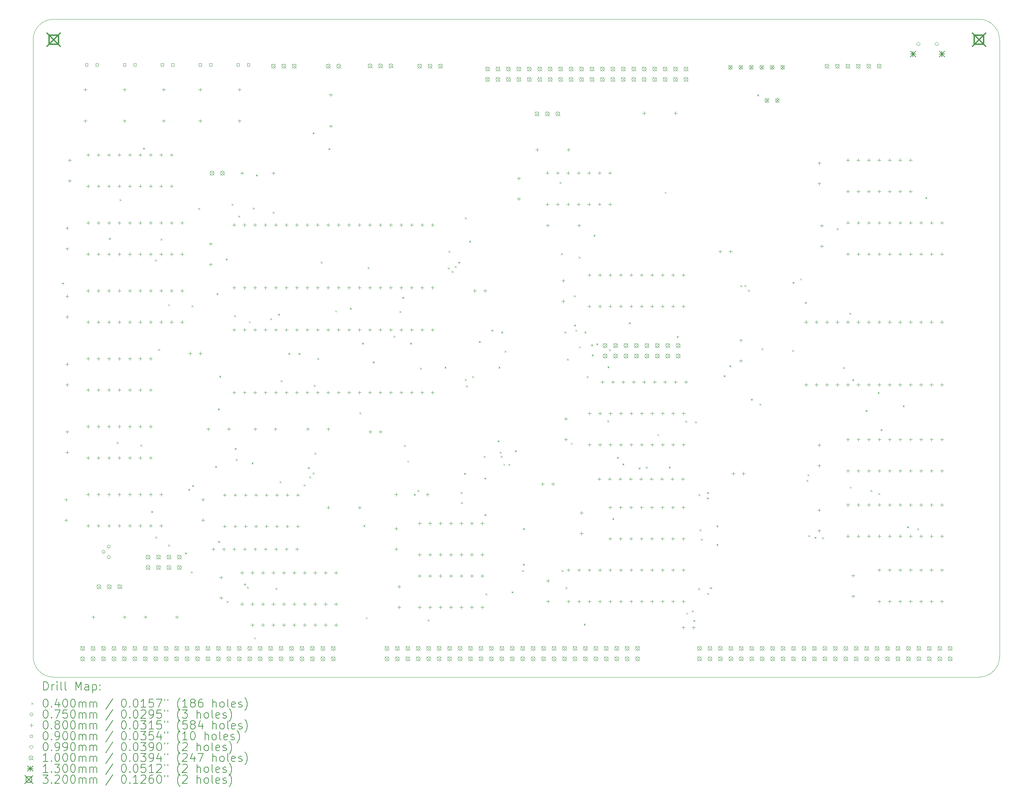
<source format=gbr>
%TF.GenerationSoftware,KiCad,Pcbnew,(6.0.11)*%
%TF.CreationDate,2023-11-13T15:29:00-06:00*%
%TF.ProjectId,processor.tms9995,70726f63-6573-4736-9f72-2e746d733939,v0.75*%
%TF.SameCoordinates,Original*%
%TF.FileFunction,Drillmap*%
%TF.FilePolarity,Positive*%
%FSLAX45Y45*%
G04 Gerber Fmt 4.5, Leading zero omitted, Abs format (unit mm)*
G04 Created by KiCad (PCBNEW (6.0.11)) date 2023-11-13 15:29:00*
%MOMM*%
%LPD*%
G01*
G04 APERTURE LIST*
%ADD10C,0.050000*%
%ADD11C,0.200000*%
%ADD12C,0.040000*%
%ADD13C,0.075000*%
%ADD14C,0.080000*%
%ADD15C,0.090000*%
%ADD16C,0.099000*%
%ADD17C,0.100000*%
%ADD18C,0.130000*%
%ADD19C,0.320000*%
G04 APERTURE END LIST*
D10*
X3500000Y-7500000D02*
X3500000Y-22500000D01*
X4000000Y-23000000D02*
X26500000Y-23000000D01*
X27000000Y-22500000D02*
X27000000Y-7500000D01*
X26500000Y-7000000D02*
X4000000Y-7000000D01*
X26500000Y-23000000D02*
G75*
G03*
X27000000Y-22500000I0J500000D01*
G01*
X3500000Y-22500000D02*
G75*
G03*
X4000000Y-23000000I500000J0D01*
G01*
X4000000Y-7000000D02*
G75*
G03*
X3500000Y-7500000I0J-500000D01*
G01*
X27000000Y-7500000D02*
G75*
G03*
X26500000Y-7000000I-500000J0D01*
G01*
D11*
D12*
X4203790Y-13405210D02*
X4243790Y-13445210D01*
X4243790Y-13405210D02*
X4203790Y-13445210D01*
X5340680Y-12317450D02*
X5380680Y-12357450D01*
X5380680Y-12317450D02*
X5340680Y-12357450D01*
X5534920Y-17277350D02*
X5574920Y-17317350D01*
X5574920Y-17277350D02*
X5534920Y-17317350D01*
X5602410Y-11375030D02*
X5642410Y-11415030D01*
X5642410Y-11375030D02*
X5602410Y-11415030D01*
X6106670Y-17346210D02*
X6146670Y-17386210D01*
X6146670Y-17346210D02*
X6106670Y-17386210D01*
X6172290Y-10126490D02*
X6212290Y-10166490D01*
X6212290Y-10126490D02*
X6172290Y-10166490D01*
X6373060Y-18959810D02*
X6413060Y-18999810D01*
X6413060Y-18959810D02*
X6373060Y-18999810D01*
X6462120Y-12845310D02*
X6502120Y-12885310D01*
X6502120Y-12845310D02*
X6462120Y-12885310D01*
X6472250Y-19578920D02*
X6512250Y-19618920D01*
X6512250Y-19578920D02*
X6472250Y-19618920D01*
X6540270Y-15016280D02*
X6580270Y-15056280D01*
X6580270Y-15016280D02*
X6540270Y-15056280D01*
X6597100Y-12337260D02*
X6637100Y-12377260D01*
X6637100Y-12337260D02*
X6597100Y-12377260D01*
X6779840Y-13929790D02*
X6819840Y-13969790D01*
X6819840Y-13929790D02*
X6779840Y-13969790D01*
X6783580Y-19778720D02*
X6823580Y-19818720D01*
X6823580Y-19778720D02*
X6783580Y-19818720D01*
X7191520Y-19966520D02*
X7231520Y-20006520D01*
X7231520Y-19966520D02*
X7191520Y-20006520D01*
X7272100Y-18420360D02*
X7312100Y-18460360D01*
X7312100Y-18420360D02*
X7272100Y-18460360D01*
X7337880Y-20430520D02*
X7377880Y-20470520D01*
X7377880Y-20430520D02*
X7337880Y-20470520D01*
X7354280Y-13957390D02*
X7394280Y-13997390D01*
X7394280Y-13957390D02*
X7354280Y-13997390D01*
X7366240Y-18326210D02*
X7406240Y-18366210D01*
X7406240Y-18326210D02*
X7366240Y-18366210D01*
X7515250Y-11588380D02*
X7555250Y-11628380D01*
X7555250Y-11588380D02*
X7515250Y-11628380D01*
X7923730Y-17863340D02*
X7963730Y-17903340D01*
X7963730Y-17863340D02*
X7923730Y-17903340D01*
X7957690Y-13665120D02*
X7997690Y-13705120D01*
X7997690Y-13665120D02*
X7957690Y-13705120D01*
X7991410Y-16464930D02*
X8031410Y-16504930D01*
X8031410Y-16464930D02*
X7991410Y-16504930D01*
X7993020Y-19686750D02*
X8033020Y-19726750D01*
X8033020Y-19686750D02*
X7993020Y-19726750D01*
X8025230Y-15670960D02*
X8065230Y-15710960D01*
X8065230Y-15670960D02*
X8025230Y-15710960D01*
X8180820Y-12820270D02*
X8220820Y-12860270D01*
X8220820Y-12820270D02*
X8180820Y-12860270D01*
X8207940Y-21147540D02*
X8247940Y-21187540D01*
X8247940Y-21147540D02*
X8207940Y-21187540D01*
X8325440Y-11487560D02*
X8365440Y-11527560D01*
X8365440Y-11487560D02*
X8325440Y-11527560D01*
X8382930Y-14198770D02*
X8422930Y-14238770D01*
X8422930Y-14198770D02*
X8382930Y-14238770D01*
X8403260Y-17427370D02*
X8443260Y-17467370D01*
X8443260Y-17427370D02*
X8403260Y-17467370D01*
X8428380Y-17692480D02*
X8468380Y-17732480D01*
X8468380Y-17692480D02*
X8428380Y-17732480D01*
X8485330Y-11778290D02*
X8525330Y-11818290D01*
X8525330Y-11778290D02*
X8485330Y-11818290D01*
X8627200Y-20726090D02*
X8667200Y-20766090D01*
X8667200Y-20726090D02*
X8627200Y-20766090D01*
X8701030Y-20803650D02*
X8741030Y-20843650D01*
X8741030Y-20803650D02*
X8701030Y-20843650D01*
X8744250Y-14345390D02*
X8784250Y-14385390D01*
X8784250Y-14345390D02*
X8744250Y-14385390D01*
X8811740Y-17775590D02*
X8851740Y-17815590D01*
X8851740Y-17775590D02*
X8811740Y-17815590D01*
X8842970Y-11580450D02*
X8882970Y-11620450D01*
X8882970Y-11580450D02*
X8842970Y-11620450D01*
X8873290Y-22032200D02*
X8913290Y-22072200D01*
X8913290Y-22032200D02*
X8873290Y-22072200D01*
X8914320Y-10779650D02*
X8954320Y-10819650D01*
X8954320Y-10779650D02*
X8914320Y-10819650D01*
X9265330Y-14272510D02*
X9305330Y-14312510D01*
X9305330Y-14272510D02*
X9265330Y-14312510D01*
X9326200Y-11682480D02*
X9366200Y-11722480D01*
X9366200Y-11682480D02*
X9326200Y-11722480D01*
X9393830Y-20823930D02*
X9433830Y-20863930D01*
X9433830Y-20823930D02*
X9393830Y-20863930D01*
X9456600Y-14164940D02*
X9496600Y-14204940D01*
X9496600Y-14164940D02*
X9456600Y-14204940D01*
X9492640Y-18236910D02*
X9532640Y-18276910D01*
X9532640Y-18236910D02*
X9492640Y-18276910D01*
X9522080Y-15781020D02*
X9562080Y-15821020D01*
X9562080Y-15781020D02*
X9522080Y-15821020D01*
X9708460Y-15116690D02*
X9748460Y-15156690D01*
X9748460Y-15116690D02*
X9708460Y-15156690D01*
X9953620Y-15115940D02*
X9993620Y-15155940D01*
X9993620Y-15115940D02*
X9953620Y-15155940D01*
X10081680Y-18309430D02*
X10121680Y-18349430D01*
X10121680Y-18309430D02*
X10081680Y-18349430D01*
X10181210Y-17893110D02*
X10221210Y-17933110D01*
X10221210Y-17893110D02*
X10181210Y-17933110D01*
X10213910Y-18118710D02*
X10253910Y-18158710D01*
X10253910Y-18118710D02*
X10213910Y-18158710D01*
X10295010Y-9752800D02*
X10335010Y-9792800D01*
X10335010Y-9752800D02*
X10295010Y-9792800D01*
X10297120Y-18023060D02*
X10337120Y-18063060D01*
X10337120Y-18023060D02*
X10297120Y-18063060D01*
X10321840Y-15890410D02*
X10361840Y-15930410D01*
X10361840Y-15890410D02*
X10321840Y-15930410D01*
X10339780Y-17539870D02*
X10379780Y-17579870D01*
X10379780Y-17539870D02*
X10339780Y-17579870D01*
X10408080Y-15240030D02*
X10448080Y-15280030D01*
X10448080Y-15240030D02*
X10408080Y-15280030D01*
X10496160Y-12895830D02*
X10536160Y-12935830D01*
X10536160Y-12895830D02*
X10496160Y-12935830D01*
X10680140Y-10137930D02*
X10720140Y-10177930D01*
X10720140Y-10137930D02*
X10680140Y-10177930D01*
X10844830Y-14081770D02*
X10884830Y-14121770D01*
X10884830Y-14081770D02*
X10844830Y-14121770D01*
X11199750Y-14019620D02*
X11239750Y-14059620D01*
X11239750Y-14019620D02*
X11199750Y-14059620D01*
X11432500Y-16557060D02*
X11472500Y-16597060D01*
X11472500Y-16557060D02*
X11432500Y-16597060D01*
X11496430Y-14865850D02*
X11536430Y-14905850D01*
X11536430Y-14865850D02*
X11496430Y-14905850D01*
X11531450Y-19300680D02*
X11571450Y-19340680D01*
X11571450Y-19300680D02*
X11531450Y-19340680D01*
X11589000Y-21541010D02*
X11629000Y-21581010D01*
X11629000Y-21541010D02*
X11589000Y-21581010D01*
X11638430Y-13029900D02*
X11678430Y-13069900D01*
X11678430Y-13029900D02*
X11638430Y-13069900D01*
X11760230Y-15322000D02*
X11800230Y-15362000D01*
X11800230Y-15322000D02*
X11760230Y-15362000D01*
X12261230Y-14697100D02*
X12301230Y-14737100D01*
X12301230Y-14697100D02*
X12261230Y-14737100D01*
X12404260Y-14094050D02*
X12444260Y-14134050D01*
X12444260Y-14094050D02*
X12404260Y-14134050D01*
X12474400Y-13752070D02*
X12514400Y-13792070D01*
X12514400Y-13752070D02*
X12474400Y-13792070D01*
X12518790Y-17357670D02*
X12558790Y-17397670D01*
X12558790Y-17357670D02*
X12518790Y-17397670D01*
X12598230Y-17731590D02*
X12638230Y-17771590D01*
X12638230Y-17731590D02*
X12598230Y-17771590D01*
X12665180Y-14865840D02*
X12705180Y-14905840D01*
X12705180Y-14865840D02*
X12665180Y-14905840D01*
X12759140Y-18540650D02*
X12799140Y-18580650D01*
X12799140Y-18540650D02*
X12759140Y-18580650D01*
X12847600Y-18449900D02*
X12887600Y-18489900D01*
X12887600Y-18449900D02*
X12847600Y-18489900D01*
X12904400Y-15474920D02*
X12944400Y-15514920D01*
X12944400Y-15474920D02*
X12904400Y-15514920D01*
X13092020Y-21597210D02*
X13132020Y-21637210D01*
X13132020Y-21597210D02*
X13092020Y-21637210D01*
X13503660Y-15447970D02*
X13543660Y-15487970D01*
X13543660Y-15447970D02*
X13503660Y-15487970D01*
X13584340Y-13035460D02*
X13624340Y-13075460D01*
X13624340Y-13035460D02*
X13584340Y-13075460D01*
X13599190Y-12632870D02*
X13639190Y-12672870D01*
X13639190Y-12632870D02*
X13599190Y-12672870D01*
X13674930Y-13121330D02*
X13714930Y-13161330D01*
X13714930Y-13121330D02*
X13674930Y-13161330D01*
X13755740Y-13000760D02*
X13795740Y-13040760D01*
X13795740Y-13000760D02*
X13755740Y-13040760D01*
X13837930Y-12897520D02*
X13877930Y-12937520D01*
X13877930Y-12897520D02*
X13837930Y-12937520D01*
X13900140Y-18498710D02*
X13940140Y-18538710D01*
X13940140Y-18498710D02*
X13900140Y-18538710D01*
X13902700Y-18740930D02*
X13942700Y-18780930D01*
X13942700Y-18740930D02*
X13902700Y-18780930D01*
X13977200Y-18029830D02*
X14017200Y-18069830D01*
X14017200Y-18029830D02*
X13977200Y-18069830D01*
X14001000Y-11816830D02*
X14041000Y-11856830D01*
X14041000Y-11816830D02*
X14001000Y-11856830D01*
X14001000Y-15745540D02*
X14041000Y-15785540D01*
X14041000Y-15745540D02*
X14001000Y-15785540D01*
X14024610Y-15907370D02*
X14064610Y-15947370D01*
X14064610Y-15907370D02*
X14024610Y-15947370D01*
X14105470Y-12384310D02*
X14145470Y-12424310D01*
X14145470Y-12384310D02*
X14105470Y-12424310D01*
X14175190Y-15675900D02*
X14215190Y-15715900D01*
X14215190Y-15675900D02*
X14175190Y-15715900D01*
X14337880Y-14828940D02*
X14377880Y-14868940D01*
X14377880Y-14828940D02*
X14337880Y-14868940D01*
X14454710Y-17614910D02*
X14494710Y-17654910D01*
X14494710Y-17614910D02*
X14454710Y-17654910D01*
X14471090Y-19036680D02*
X14511090Y-19076680D01*
X14511090Y-19036680D02*
X14471090Y-19076680D01*
X14473810Y-18147360D02*
X14513810Y-18187360D01*
X14513810Y-18147360D02*
X14473810Y-18187360D01*
X14500660Y-20960390D02*
X14540660Y-21000390D01*
X14540660Y-20960390D02*
X14500660Y-21000390D01*
X14645050Y-14547900D02*
X14685050Y-14587900D01*
X14685050Y-14547900D02*
X14645050Y-14587900D01*
X14796760Y-17240540D02*
X14836760Y-17280540D01*
X14836760Y-17240540D02*
X14796760Y-17280540D01*
X14815880Y-15447580D02*
X14855880Y-15487580D01*
X14855880Y-15447580D02*
X14815880Y-15487580D01*
X14847710Y-17515280D02*
X14887710Y-17555280D01*
X14887710Y-17515280D02*
X14847710Y-17555280D01*
X14871840Y-17615300D02*
X14911840Y-17655300D01*
X14911840Y-17615300D02*
X14871840Y-17655300D01*
X14882580Y-14592910D02*
X14922580Y-14632910D01*
X14922580Y-14592910D02*
X14882580Y-14632910D01*
X14933470Y-17807110D02*
X14973470Y-17847110D01*
X14973470Y-17807110D02*
X14933470Y-17847110D01*
X14965870Y-15059550D02*
X15005870Y-15099550D01*
X15005870Y-15059550D02*
X14965870Y-15099550D01*
X15056720Y-17810330D02*
X15096720Y-17850330D01*
X15096720Y-17810330D02*
X15056720Y-17850330D01*
X15133710Y-20916240D02*
X15173710Y-20956240D01*
X15173710Y-20916240D02*
X15133710Y-20956240D01*
X15213200Y-17484630D02*
X15253200Y-17524630D01*
X15253200Y-17484630D02*
X15213200Y-17524630D01*
X15387320Y-20392360D02*
X15427320Y-20432360D01*
X15427320Y-20392360D02*
X15387320Y-20432360D01*
X15408600Y-20239770D02*
X15448600Y-20279770D01*
X15448600Y-20239770D02*
X15408600Y-20279770D01*
X15409960Y-19374010D02*
X15449960Y-19414010D01*
X15449960Y-19374010D02*
X15409960Y-19414010D01*
X16299490Y-10952260D02*
X16339490Y-10992260D01*
X16339490Y-10952260D02*
X16299490Y-10992260D01*
X16334890Y-12688330D02*
X16374890Y-12728330D01*
X16374890Y-12688330D02*
X16334890Y-12728330D01*
X16353650Y-20392750D02*
X16393650Y-20432750D01*
X16393650Y-20392750D02*
X16353650Y-20432750D01*
X16420510Y-14592910D02*
X16460510Y-14632910D01*
X16460510Y-14592910D02*
X16420510Y-14632910D01*
X16444180Y-20808730D02*
X16484180Y-20848730D01*
X16484180Y-20808730D02*
X16444180Y-20848730D01*
X16478510Y-15252770D02*
X16518510Y-15292770D01*
X16518510Y-15252770D02*
X16478510Y-15292770D01*
X16576290Y-17299500D02*
X16616290Y-17339500D01*
X16616290Y-17299500D02*
X16576290Y-17339500D01*
X16649640Y-13715730D02*
X16689640Y-13755730D01*
X16689640Y-13715730D02*
X16649640Y-13755730D01*
X16652030Y-14424090D02*
X16692030Y-14464090D01*
X16692030Y-14424090D02*
X16652030Y-14464090D01*
X16686840Y-14547610D02*
X16726840Y-14587610D01*
X16726840Y-14547610D02*
X16686840Y-14587610D01*
X16766160Y-12776780D02*
X16806160Y-12816780D01*
X16806160Y-12776780D02*
X16766160Y-12816780D01*
X16770980Y-14955560D02*
X16810980Y-14995560D01*
X16810980Y-14955560D02*
X16770980Y-14995560D01*
X16889950Y-21698810D02*
X16929950Y-21738810D01*
X16929950Y-21698810D02*
X16889950Y-21738810D01*
X16906870Y-14592910D02*
X16946870Y-14632910D01*
X16946870Y-14592910D02*
X16906870Y-14632910D01*
X16959420Y-15677960D02*
X16999420Y-15717960D01*
X16999420Y-15677960D02*
X16959420Y-15717960D01*
X17068530Y-14906400D02*
X17108530Y-14946400D01*
X17108530Y-14906400D02*
X17068530Y-14946400D01*
X17083950Y-15151600D02*
X17123950Y-15191600D01*
X17123950Y-15151600D02*
X17083950Y-15191600D01*
X17126950Y-12244060D02*
X17166950Y-12284060D01*
X17166950Y-12244060D02*
X17126950Y-12284060D01*
X17194530Y-14883120D02*
X17234530Y-14923120D01*
X17234530Y-14883120D02*
X17194530Y-14923120D01*
X17463300Y-16753200D02*
X17503300Y-16793200D01*
X17503300Y-16753200D02*
X17463300Y-16793200D01*
X17465570Y-15438880D02*
X17505570Y-15478880D01*
X17505570Y-15438880D02*
X17465570Y-15478880D01*
X17504980Y-15028130D02*
X17544980Y-15068130D01*
X17544980Y-15028130D02*
X17504980Y-15068130D01*
X17583400Y-19130170D02*
X17623400Y-19170170D01*
X17623400Y-19130170D02*
X17583400Y-19170170D01*
X17694460Y-17640820D02*
X17734460Y-17680820D01*
X17734460Y-17640820D02*
X17694460Y-17680820D01*
X17830890Y-17804930D02*
X17870890Y-17844930D01*
X17870890Y-17804930D02*
X17830890Y-17844930D01*
X17987990Y-14371440D02*
X18027990Y-14411440D01*
X18027990Y-14371440D02*
X17987990Y-14411440D01*
X18225620Y-17900560D02*
X18265620Y-17940560D01*
X18265620Y-17900560D02*
X18225620Y-17940560D01*
X18399470Y-17879650D02*
X18439470Y-17919650D01*
X18439470Y-17879650D02*
X18399470Y-17919650D01*
X18677440Y-17088470D02*
X18717440Y-17128470D01*
X18717440Y-17088470D02*
X18677440Y-17128470D01*
X18854890Y-11194860D02*
X18894890Y-11234860D01*
X18894890Y-11194860D02*
X18854890Y-11234860D01*
X18956690Y-17879650D02*
X18996690Y-17919650D01*
X18996690Y-17879650D02*
X18956690Y-17919650D01*
X19150520Y-14706250D02*
X19190520Y-14746250D01*
X19190520Y-14706250D02*
X19150520Y-14746250D01*
X19360750Y-16764350D02*
X19400750Y-16804350D01*
X19400750Y-16764350D02*
X19360750Y-16804350D01*
X19378500Y-21432360D02*
X19418500Y-21472360D01*
X19418500Y-21432360D02*
X19378500Y-21472360D01*
X19520640Y-21377660D02*
X19560640Y-21417660D01*
X19560640Y-21377660D02*
X19520640Y-21417660D01*
X19550730Y-21609680D02*
X19590730Y-21649680D01*
X19590730Y-21609680D02*
X19550730Y-21649680D01*
X19592840Y-16782110D02*
X19632840Y-16822110D01*
X19632840Y-16782110D02*
X19592840Y-16822110D01*
X19669150Y-20834240D02*
X19709150Y-20874240D01*
X19709150Y-20834240D02*
X19669150Y-20874240D01*
X19677400Y-18549670D02*
X19717400Y-18589670D01*
X19717400Y-18549670D02*
X19677400Y-18589670D01*
X19705810Y-19403650D02*
X19745810Y-19443650D01*
X19745810Y-19403650D02*
X19705810Y-19443650D01*
X19739680Y-19631500D02*
X19779680Y-19671500D01*
X19779680Y-19631500D02*
X19739680Y-19671500D01*
X19881340Y-18629800D02*
X19921340Y-18669800D01*
X19921340Y-18629800D02*
X19881340Y-18669800D01*
X19888190Y-18500030D02*
X19928190Y-18540030D01*
X19928190Y-18500030D02*
X19888190Y-18540030D01*
X19890160Y-20951080D02*
X19930160Y-20991080D01*
X19930160Y-20951080D02*
X19890160Y-20991080D01*
X19960490Y-20814570D02*
X20000490Y-20854570D01*
X20000490Y-20814570D02*
X19960490Y-20854570D01*
X20115220Y-19310030D02*
X20155220Y-19350030D01*
X20155220Y-19310030D02*
X20115220Y-19350030D01*
X20115350Y-19760020D02*
X20155350Y-19800020D01*
X20155350Y-19760020D02*
X20115350Y-19800020D01*
X20291680Y-15658520D02*
X20331680Y-15698520D01*
X20331680Y-15658520D02*
X20291680Y-15698520D01*
X20428560Y-15417990D02*
X20468560Y-15457990D01*
X20468560Y-15417990D02*
X20428560Y-15457990D01*
X20698220Y-13470850D02*
X20738220Y-13510850D01*
X20738220Y-13470850D02*
X20698220Y-13510850D01*
X20798240Y-13458940D02*
X20838240Y-13498940D01*
X20838240Y-13458940D02*
X20798240Y-13498940D01*
X20882930Y-13579350D02*
X20922930Y-13619350D01*
X20922930Y-13579350D02*
X20882930Y-13619350D01*
X20954550Y-16229500D02*
X20994550Y-16269500D01*
X20994550Y-16229500D02*
X20954550Y-16269500D01*
X21106240Y-8830990D02*
X21146240Y-8870990D01*
X21146240Y-8830990D02*
X21106240Y-8870990D01*
X21164350Y-16349560D02*
X21204350Y-16389560D01*
X21204350Y-16349560D02*
X21164350Y-16389560D01*
X21214720Y-15001140D02*
X21254720Y-15041140D01*
X21254720Y-15001140D02*
X21214720Y-15041140D01*
X21954400Y-15045330D02*
X21994400Y-15085330D01*
X21994400Y-15045330D02*
X21954400Y-15085330D01*
X21965040Y-13387460D02*
X22005040Y-13427460D01*
X22005040Y-13387460D02*
X21965040Y-13427460D01*
X22147930Y-13303660D02*
X22187930Y-13343660D01*
X22187930Y-13303660D02*
X22147930Y-13343660D01*
X22266560Y-13877550D02*
X22306560Y-13917550D01*
X22306560Y-13877550D02*
X22266560Y-13917550D01*
X22306740Y-18200540D02*
X22346740Y-18240540D01*
X22346740Y-18200540D02*
X22306740Y-18240540D01*
X22327300Y-18066480D02*
X22367300Y-18106480D01*
X22367300Y-18066480D02*
X22327300Y-18106480D01*
X22348070Y-19545880D02*
X22388070Y-19585880D01*
X22388070Y-19545880D02*
X22348070Y-19585880D01*
X22501820Y-19585870D02*
X22541820Y-19625870D01*
X22541820Y-19585870D02*
X22501820Y-19625870D01*
X22683630Y-19600510D02*
X22723630Y-19640510D01*
X22723630Y-19600510D02*
X22683630Y-19640510D01*
X23041830Y-12082510D02*
X23081830Y-12122510D01*
X23081830Y-12082510D02*
X23041830Y-12122510D01*
X23195660Y-15458640D02*
X23235660Y-15498640D01*
X23235660Y-15458640D02*
X23195660Y-15498640D01*
X23342920Y-14137970D02*
X23382920Y-14177970D01*
X23382920Y-14137970D02*
X23342920Y-14177970D01*
X23359740Y-18366470D02*
X23399740Y-18406470D01*
X23399740Y-18366470D02*
X23359740Y-18406470D01*
X23417500Y-15753560D02*
X23457500Y-15793560D01*
X23457500Y-15753560D02*
X23417500Y-15793560D01*
X23740960Y-16504770D02*
X23780960Y-16544770D01*
X23780960Y-16504770D02*
X23740960Y-16544770D01*
X23863150Y-18446400D02*
X23903150Y-18486400D01*
X23903150Y-18446400D02*
X23863150Y-18486400D01*
X24035270Y-16067910D02*
X24075270Y-16107910D01*
X24075270Y-16067910D02*
X24035270Y-16107910D01*
X24046820Y-18525600D02*
X24086820Y-18565600D01*
X24086820Y-18525600D02*
X24046820Y-18565600D01*
X24108920Y-16970160D02*
X24148920Y-17010160D01*
X24148920Y-16970160D02*
X24108920Y-17010160D01*
X24645970Y-16391830D02*
X24685970Y-16431830D01*
X24685970Y-16391830D02*
X24645970Y-16431830D01*
X24749700Y-19331840D02*
X24789700Y-19371840D01*
X24789700Y-19331840D02*
X24749700Y-19371840D01*
X24999040Y-19378490D02*
X25039040Y-19418490D01*
X25039040Y-19378490D02*
X24999040Y-19418490D01*
X25196430Y-11326560D02*
X25236430Y-11366560D01*
X25236430Y-11326560D02*
X25196430Y-11366560D01*
D13*
X5252000Y-19952000D02*
G75*
G03*
X5252000Y-19952000I-37500J0D01*
G01*
X5379000Y-19825000D02*
G75*
G03*
X5379000Y-19825000I-37500J0D01*
G01*
X5379000Y-20079000D02*
G75*
G03*
X5379000Y-20079000I-37500J0D01*
G01*
D14*
X4300000Y-18646000D02*
X4300000Y-18726000D01*
X4260000Y-18686000D02*
X4340000Y-18686000D01*
X4300000Y-19146000D02*
X4300000Y-19226000D01*
X4260000Y-19186000D02*
X4340000Y-19186000D01*
X4325500Y-12042000D02*
X4325500Y-12122000D01*
X4285500Y-12082000D02*
X4365500Y-12082000D01*
X4325500Y-12542000D02*
X4325500Y-12622000D01*
X4285500Y-12582000D02*
X4365500Y-12582000D01*
X4325500Y-13697000D02*
X4325500Y-13777000D01*
X4285500Y-13737000D02*
X4365500Y-13737000D01*
X4325500Y-14197000D02*
X4325500Y-14277000D01*
X4285500Y-14237000D02*
X4365500Y-14237000D01*
X4325500Y-15348000D02*
X4325500Y-15428000D01*
X4285500Y-15388000D02*
X4365500Y-15388000D01*
X4325500Y-15848000D02*
X4325500Y-15928000D01*
X4285500Y-15888000D02*
X4365500Y-15888000D01*
X4325500Y-16995000D02*
X4325500Y-17075000D01*
X4285500Y-17035000D02*
X4365500Y-17035000D01*
X4325500Y-17495000D02*
X4325500Y-17575000D01*
X4285500Y-17535000D02*
X4365500Y-17535000D01*
X4389000Y-10391000D02*
X4389000Y-10471000D01*
X4349000Y-10431000D02*
X4429000Y-10431000D01*
X4389000Y-10891000D02*
X4389000Y-10971000D01*
X4349000Y-10931000D02*
X4429000Y-10931000D01*
X4770000Y-8672500D02*
X4770000Y-8752500D01*
X4730000Y-8712500D02*
X4810000Y-8712500D01*
X4770000Y-9434500D02*
X4770000Y-9514500D01*
X4730000Y-9474500D02*
X4810000Y-9474500D01*
X4833000Y-10259000D02*
X4833000Y-10339000D01*
X4793000Y-10299000D02*
X4873000Y-10299000D01*
X4833000Y-11021000D02*
X4833000Y-11101000D01*
X4793000Y-11061000D02*
X4873000Y-11061000D01*
X4833000Y-11910800D02*
X4833000Y-11990800D01*
X4793000Y-11950800D02*
X4873000Y-11950800D01*
X4833000Y-12672800D02*
X4833000Y-12752800D01*
X4793000Y-12712800D02*
X4873000Y-12712800D01*
X4833000Y-13562600D02*
X4833000Y-13642600D01*
X4793000Y-13602600D02*
X4873000Y-13602600D01*
X4833000Y-14324600D02*
X4833000Y-14404600D01*
X4793000Y-14364600D02*
X4873000Y-14364600D01*
X4833000Y-15214400D02*
X4833000Y-15294400D01*
X4793000Y-15254400D02*
X4873000Y-15254400D01*
X4833000Y-15976400D02*
X4833000Y-16056400D01*
X4793000Y-16016400D02*
X4873000Y-16016400D01*
X4833000Y-16866200D02*
X4833000Y-16946200D01*
X4793000Y-16906200D02*
X4873000Y-16906200D01*
X4833000Y-17628200D02*
X4833000Y-17708200D01*
X4793000Y-17668200D02*
X4873000Y-17668200D01*
X4833000Y-18518000D02*
X4833000Y-18598000D01*
X4793000Y-18558000D02*
X4873000Y-18558000D01*
X4833000Y-19280000D02*
X4833000Y-19360000D01*
X4793000Y-19320000D02*
X4873000Y-19320000D01*
X4960500Y-21499500D02*
X4960500Y-21579500D01*
X4920500Y-21539500D02*
X5000500Y-21539500D01*
X5087000Y-10259000D02*
X5087000Y-10339000D01*
X5047000Y-10299000D02*
X5127000Y-10299000D01*
X5087000Y-11021000D02*
X5087000Y-11101000D01*
X5047000Y-11061000D02*
X5127000Y-11061000D01*
X5087000Y-11910800D02*
X5087000Y-11990800D01*
X5047000Y-11950800D02*
X5127000Y-11950800D01*
X5087000Y-12672800D02*
X5087000Y-12752800D01*
X5047000Y-12712800D02*
X5127000Y-12712800D01*
X5087000Y-13562600D02*
X5087000Y-13642600D01*
X5047000Y-13602600D02*
X5127000Y-13602600D01*
X5087000Y-14324600D02*
X5087000Y-14404600D01*
X5047000Y-14364600D02*
X5127000Y-14364600D01*
X5087000Y-15214400D02*
X5087000Y-15294400D01*
X5047000Y-15254400D02*
X5127000Y-15254400D01*
X5087000Y-15976400D02*
X5087000Y-16056400D01*
X5047000Y-16016400D02*
X5127000Y-16016400D01*
X5087000Y-16866200D02*
X5087000Y-16946200D01*
X5047000Y-16906200D02*
X5127000Y-16906200D01*
X5087000Y-17628200D02*
X5087000Y-17708200D01*
X5047000Y-17668200D02*
X5127000Y-17668200D01*
X5087000Y-18518000D02*
X5087000Y-18598000D01*
X5047000Y-18558000D02*
X5127000Y-18558000D01*
X5087000Y-19280000D02*
X5087000Y-19360000D01*
X5047000Y-19320000D02*
X5127000Y-19320000D01*
X5341000Y-10259000D02*
X5341000Y-10339000D01*
X5301000Y-10299000D02*
X5381000Y-10299000D01*
X5341000Y-11021000D02*
X5341000Y-11101000D01*
X5301000Y-11061000D02*
X5381000Y-11061000D01*
X5341000Y-11910800D02*
X5341000Y-11990800D01*
X5301000Y-11950800D02*
X5381000Y-11950800D01*
X5341000Y-12672800D02*
X5341000Y-12752800D01*
X5301000Y-12712800D02*
X5381000Y-12712800D01*
X5341000Y-13562600D02*
X5341000Y-13642600D01*
X5301000Y-13602600D02*
X5381000Y-13602600D01*
X5341000Y-14324600D02*
X5341000Y-14404600D01*
X5301000Y-14364600D02*
X5381000Y-14364600D01*
X5341000Y-15214400D02*
X5341000Y-15294400D01*
X5301000Y-15254400D02*
X5381000Y-15254400D01*
X5341000Y-15976400D02*
X5341000Y-16056400D01*
X5301000Y-16016400D02*
X5381000Y-16016400D01*
X5341000Y-16866200D02*
X5341000Y-16946200D01*
X5301000Y-16906200D02*
X5381000Y-16906200D01*
X5341000Y-17628200D02*
X5341000Y-17708200D01*
X5301000Y-17668200D02*
X5381000Y-17668200D01*
X5341000Y-18518000D02*
X5341000Y-18598000D01*
X5301000Y-18558000D02*
X5381000Y-18558000D01*
X5341000Y-19280000D02*
X5341000Y-19360000D01*
X5301000Y-19320000D02*
X5381000Y-19320000D01*
X5595000Y-10259000D02*
X5595000Y-10339000D01*
X5555000Y-10299000D02*
X5635000Y-10299000D01*
X5595000Y-11021000D02*
X5595000Y-11101000D01*
X5555000Y-11061000D02*
X5635000Y-11061000D01*
X5595000Y-11910800D02*
X5595000Y-11990800D01*
X5555000Y-11950800D02*
X5635000Y-11950800D01*
X5595000Y-12672800D02*
X5595000Y-12752800D01*
X5555000Y-12712800D02*
X5635000Y-12712800D01*
X5595000Y-13562600D02*
X5595000Y-13642600D01*
X5555000Y-13602600D02*
X5635000Y-13602600D01*
X5595000Y-14324600D02*
X5595000Y-14404600D01*
X5555000Y-14364600D02*
X5635000Y-14364600D01*
X5595000Y-15214400D02*
X5595000Y-15294400D01*
X5555000Y-15254400D02*
X5635000Y-15254400D01*
X5595000Y-15976400D02*
X5595000Y-16056400D01*
X5555000Y-16016400D02*
X5635000Y-16016400D01*
X5595000Y-16866200D02*
X5595000Y-16946200D01*
X5555000Y-16906200D02*
X5635000Y-16906200D01*
X5595000Y-17628200D02*
X5595000Y-17708200D01*
X5555000Y-17668200D02*
X5635000Y-17668200D01*
X5595000Y-18518000D02*
X5595000Y-18598000D01*
X5555000Y-18558000D02*
X5635000Y-18558000D01*
X5595000Y-19280000D02*
X5595000Y-19360000D01*
X5555000Y-19320000D02*
X5635000Y-19320000D01*
X5722500Y-8672500D02*
X5722500Y-8752500D01*
X5682500Y-8712500D02*
X5762500Y-8712500D01*
X5722500Y-9434500D02*
X5722500Y-9514500D01*
X5682500Y-9474500D02*
X5762500Y-9474500D01*
X5722500Y-21499500D02*
X5722500Y-21579500D01*
X5682500Y-21539500D02*
X5762500Y-21539500D01*
X5849000Y-10259000D02*
X5849000Y-10339000D01*
X5809000Y-10299000D02*
X5889000Y-10299000D01*
X5849000Y-11021000D02*
X5849000Y-11101000D01*
X5809000Y-11061000D02*
X5889000Y-11061000D01*
X5849000Y-11910800D02*
X5849000Y-11990800D01*
X5809000Y-11950800D02*
X5889000Y-11950800D01*
X5849000Y-12672800D02*
X5849000Y-12752800D01*
X5809000Y-12712800D02*
X5889000Y-12712800D01*
X5849000Y-13562600D02*
X5849000Y-13642600D01*
X5809000Y-13602600D02*
X5889000Y-13602600D01*
X5849000Y-14324600D02*
X5849000Y-14404600D01*
X5809000Y-14364600D02*
X5889000Y-14364600D01*
X5849000Y-15214400D02*
X5849000Y-15294400D01*
X5809000Y-15254400D02*
X5889000Y-15254400D01*
X5849000Y-15976400D02*
X5849000Y-16056400D01*
X5809000Y-16016400D02*
X5889000Y-16016400D01*
X5849000Y-16866200D02*
X5849000Y-16946200D01*
X5809000Y-16906200D02*
X5889000Y-16906200D01*
X5849000Y-17628200D02*
X5849000Y-17708200D01*
X5809000Y-17668200D02*
X5889000Y-17668200D01*
X5849000Y-18518000D02*
X5849000Y-18598000D01*
X5809000Y-18558000D02*
X5889000Y-18558000D01*
X5849000Y-19280000D02*
X5849000Y-19360000D01*
X5809000Y-19320000D02*
X5889000Y-19320000D01*
X6103000Y-10259000D02*
X6103000Y-10339000D01*
X6063000Y-10299000D02*
X6143000Y-10299000D01*
X6103000Y-11021000D02*
X6103000Y-11101000D01*
X6063000Y-11061000D02*
X6143000Y-11061000D01*
X6103000Y-11910800D02*
X6103000Y-11990800D01*
X6063000Y-11950800D02*
X6143000Y-11950800D01*
X6103000Y-12672800D02*
X6103000Y-12752800D01*
X6063000Y-12712800D02*
X6143000Y-12712800D01*
X6103000Y-13562600D02*
X6103000Y-13642600D01*
X6063000Y-13602600D02*
X6143000Y-13602600D01*
X6103000Y-14324600D02*
X6103000Y-14404600D01*
X6063000Y-14364600D02*
X6143000Y-14364600D01*
X6103000Y-15214400D02*
X6103000Y-15294400D01*
X6063000Y-15254400D02*
X6143000Y-15254400D01*
X6103000Y-15976400D02*
X6103000Y-16056400D01*
X6063000Y-16016400D02*
X6143000Y-16016400D01*
X6103000Y-16866200D02*
X6103000Y-16946200D01*
X6063000Y-16906200D02*
X6143000Y-16906200D01*
X6103000Y-17628200D02*
X6103000Y-17708200D01*
X6063000Y-17668200D02*
X6143000Y-17668200D01*
X6103000Y-18518000D02*
X6103000Y-18598000D01*
X6063000Y-18558000D02*
X6143000Y-18558000D01*
X6103000Y-19280000D02*
X6103000Y-19360000D01*
X6063000Y-19320000D02*
X6143000Y-19320000D01*
X6230500Y-21499500D02*
X6230500Y-21579500D01*
X6190500Y-21539500D02*
X6270500Y-21539500D01*
X6357000Y-10259000D02*
X6357000Y-10339000D01*
X6317000Y-10299000D02*
X6397000Y-10299000D01*
X6357000Y-11021000D02*
X6357000Y-11101000D01*
X6317000Y-11061000D02*
X6397000Y-11061000D01*
X6357000Y-11910800D02*
X6357000Y-11990800D01*
X6317000Y-11950800D02*
X6397000Y-11950800D01*
X6357000Y-12672800D02*
X6357000Y-12752800D01*
X6317000Y-12712800D02*
X6397000Y-12712800D01*
X6357000Y-13562600D02*
X6357000Y-13642600D01*
X6317000Y-13602600D02*
X6397000Y-13602600D01*
X6357000Y-14324600D02*
X6357000Y-14404600D01*
X6317000Y-14364600D02*
X6397000Y-14364600D01*
X6357000Y-15214400D02*
X6357000Y-15294400D01*
X6317000Y-15254400D02*
X6397000Y-15254400D01*
X6357000Y-15976400D02*
X6357000Y-16056400D01*
X6317000Y-16016400D02*
X6397000Y-16016400D01*
X6357000Y-16866200D02*
X6357000Y-16946200D01*
X6317000Y-16906200D02*
X6397000Y-16906200D01*
X6357000Y-17628200D02*
X6357000Y-17708200D01*
X6317000Y-17668200D02*
X6397000Y-17668200D01*
X6357000Y-18518000D02*
X6357000Y-18598000D01*
X6317000Y-18558000D02*
X6397000Y-18558000D01*
X6357000Y-19280000D02*
X6357000Y-19360000D01*
X6317000Y-19320000D02*
X6397000Y-19320000D01*
X6611000Y-10259000D02*
X6611000Y-10339000D01*
X6571000Y-10299000D02*
X6651000Y-10299000D01*
X6611000Y-11021000D02*
X6611000Y-11101000D01*
X6571000Y-11061000D02*
X6651000Y-11061000D01*
X6611000Y-11910800D02*
X6611000Y-11990800D01*
X6571000Y-11950800D02*
X6651000Y-11950800D01*
X6611000Y-12672800D02*
X6611000Y-12752800D01*
X6571000Y-12712800D02*
X6651000Y-12712800D01*
X6611000Y-13562600D02*
X6611000Y-13642600D01*
X6571000Y-13602600D02*
X6651000Y-13602600D01*
X6611000Y-14324600D02*
X6611000Y-14404600D01*
X6571000Y-14364600D02*
X6651000Y-14364600D01*
X6611000Y-18518000D02*
X6611000Y-18598000D01*
X6571000Y-18558000D02*
X6651000Y-18558000D01*
X6611000Y-19280000D02*
X6611000Y-19360000D01*
X6571000Y-19320000D02*
X6651000Y-19320000D01*
X6675000Y-8672500D02*
X6675000Y-8752500D01*
X6635000Y-8712500D02*
X6715000Y-8712500D01*
X6675000Y-9434500D02*
X6675000Y-9514500D01*
X6635000Y-9474500D02*
X6715000Y-9474500D01*
X6865000Y-10259000D02*
X6865000Y-10339000D01*
X6825000Y-10299000D02*
X6905000Y-10299000D01*
X6865000Y-11021000D02*
X6865000Y-11101000D01*
X6825000Y-11061000D02*
X6905000Y-11061000D01*
X6865000Y-11910800D02*
X6865000Y-11990800D01*
X6825000Y-11950800D02*
X6905000Y-11950800D01*
X6865000Y-12672800D02*
X6865000Y-12752800D01*
X6825000Y-12712800D02*
X6905000Y-12712800D01*
X6865000Y-13562600D02*
X6865000Y-13642600D01*
X6825000Y-13602600D02*
X6905000Y-13602600D01*
X6865000Y-14324600D02*
X6865000Y-14404600D01*
X6825000Y-14364600D02*
X6905000Y-14364600D01*
X6992500Y-21499500D02*
X6992500Y-21579500D01*
X6952500Y-21539500D02*
X7032500Y-21539500D01*
X7119000Y-11910800D02*
X7119000Y-11990800D01*
X7079000Y-11950800D02*
X7159000Y-11950800D01*
X7119000Y-12672800D02*
X7119000Y-12752800D01*
X7079000Y-12712800D02*
X7159000Y-12712800D01*
X7119000Y-13562600D02*
X7119000Y-13642600D01*
X7079000Y-13602600D02*
X7159000Y-13602600D01*
X7119000Y-14324600D02*
X7119000Y-14404600D01*
X7079000Y-14364600D02*
X7159000Y-14364600D01*
X7316490Y-15086000D02*
X7316490Y-15166000D01*
X7276490Y-15126000D02*
X7356490Y-15126000D01*
X7564000Y-8672500D02*
X7564000Y-8752500D01*
X7524000Y-8712500D02*
X7604000Y-8712500D01*
X7564000Y-9434500D02*
X7564000Y-9514500D01*
X7524000Y-9474500D02*
X7604000Y-9474500D01*
X7566490Y-15086000D02*
X7566490Y-15166000D01*
X7526490Y-15126000D02*
X7606490Y-15126000D01*
X7627500Y-18644000D02*
X7627500Y-18724000D01*
X7587500Y-18684000D02*
X7667500Y-18684000D01*
X7627500Y-19144000D02*
X7627500Y-19224000D01*
X7587500Y-19184000D02*
X7667500Y-19184000D01*
X7758500Y-16927500D02*
X7758500Y-17007500D01*
X7718500Y-16967500D02*
X7798500Y-16967500D01*
X7818000Y-12423000D02*
X7818000Y-12503000D01*
X7778000Y-12463000D02*
X7858000Y-12463000D01*
X7818000Y-12923000D02*
X7818000Y-13003000D01*
X7778000Y-12963000D02*
X7858000Y-12963000D01*
X7881500Y-19848500D02*
X7881500Y-19928500D01*
X7841500Y-19888500D02*
X7921500Y-19888500D01*
X8071500Y-20534000D02*
X8071500Y-20614000D01*
X8031500Y-20574000D02*
X8111500Y-20574000D01*
X8071500Y-21034000D02*
X8071500Y-21114000D01*
X8031500Y-21074000D02*
X8111500Y-21074000D01*
X8135500Y-19848500D02*
X8135500Y-19928500D01*
X8095500Y-19888500D02*
X8175500Y-19888500D01*
X8157500Y-18529500D02*
X8157500Y-18609500D01*
X8117500Y-18569500D02*
X8197500Y-18569500D01*
X8157500Y-19291500D02*
X8157500Y-19371500D01*
X8117500Y-19331500D02*
X8197500Y-19331500D01*
X8258500Y-16927500D02*
X8258500Y-17007500D01*
X8218500Y-16967500D02*
X8298500Y-16967500D01*
X8387500Y-11965000D02*
X8387500Y-12045000D01*
X8347500Y-12005000D02*
X8427500Y-12005000D01*
X8387500Y-13489000D02*
X8387500Y-13569000D01*
X8347500Y-13529000D02*
X8427500Y-13529000D01*
X8387500Y-14515000D02*
X8387500Y-14595000D01*
X8347500Y-14555000D02*
X8427500Y-14555000D01*
X8387500Y-16039000D02*
X8387500Y-16119000D01*
X8347500Y-16079000D02*
X8427500Y-16079000D01*
X8389500Y-19848500D02*
X8389500Y-19928500D01*
X8349500Y-19888500D02*
X8429500Y-19888500D01*
X8411500Y-18529500D02*
X8411500Y-18609500D01*
X8371500Y-18569500D02*
X8451500Y-18569500D01*
X8411500Y-19291500D02*
X8411500Y-19371500D01*
X8371500Y-19331500D02*
X8451500Y-19331500D01*
X8516500Y-8672500D02*
X8516500Y-8752500D01*
X8476500Y-8712500D02*
X8556500Y-8712500D01*
X8516500Y-9434500D02*
X8516500Y-9514500D01*
X8476500Y-9474500D02*
X8556500Y-9474500D01*
X8580000Y-10704500D02*
X8580000Y-10784500D01*
X8540000Y-10744500D02*
X8620000Y-10744500D01*
X8580000Y-20420000D02*
X8580000Y-20500000D01*
X8540000Y-20460000D02*
X8620000Y-20460000D01*
X8580000Y-21182000D02*
X8580000Y-21262000D01*
X8540000Y-21222000D02*
X8620000Y-21222000D01*
X8641500Y-11965000D02*
X8641500Y-12045000D01*
X8601500Y-12005000D02*
X8681500Y-12005000D01*
X8641500Y-13489000D02*
X8641500Y-13569000D01*
X8601500Y-13529000D02*
X8681500Y-13529000D01*
X8641500Y-14515000D02*
X8641500Y-14595000D01*
X8601500Y-14555000D02*
X8681500Y-14555000D01*
X8641500Y-16039000D02*
X8641500Y-16119000D01*
X8601500Y-16079000D02*
X8681500Y-16079000D01*
X8643500Y-19848500D02*
X8643500Y-19928500D01*
X8603500Y-19888500D02*
X8683500Y-19888500D01*
X8665500Y-18529500D02*
X8665500Y-18609500D01*
X8625500Y-18569500D02*
X8705500Y-18569500D01*
X8665500Y-19291500D02*
X8665500Y-19371500D01*
X8625500Y-19331500D02*
X8705500Y-19331500D01*
X8834000Y-20420000D02*
X8834000Y-20500000D01*
X8794000Y-20460000D02*
X8874000Y-20460000D01*
X8834000Y-21182000D02*
X8834000Y-21262000D01*
X8794000Y-21222000D02*
X8874000Y-21222000D01*
X8834000Y-21690000D02*
X8834000Y-21770000D01*
X8794000Y-21730000D02*
X8874000Y-21730000D01*
X8895500Y-11965000D02*
X8895500Y-12045000D01*
X8855500Y-12005000D02*
X8935500Y-12005000D01*
X8895500Y-13489000D02*
X8895500Y-13569000D01*
X8855500Y-13529000D02*
X8935500Y-13529000D01*
X8895500Y-14515000D02*
X8895500Y-14595000D01*
X8855500Y-14555000D02*
X8935500Y-14555000D01*
X8895500Y-16039000D02*
X8895500Y-16119000D01*
X8855500Y-16079000D02*
X8935500Y-16079000D01*
X8897500Y-19848500D02*
X8897500Y-19928500D01*
X8857500Y-19888500D02*
X8937500Y-19888500D01*
X8901500Y-16927500D02*
X8901500Y-17007500D01*
X8861500Y-16967500D02*
X8941500Y-16967500D01*
X8919500Y-18529500D02*
X8919500Y-18609500D01*
X8879500Y-18569500D02*
X8959500Y-18569500D01*
X8919500Y-19291500D02*
X8919500Y-19371500D01*
X8879500Y-19331500D02*
X8959500Y-19331500D01*
X9088000Y-20420000D02*
X9088000Y-20500000D01*
X9048000Y-20460000D02*
X9128000Y-20460000D01*
X9088000Y-21182000D02*
X9088000Y-21262000D01*
X9048000Y-21222000D02*
X9128000Y-21222000D01*
X9088000Y-21690000D02*
X9088000Y-21770000D01*
X9048000Y-21730000D02*
X9128000Y-21730000D01*
X9149500Y-11965000D02*
X9149500Y-12045000D01*
X9109500Y-12005000D02*
X9189500Y-12005000D01*
X9149500Y-13489000D02*
X9149500Y-13569000D01*
X9109500Y-13529000D02*
X9189500Y-13529000D01*
X9149500Y-14515000D02*
X9149500Y-14595000D01*
X9109500Y-14555000D02*
X9189500Y-14555000D01*
X9149500Y-16039000D02*
X9149500Y-16119000D01*
X9109500Y-16079000D02*
X9189500Y-16079000D01*
X9151500Y-19848500D02*
X9151500Y-19928500D01*
X9111500Y-19888500D02*
X9191500Y-19888500D01*
X9173500Y-18529500D02*
X9173500Y-18609500D01*
X9133500Y-18569500D02*
X9213500Y-18569500D01*
X9173500Y-19291500D02*
X9173500Y-19371500D01*
X9133500Y-19331500D02*
X9213500Y-19331500D01*
X9342000Y-10704500D02*
X9342000Y-10784500D01*
X9302000Y-10744500D02*
X9382000Y-10744500D01*
X9342000Y-20420000D02*
X9342000Y-20500000D01*
X9302000Y-20460000D02*
X9382000Y-20460000D01*
X9342000Y-21182000D02*
X9342000Y-21262000D01*
X9302000Y-21222000D02*
X9382000Y-21222000D01*
X9342000Y-21690000D02*
X9342000Y-21770000D01*
X9302000Y-21730000D02*
X9382000Y-21730000D01*
X9389500Y-16927500D02*
X9389500Y-17007500D01*
X9349500Y-16967500D02*
X9429500Y-16967500D01*
X9403500Y-11965000D02*
X9403500Y-12045000D01*
X9363500Y-12005000D02*
X9443500Y-12005000D01*
X9403500Y-13489000D02*
X9403500Y-13569000D01*
X9363500Y-13529000D02*
X9443500Y-13529000D01*
X9403500Y-14515000D02*
X9403500Y-14595000D01*
X9363500Y-14555000D02*
X9443500Y-14555000D01*
X9403500Y-16039000D02*
X9403500Y-16119000D01*
X9363500Y-16079000D02*
X9443500Y-16079000D01*
X9405500Y-19848500D02*
X9405500Y-19928500D01*
X9365500Y-19888500D02*
X9445500Y-19888500D01*
X9427500Y-18529500D02*
X9427500Y-18609500D01*
X9387500Y-18569500D02*
X9467500Y-18569500D01*
X9427500Y-19291500D02*
X9427500Y-19371500D01*
X9387500Y-19331500D02*
X9467500Y-19331500D01*
X9596000Y-20420000D02*
X9596000Y-20500000D01*
X9556000Y-20460000D02*
X9636000Y-20460000D01*
X9596000Y-21182000D02*
X9596000Y-21262000D01*
X9556000Y-21222000D02*
X9636000Y-21222000D01*
X9596000Y-21690000D02*
X9596000Y-21770000D01*
X9556000Y-21730000D02*
X9636000Y-21730000D01*
X9657500Y-11965000D02*
X9657500Y-12045000D01*
X9617500Y-12005000D02*
X9697500Y-12005000D01*
X9657500Y-13489000D02*
X9657500Y-13569000D01*
X9617500Y-13529000D02*
X9697500Y-13529000D01*
X9657500Y-14515000D02*
X9657500Y-14595000D01*
X9617500Y-14555000D02*
X9697500Y-14555000D01*
X9657500Y-16039000D02*
X9657500Y-16119000D01*
X9617500Y-16079000D02*
X9697500Y-16079000D01*
X9659500Y-19848500D02*
X9659500Y-19928500D01*
X9619500Y-19888500D02*
X9699500Y-19888500D01*
X9681500Y-18529500D02*
X9681500Y-18609500D01*
X9641500Y-18569500D02*
X9721500Y-18569500D01*
X9681500Y-19291500D02*
X9681500Y-19371500D01*
X9641500Y-19331500D02*
X9721500Y-19331500D01*
X9850000Y-20420000D02*
X9850000Y-20500000D01*
X9810000Y-20460000D02*
X9890000Y-20460000D01*
X9850000Y-21182000D02*
X9850000Y-21262000D01*
X9810000Y-21222000D02*
X9890000Y-21222000D01*
X9850000Y-21690000D02*
X9850000Y-21770000D01*
X9810000Y-21730000D02*
X9890000Y-21730000D01*
X9911500Y-11965000D02*
X9911500Y-12045000D01*
X9871500Y-12005000D02*
X9951500Y-12005000D01*
X9911500Y-13489000D02*
X9911500Y-13569000D01*
X9871500Y-13529000D02*
X9951500Y-13529000D01*
X9911500Y-14515000D02*
X9911500Y-14595000D01*
X9871500Y-14555000D02*
X9951500Y-14555000D01*
X9911500Y-16039000D02*
X9911500Y-16119000D01*
X9871500Y-16079000D02*
X9951500Y-16079000D01*
X9913500Y-19848500D02*
X9913500Y-19928500D01*
X9873500Y-19888500D02*
X9953500Y-19888500D01*
X9935500Y-18529500D02*
X9935500Y-18609500D01*
X9895500Y-18569500D02*
X9975500Y-18569500D01*
X9935500Y-19291500D02*
X9935500Y-19371500D01*
X9895500Y-19331500D02*
X9975500Y-19331500D01*
X10104000Y-20420000D02*
X10104000Y-20500000D01*
X10064000Y-20460000D02*
X10144000Y-20460000D01*
X10104000Y-21182000D02*
X10104000Y-21262000D01*
X10064000Y-21222000D02*
X10144000Y-21222000D01*
X10104000Y-21690000D02*
X10104000Y-21770000D01*
X10064000Y-21730000D02*
X10144000Y-21730000D01*
X10165500Y-11965000D02*
X10165500Y-12045000D01*
X10125500Y-12005000D02*
X10205500Y-12005000D01*
X10165500Y-13489000D02*
X10165500Y-13569000D01*
X10125500Y-13529000D02*
X10205500Y-13529000D01*
X10165500Y-14515000D02*
X10165500Y-14595000D01*
X10125500Y-14555000D02*
X10205500Y-14555000D01*
X10165500Y-16039000D02*
X10165500Y-16119000D01*
X10125500Y-16079000D02*
X10205500Y-16079000D01*
X10175500Y-16927500D02*
X10175500Y-17007500D01*
X10135500Y-16967500D02*
X10215500Y-16967500D01*
X10358000Y-20420000D02*
X10358000Y-20500000D01*
X10318000Y-20460000D02*
X10398000Y-20460000D01*
X10358000Y-21182000D02*
X10358000Y-21262000D01*
X10318000Y-21222000D02*
X10398000Y-21222000D01*
X10358000Y-21690000D02*
X10358000Y-21770000D01*
X10318000Y-21730000D02*
X10398000Y-21730000D01*
X10419500Y-11965000D02*
X10419500Y-12045000D01*
X10379500Y-12005000D02*
X10459500Y-12005000D01*
X10419500Y-13489000D02*
X10419500Y-13569000D01*
X10379500Y-13529000D02*
X10459500Y-13529000D01*
X10419500Y-14515000D02*
X10419500Y-14595000D01*
X10379500Y-14555000D02*
X10459500Y-14555000D01*
X10419500Y-16039000D02*
X10419500Y-16119000D01*
X10379500Y-16079000D02*
X10459500Y-16079000D01*
X10612000Y-20420000D02*
X10612000Y-20500000D01*
X10572000Y-20460000D02*
X10652000Y-20460000D01*
X10612000Y-21182000D02*
X10612000Y-21262000D01*
X10572000Y-21222000D02*
X10652000Y-21222000D01*
X10612000Y-21690000D02*
X10612000Y-21770000D01*
X10572000Y-21730000D02*
X10652000Y-21730000D01*
X10673500Y-11965000D02*
X10673500Y-12045000D01*
X10633500Y-12005000D02*
X10713500Y-12005000D01*
X10673500Y-13489000D02*
X10673500Y-13569000D01*
X10633500Y-13529000D02*
X10713500Y-13529000D01*
X10673500Y-14515000D02*
X10673500Y-14595000D01*
X10633500Y-14555000D02*
X10713500Y-14555000D01*
X10673500Y-16039000D02*
X10673500Y-16119000D01*
X10633500Y-16079000D02*
X10713500Y-16079000D01*
X10675500Y-16927500D02*
X10675500Y-17007500D01*
X10635500Y-16967500D02*
X10715500Y-16967500D01*
X10675500Y-18834500D02*
X10675500Y-18914500D01*
X10635500Y-18874500D02*
X10715500Y-18874500D01*
X10739000Y-8799500D02*
X10739000Y-8879500D01*
X10699000Y-8839500D02*
X10779000Y-8839500D01*
X10739000Y-9561500D02*
X10739000Y-9641500D01*
X10699000Y-9601500D02*
X10779000Y-9601500D01*
X10866000Y-20420000D02*
X10866000Y-20500000D01*
X10826000Y-20460000D02*
X10906000Y-20460000D01*
X10866000Y-21182000D02*
X10866000Y-21262000D01*
X10826000Y-21222000D02*
X10906000Y-21222000D01*
X10866000Y-21690000D02*
X10866000Y-21770000D01*
X10826000Y-21730000D02*
X10906000Y-21730000D01*
X10927500Y-11965000D02*
X10927500Y-12045000D01*
X10887500Y-12005000D02*
X10967500Y-12005000D01*
X10927500Y-13489000D02*
X10927500Y-13569000D01*
X10887500Y-13529000D02*
X10967500Y-13529000D01*
X10927500Y-14515000D02*
X10927500Y-14595000D01*
X10887500Y-14555000D02*
X10967500Y-14555000D01*
X10927500Y-16039000D02*
X10927500Y-16119000D01*
X10887500Y-16079000D02*
X10967500Y-16079000D01*
X11181500Y-11965000D02*
X11181500Y-12045000D01*
X11141500Y-12005000D02*
X11221500Y-12005000D01*
X11181500Y-13489000D02*
X11181500Y-13569000D01*
X11141500Y-13529000D02*
X11221500Y-13529000D01*
X11181500Y-14515000D02*
X11181500Y-14595000D01*
X11141500Y-14555000D02*
X11221500Y-14555000D01*
X11181500Y-16039000D02*
X11181500Y-16119000D01*
X11141500Y-16079000D02*
X11221500Y-16079000D01*
X11435500Y-11965000D02*
X11435500Y-12045000D01*
X11395500Y-12005000D02*
X11475500Y-12005000D01*
X11435500Y-13489000D02*
X11435500Y-13569000D01*
X11395500Y-13529000D02*
X11475500Y-13529000D01*
X11435500Y-14515000D02*
X11435500Y-14595000D01*
X11395500Y-14555000D02*
X11475500Y-14555000D01*
X11435500Y-16039000D02*
X11435500Y-16119000D01*
X11395500Y-16079000D02*
X11475500Y-16079000D01*
X11437500Y-18834500D02*
X11437500Y-18914500D01*
X11397500Y-18874500D02*
X11477500Y-18874500D01*
X11689500Y-11965000D02*
X11689500Y-12045000D01*
X11649500Y-12005000D02*
X11729500Y-12005000D01*
X11689500Y-13489000D02*
X11689500Y-13569000D01*
X11649500Y-13529000D02*
X11729500Y-13529000D01*
X11689500Y-14515000D02*
X11689500Y-14595000D01*
X11649500Y-14555000D02*
X11729500Y-14555000D01*
X11689500Y-16039000D02*
X11689500Y-16119000D01*
X11649500Y-16079000D02*
X11729500Y-16079000D01*
X11697990Y-16991000D02*
X11697990Y-17071000D01*
X11657990Y-17031000D02*
X11737990Y-17031000D01*
X11943500Y-11965000D02*
X11943500Y-12045000D01*
X11903500Y-12005000D02*
X11983500Y-12005000D01*
X11943500Y-13489000D02*
X11943500Y-13569000D01*
X11903500Y-13529000D02*
X11983500Y-13529000D01*
X11943500Y-14515000D02*
X11943500Y-14595000D01*
X11903500Y-14555000D02*
X11983500Y-14555000D01*
X11943500Y-16039000D02*
X11943500Y-16119000D01*
X11903500Y-16079000D02*
X11983500Y-16079000D01*
X11947990Y-16991000D02*
X11947990Y-17071000D01*
X11907990Y-17031000D02*
X11987990Y-17031000D01*
X12197500Y-11965000D02*
X12197500Y-12045000D01*
X12157500Y-12005000D02*
X12237500Y-12005000D01*
X12197500Y-13489000D02*
X12197500Y-13569000D01*
X12157500Y-13529000D02*
X12237500Y-13529000D01*
X12197500Y-14515000D02*
X12197500Y-14595000D01*
X12157500Y-14555000D02*
X12237500Y-14555000D01*
X12197500Y-16039000D02*
X12197500Y-16119000D01*
X12157500Y-16079000D02*
X12237500Y-16079000D01*
X12326500Y-18515000D02*
X12326500Y-18595000D01*
X12286500Y-18555000D02*
X12366500Y-18555000D01*
X12326500Y-19344500D02*
X12326500Y-19424500D01*
X12286500Y-19384500D02*
X12366500Y-19384500D01*
X12326500Y-19844500D02*
X12326500Y-19924500D01*
X12286500Y-19884500D02*
X12366500Y-19884500D01*
X12400000Y-20760000D02*
X12400000Y-20840000D01*
X12360000Y-20800000D02*
X12440000Y-20800000D01*
X12400000Y-21260000D02*
X12400000Y-21340000D01*
X12360000Y-21300000D02*
X12440000Y-21300000D01*
X12451500Y-11965000D02*
X12451500Y-12045000D01*
X12411500Y-12005000D02*
X12491500Y-12005000D01*
X12451500Y-13489000D02*
X12451500Y-13569000D01*
X12411500Y-13529000D02*
X12491500Y-13529000D01*
X12451500Y-14515000D02*
X12451500Y-14595000D01*
X12411500Y-14555000D02*
X12491500Y-14555000D01*
X12451500Y-16039000D02*
X12451500Y-16119000D01*
X12411500Y-16079000D02*
X12491500Y-16079000D01*
X12705500Y-11965000D02*
X12705500Y-12045000D01*
X12665500Y-12005000D02*
X12745500Y-12005000D01*
X12705500Y-13489000D02*
X12705500Y-13569000D01*
X12665500Y-13529000D02*
X12745500Y-13529000D01*
X12705500Y-14515000D02*
X12705500Y-14595000D01*
X12665500Y-14555000D02*
X12745500Y-14555000D01*
X12705500Y-16039000D02*
X12705500Y-16119000D01*
X12665500Y-16079000D02*
X12745500Y-16079000D01*
X12897500Y-19218000D02*
X12897500Y-19298000D01*
X12857500Y-19258000D02*
X12937500Y-19258000D01*
X12897500Y-19980000D02*
X12897500Y-20060000D01*
X12857500Y-20020000D02*
X12937500Y-20020000D01*
X12897500Y-20498000D02*
X12897500Y-20578000D01*
X12857500Y-20538000D02*
X12937500Y-20538000D01*
X12897500Y-21260000D02*
X12897500Y-21340000D01*
X12857500Y-21300000D02*
X12937500Y-21300000D01*
X12959500Y-11965000D02*
X12959500Y-12045000D01*
X12919500Y-12005000D02*
X12999500Y-12005000D01*
X12959500Y-13489000D02*
X12959500Y-13569000D01*
X12919500Y-13529000D02*
X12999500Y-13529000D01*
X12959500Y-14515000D02*
X12959500Y-14595000D01*
X12919500Y-14555000D02*
X12999500Y-14555000D01*
X12959500Y-16039000D02*
X12959500Y-16119000D01*
X12919500Y-16079000D02*
X12999500Y-16079000D01*
X13088500Y-18515000D02*
X13088500Y-18595000D01*
X13048500Y-18555000D02*
X13128500Y-18555000D01*
X13151500Y-19218000D02*
X13151500Y-19298000D01*
X13111500Y-19258000D02*
X13191500Y-19258000D01*
X13151500Y-19980000D02*
X13151500Y-20060000D01*
X13111500Y-20020000D02*
X13191500Y-20020000D01*
X13151500Y-20498000D02*
X13151500Y-20578000D01*
X13111500Y-20538000D02*
X13191500Y-20538000D01*
X13151500Y-21260000D02*
X13151500Y-21340000D01*
X13111500Y-21300000D02*
X13191500Y-21300000D01*
X13213500Y-11965000D02*
X13213500Y-12045000D01*
X13173500Y-12005000D02*
X13253500Y-12005000D01*
X13213500Y-13489000D02*
X13213500Y-13569000D01*
X13173500Y-13529000D02*
X13253500Y-13529000D01*
X13213500Y-14515000D02*
X13213500Y-14595000D01*
X13173500Y-14555000D02*
X13253500Y-14555000D01*
X13213500Y-16039000D02*
X13213500Y-16119000D01*
X13173500Y-16079000D02*
X13253500Y-16079000D01*
X13405500Y-19218000D02*
X13405500Y-19298000D01*
X13365500Y-19258000D02*
X13445500Y-19258000D01*
X13405500Y-19980000D02*
X13405500Y-20060000D01*
X13365500Y-20020000D02*
X13445500Y-20020000D01*
X13405500Y-20498000D02*
X13405500Y-20578000D01*
X13365500Y-20538000D02*
X13445500Y-20538000D01*
X13405500Y-21260000D02*
X13405500Y-21340000D01*
X13365500Y-21300000D02*
X13445500Y-21300000D01*
X13659500Y-19218000D02*
X13659500Y-19298000D01*
X13619500Y-19258000D02*
X13699500Y-19258000D01*
X13659500Y-19980000D02*
X13659500Y-20060000D01*
X13619500Y-20020000D02*
X13699500Y-20020000D01*
X13659500Y-20498000D02*
X13659500Y-20578000D01*
X13619500Y-20538000D02*
X13699500Y-20538000D01*
X13659500Y-21260000D02*
X13659500Y-21340000D01*
X13619500Y-21300000D02*
X13699500Y-21300000D01*
X13913500Y-19218000D02*
X13913500Y-19298000D01*
X13873500Y-19258000D02*
X13953500Y-19258000D01*
X13913500Y-19980000D02*
X13913500Y-20060000D01*
X13873500Y-20020000D02*
X13953500Y-20020000D01*
X13913500Y-20498000D02*
X13913500Y-20578000D01*
X13873500Y-20538000D02*
X13953500Y-20538000D01*
X13913500Y-21260000D02*
X13913500Y-21340000D01*
X13873500Y-21300000D02*
X13953500Y-21300000D01*
X14167500Y-19218000D02*
X14167500Y-19298000D01*
X14127500Y-19258000D02*
X14207500Y-19258000D01*
X14167500Y-19980000D02*
X14167500Y-20060000D01*
X14127500Y-20020000D02*
X14207500Y-20020000D01*
X14167500Y-20498000D02*
X14167500Y-20578000D01*
X14127500Y-20538000D02*
X14207500Y-20538000D01*
X14167500Y-21260000D02*
X14167500Y-21340000D01*
X14127500Y-21300000D02*
X14207500Y-21300000D01*
X14237990Y-13562000D02*
X14237990Y-13642000D01*
X14197990Y-13602000D02*
X14277990Y-13602000D01*
X14421500Y-19218000D02*
X14421500Y-19298000D01*
X14381500Y-19258000D02*
X14461500Y-19258000D01*
X14421500Y-19980000D02*
X14421500Y-20060000D01*
X14381500Y-20020000D02*
X14461500Y-20020000D01*
X14421500Y-20498000D02*
X14421500Y-20578000D01*
X14381500Y-20538000D02*
X14461500Y-20538000D01*
X14421500Y-21260000D02*
X14421500Y-21340000D01*
X14381500Y-21300000D02*
X14461500Y-21300000D01*
X14487990Y-13562000D02*
X14487990Y-13642000D01*
X14447990Y-13602000D02*
X14527990Y-13602000D01*
X15311000Y-10831500D02*
X15311000Y-10911500D01*
X15271000Y-10871500D02*
X15351000Y-10871500D01*
X15311000Y-11331500D02*
X15311000Y-11411500D01*
X15271000Y-11371500D02*
X15351000Y-11371500D01*
X15755500Y-10133000D02*
X15755500Y-10213000D01*
X15715500Y-10173000D02*
X15795500Y-10173000D01*
X15888990Y-18261000D02*
X15888990Y-18341000D01*
X15848990Y-18301000D02*
X15928990Y-18301000D01*
X16000000Y-10698000D02*
X16000000Y-10778000D01*
X15960000Y-10738000D02*
X16040000Y-10738000D01*
X16000000Y-11460000D02*
X16000000Y-11540000D01*
X15960000Y-11500000D02*
X16040000Y-11500000D01*
X16009500Y-11974500D02*
X16009500Y-12054500D01*
X15969500Y-12014500D02*
X16049500Y-12014500D01*
X16017000Y-20617500D02*
X16017000Y-20697500D01*
X15977000Y-20657500D02*
X16057000Y-20657500D01*
X16017000Y-21117500D02*
X16017000Y-21197500D01*
X15977000Y-21157500D02*
X16057000Y-21157500D01*
X16138990Y-18261000D02*
X16138990Y-18341000D01*
X16098990Y-18301000D02*
X16178990Y-18301000D01*
X16254000Y-10698000D02*
X16254000Y-10778000D01*
X16214000Y-10738000D02*
X16294000Y-10738000D01*
X16254000Y-11460000D02*
X16254000Y-11540000D01*
X16214000Y-11500000D02*
X16294000Y-11500000D01*
X16390500Y-13316000D02*
X16390500Y-13396000D01*
X16350500Y-13356000D02*
X16430500Y-13356000D01*
X16390500Y-13816000D02*
X16390500Y-13896000D01*
X16350500Y-13856000D02*
X16430500Y-13856000D01*
X16454000Y-16677000D02*
X16454000Y-16757000D01*
X16414000Y-16717000D02*
X16494000Y-16717000D01*
X16454000Y-17177000D02*
X16454000Y-17257000D01*
X16414000Y-17217000D02*
X16494000Y-17217000D01*
X16508000Y-10698000D02*
X16508000Y-10778000D01*
X16468000Y-10738000D02*
X16548000Y-10738000D01*
X16508000Y-11460000D02*
X16508000Y-11540000D01*
X16468000Y-11500000D02*
X16548000Y-11500000D01*
X16517000Y-20355500D02*
X16517000Y-20435500D01*
X16477000Y-20395500D02*
X16557000Y-20395500D01*
X16517000Y-21117500D02*
X16517000Y-21197500D01*
X16477000Y-21157500D02*
X16557000Y-21157500D01*
X16517500Y-10133000D02*
X16517500Y-10213000D01*
X16477500Y-10173000D02*
X16557500Y-10173000D01*
X16762000Y-10698000D02*
X16762000Y-10778000D01*
X16722000Y-10738000D02*
X16802000Y-10738000D01*
X16762000Y-11460000D02*
X16762000Y-11540000D01*
X16722000Y-11500000D02*
X16802000Y-11500000D01*
X16771000Y-20355500D02*
X16771000Y-20435500D01*
X16731000Y-20395500D02*
X16811000Y-20395500D01*
X16771000Y-21117500D02*
X16771000Y-21197500D01*
X16731000Y-21157500D02*
X16811000Y-21157500D01*
X16771500Y-11974500D02*
X16771500Y-12054500D01*
X16731500Y-12014500D02*
X16811500Y-12014500D01*
X16835000Y-18963500D02*
X16835000Y-19043500D01*
X16795000Y-19003500D02*
X16875000Y-19003500D01*
X16835000Y-19463500D02*
X16835000Y-19543500D01*
X16795000Y-19503500D02*
X16875000Y-19503500D01*
X17016000Y-10698000D02*
X17016000Y-10778000D01*
X16976000Y-10738000D02*
X17056000Y-10738000D01*
X17016000Y-11460000D02*
X17016000Y-11540000D01*
X16976000Y-11500000D02*
X17056000Y-11500000D01*
X17025000Y-20355500D02*
X17025000Y-20435500D01*
X16985000Y-20395500D02*
X17065000Y-20395500D01*
X17025000Y-21117500D02*
X17025000Y-21197500D01*
X16985000Y-21157500D02*
X17065000Y-21157500D01*
X17026000Y-13180000D02*
X17026000Y-13260000D01*
X16986000Y-13220000D02*
X17066000Y-13220000D01*
X17026000Y-13942000D02*
X17026000Y-14022000D01*
X16986000Y-13982000D02*
X17066000Y-13982000D01*
X17027000Y-16545500D02*
X17027000Y-16625500D01*
X16987000Y-16585500D02*
X17067000Y-16585500D01*
X17027000Y-17307500D02*
X17027000Y-17387500D01*
X16987000Y-17347500D02*
X17067000Y-17347500D01*
X17267000Y-18141500D02*
X17267000Y-18221500D01*
X17227000Y-18181500D02*
X17307000Y-18181500D01*
X17270000Y-10698000D02*
X17270000Y-10778000D01*
X17230000Y-10738000D02*
X17310000Y-10738000D01*
X17270000Y-11460000D02*
X17270000Y-11540000D01*
X17230000Y-11500000D02*
X17310000Y-11500000D01*
X17279000Y-20355500D02*
X17279000Y-20435500D01*
X17239000Y-20395500D02*
X17319000Y-20395500D01*
X17279000Y-21117500D02*
X17279000Y-21197500D01*
X17239000Y-21157500D02*
X17319000Y-21157500D01*
X17280000Y-13180000D02*
X17280000Y-13260000D01*
X17240000Y-13220000D02*
X17320000Y-13220000D01*
X17280000Y-13942000D02*
X17280000Y-14022000D01*
X17240000Y-13982000D02*
X17320000Y-13982000D01*
X17281000Y-16545500D02*
X17281000Y-16625500D01*
X17241000Y-16585500D02*
X17321000Y-16585500D01*
X17281000Y-17307500D02*
X17281000Y-17387500D01*
X17241000Y-17347500D02*
X17321000Y-17347500D01*
X17343000Y-15784500D02*
X17343000Y-15864500D01*
X17303000Y-15824500D02*
X17383000Y-15824500D01*
X17521000Y-18141500D02*
X17521000Y-18221500D01*
X17481000Y-18181500D02*
X17561000Y-18181500D01*
X17524000Y-10698000D02*
X17524000Y-10778000D01*
X17484000Y-10738000D02*
X17564000Y-10738000D01*
X17524000Y-11460000D02*
X17524000Y-11540000D01*
X17484000Y-11500000D02*
X17564000Y-11500000D01*
X17532000Y-18831500D02*
X17532000Y-18911500D01*
X17492000Y-18871500D02*
X17572000Y-18871500D01*
X17532000Y-19593500D02*
X17532000Y-19673500D01*
X17492000Y-19633500D02*
X17572000Y-19633500D01*
X17533000Y-20355500D02*
X17533000Y-20435500D01*
X17493000Y-20395500D02*
X17573000Y-20395500D01*
X17533000Y-21117500D02*
X17533000Y-21197500D01*
X17493000Y-21157500D02*
X17573000Y-21157500D01*
X17534000Y-13180000D02*
X17534000Y-13260000D01*
X17494000Y-13220000D02*
X17574000Y-13220000D01*
X17534000Y-13942000D02*
X17534000Y-14022000D01*
X17494000Y-13982000D02*
X17574000Y-13982000D01*
X17535000Y-16545500D02*
X17535000Y-16625500D01*
X17495000Y-16585500D02*
X17575000Y-16585500D01*
X17535000Y-17307500D02*
X17535000Y-17387500D01*
X17495000Y-17347500D02*
X17575000Y-17347500D01*
X17597000Y-15784500D02*
X17597000Y-15864500D01*
X17557000Y-15824500D02*
X17637000Y-15824500D01*
X17775000Y-18141500D02*
X17775000Y-18221500D01*
X17735000Y-18181500D02*
X17815000Y-18181500D01*
X17786000Y-18831500D02*
X17786000Y-18911500D01*
X17746000Y-18871500D02*
X17826000Y-18871500D01*
X17786000Y-19593500D02*
X17786000Y-19673500D01*
X17746000Y-19633500D02*
X17826000Y-19633500D01*
X17787000Y-20355500D02*
X17787000Y-20435500D01*
X17747000Y-20395500D02*
X17827000Y-20395500D01*
X17787000Y-21117500D02*
X17787000Y-21197500D01*
X17747000Y-21157500D02*
X17827000Y-21157500D01*
X17788000Y-13180000D02*
X17788000Y-13260000D01*
X17748000Y-13220000D02*
X17828000Y-13220000D01*
X17788000Y-13942000D02*
X17788000Y-14022000D01*
X17748000Y-13982000D02*
X17828000Y-13982000D01*
X17789000Y-16545500D02*
X17789000Y-16625500D01*
X17749000Y-16585500D02*
X17829000Y-16585500D01*
X17789000Y-17307500D02*
X17789000Y-17387500D01*
X17749000Y-17347500D02*
X17829000Y-17347500D01*
X17851000Y-15784500D02*
X17851000Y-15864500D01*
X17811000Y-15824500D02*
X17891000Y-15824500D01*
X18029000Y-18141500D02*
X18029000Y-18221500D01*
X17989000Y-18181500D02*
X18069000Y-18181500D01*
X18040000Y-18831500D02*
X18040000Y-18911500D01*
X18000000Y-18871500D02*
X18080000Y-18871500D01*
X18040000Y-19593500D02*
X18040000Y-19673500D01*
X18000000Y-19633500D02*
X18080000Y-19633500D01*
X18041000Y-20355500D02*
X18041000Y-20435500D01*
X18001000Y-20395500D02*
X18081000Y-20395500D01*
X18041000Y-21117500D02*
X18041000Y-21197500D01*
X18001000Y-21157500D02*
X18081000Y-21157500D01*
X18042000Y-13180000D02*
X18042000Y-13260000D01*
X18002000Y-13220000D02*
X18082000Y-13220000D01*
X18042000Y-13942000D02*
X18042000Y-14022000D01*
X18002000Y-13982000D02*
X18082000Y-13982000D01*
X18043000Y-16545500D02*
X18043000Y-16625500D01*
X18003000Y-16585500D02*
X18083000Y-16585500D01*
X18043000Y-17307500D02*
X18043000Y-17387500D01*
X18003000Y-17347500D02*
X18083000Y-17347500D01*
X18105000Y-15784500D02*
X18105000Y-15864500D01*
X18065000Y-15824500D02*
X18145000Y-15824500D01*
X18283000Y-18141500D02*
X18283000Y-18221500D01*
X18243000Y-18181500D02*
X18323000Y-18181500D01*
X18294000Y-18831500D02*
X18294000Y-18911500D01*
X18254000Y-18871500D02*
X18334000Y-18871500D01*
X18294000Y-19593500D02*
X18294000Y-19673500D01*
X18254000Y-19633500D02*
X18334000Y-19633500D01*
X18295000Y-20355500D02*
X18295000Y-20435500D01*
X18255000Y-20395500D02*
X18335000Y-20395500D01*
X18295000Y-21117500D02*
X18295000Y-21197500D01*
X18255000Y-21157500D02*
X18335000Y-21157500D01*
X18296000Y-13180000D02*
X18296000Y-13260000D01*
X18256000Y-13220000D02*
X18336000Y-13220000D01*
X18296000Y-13942000D02*
X18296000Y-14022000D01*
X18256000Y-13982000D02*
X18336000Y-13982000D01*
X18297000Y-16545500D02*
X18297000Y-16625500D01*
X18257000Y-16585500D02*
X18337000Y-16585500D01*
X18297000Y-17307500D02*
X18297000Y-17387500D01*
X18257000Y-17347500D02*
X18337000Y-17347500D01*
X18359000Y-9244000D02*
X18359000Y-9324000D01*
X18319000Y-9284000D02*
X18399000Y-9284000D01*
X18359000Y-15784500D02*
X18359000Y-15864500D01*
X18319000Y-15824500D02*
X18399000Y-15824500D01*
X18537000Y-18141500D02*
X18537000Y-18221500D01*
X18497000Y-18181500D02*
X18577000Y-18181500D01*
X18548000Y-18831500D02*
X18548000Y-18911500D01*
X18508000Y-18871500D02*
X18588000Y-18871500D01*
X18548000Y-19593500D02*
X18548000Y-19673500D01*
X18508000Y-19633500D02*
X18588000Y-19633500D01*
X18549000Y-20355500D02*
X18549000Y-20435500D01*
X18509000Y-20395500D02*
X18589000Y-20395500D01*
X18549000Y-21117500D02*
X18549000Y-21197500D01*
X18509000Y-21157500D02*
X18589000Y-21157500D01*
X18550000Y-13180000D02*
X18550000Y-13260000D01*
X18510000Y-13220000D02*
X18590000Y-13220000D01*
X18550000Y-13942000D02*
X18550000Y-14022000D01*
X18510000Y-13982000D02*
X18590000Y-13982000D01*
X18551000Y-16545500D02*
X18551000Y-16625500D01*
X18511000Y-16585500D02*
X18591000Y-16585500D01*
X18551000Y-17307500D02*
X18551000Y-17387500D01*
X18511000Y-17347500D02*
X18591000Y-17347500D01*
X18613000Y-15784500D02*
X18613000Y-15864500D01*
X18573000Y-15824500D02*
X18653000Y-15824500D01*
X18791000Y-18141500D02*
X18791000Y-18221500D01*
X18751000Y-18181500D02*
X18831000Y-18181500D01*
X18802000Y-18831500D02*
X18802000Y-18911500D01*
X18762000Y-18871500D02*
X18842000Y-18871500D01*
X18802000Y-19593500D02*
X18802000Y-19673500D01*
X18762000Y-19633500D02*
X18842000Y-19633500D01*
X18803000Y-20355500D02*
X18803000Y-20435500D01*
X18763000Y-20395500D02*
X18843000Y-20395500D01*
X18803000Y-21117500D02*
X18803000Y-21197500D01*
X18763000Y-21157500D02*
X18843000Y-21157500D01*
X18804000Y-13180000D02*
X18804000Y-13260000D01*
X18764000Y-13220000D02*
X18844000Y-13220000D01*
X18804000Y-13942000D02*
X18804000Y-14022000D01*
X18764000Y-13982000D02*
X18844000Y-13982000D01*
X18805000Y-16545500D02*
X18805000Y-16625500D01*
X18765000Y-16585500D02*
X18845000Y-16585500D01*
X18805000Y-17307500D02*
X18805000Y-17387500D01*
X18765000Y-17347500D02*
X18845000Y-17347500D01*
X18867000Y-15784500D02*
X18867000Y-15864500D01*
X18827000Y-15824500D02*
X18907000Y-15824500D01*
X19045000Y-18141500D02*
X19045000Y-18221500D01*
X19005000Y-18181500D02*
X19085000Y-18181500D01*
X19056000Y-18831500D02*
X19056000Y-18911500D01*
X19016000Y-18871500D02*
X19096000Y-18871500D01*
X19056000Y-19593500D02*
X19056000Y-19673500D01*
X19016000Y-19633500D02*
X19096000Y-19633500D01*
X19057000Y-20355500D02*
X19057000Y-20435500D01*
X19017000Y-20395500D02*
X19097000Y-20395500D01*
X19057000Y-21117500D02*
X19057000Y-21197500D01*
X19017000Y-21157500D02*
X19097000Y-21157500D01*
X19058000Y-13180000D02*
X19058000Y-13260000D01*
X19018000Y-13220000D02*
X19098000Y-13220000D01*
X19058000Y-13942000D02*
X19058000Y-14022000D01*
X19018000Y-13982000D02*
X19098000Y-13982000D01*
X19059000Y-16545500D02*
X19059000Y-16625500D01*
X19019000Y-16585500D02*
X19099000Y-16585500D01*
X19059000Y-17307500D02*
X19059000Y-17387500D01*
X19019000Y-17347500D02*
X19099000Y-17347500D01*
X19121000Y-9244000D02*
X19121000Y-9324000D01*
X19081000Y-9284000D02*
X19161000Y-9284000D01*
X19121000Y-15784500D02*
X19121000Y-15864500D01*
X19081000Y-15824500D02*
X19161000Y-15824500D01*
X19299000Y-18141500D02*
X19299000Y-18221500D01*
X19259000Y-18181500D02*
X19339000Y-18181500D01*
X19310000Y-18831500D02*
X19310000Y-18911500D01*
X19270000Y-18871500D02*
X19350000Y-18871500D01*
X19310000Y-19593500D02*
X19310000Y-19673500D01*
X19270000Y-19633500D02*
X19350000Y-19633500D01*
X19311000Y-20355500D02*
X19311000Y-20435500D01*
X19271000Y-20395500D02*
X19351000Y-20395500D01*
X19311000Y-21117500D02*
X19311000Y-21197500D01*
X19271000Y-21157500D02*
X19351000Y-21157500D01*
X19311500Y-21753500D02*
X19311500Y-21833500D01*
X19271500Y-21793500D02*
X19351500Y-21793500D01*
X19312000Y-13180000D02*
X19312000Y-13260000D01*
X19272000Y-13220000D02*
X19352000Y-13220000D01*
X19312000Y-13942000D02*
X19312000Y-14022000D01*
X19272000Y-13982000D02*
X19352000Y-13982000D01*
X19313000Y-16545500D02*
X19313000Y-16625500D01*
X19273000Y-16585500D02*
X19353000Y-16585500D01*
X19313000Y-17307500D02*
X19313000Y-17387500D01*
X19273000Y-17347500D02*
X19353000Y-17347500D01*
X19375000Y-15784500D02*
X19375000Y-15864500D01*
X19335000Y-15824500D02*
X19415000Y-15824500D01*
X19561500Y-21753500D02*
X19561500Y-21833500D01*
X19521500Y-21793500D02*
X19601500Y-21793500D01*
X20206990Y-12609500D02*
X20206990Y-12689500D01*
X20166990Y-12649500D02*
X20246990Y-12649500D01*
X20456990Y-12609500D02*
X20456990Y-12689500D01*
X20416990Y-12649500D02*
X20496990Y-12649500D01*
X20524490Y-18007000D02*
X20524490Y-18087000D01*
X20484490Y-18047000D02*
X20564490Y-18047000D01*
X20708500Y-14768500D02*
X20708500Y-14848500D01*
X20668500Y-14808500D02*
X20748500Y-14808500D01*
X20708500Y-15268500D02*
X20708500Y-15348500D01*
X20668500Y-15308500D02*
X20748500Y-15308500D01*
X20774490Y-18007000D02*
X20774490Y-18087000D01*
X20734490Y-18047000D02*
X20814490Y-18047000D01*
X22294500Y-14324500D02*
X22294500Y-14404500D01*
X22254500Y-14364500D02*
X22334500Y-14364500D01*
X22294500Y-15848500D02*
X22294500Y-15928500D01*
X22254500Y-15888500D02*
X22334500Y-15888500D01*
X22548500Y-14324500D02*
X22548500Y-14404500D01*
X22508500Y-14364500D02*
X22588500Y-14364500D01*
X22548500Y-15848500D02*
X22548500Y-15928500D01*
X22508500Y-15888500D02*
X22588500Y-15888500D01*
X22613500Y-10458500D02*
X22613500Y-10538500D01*
X22573500Y-10498500D02*
X22653500Y-10498500D01*
X22613500Y-10958500D02*
X22613500Y-11038500D01*
X22573500Y-10998500D02*
X22653500Y-10998500D01*
X22613500Y-17316500D02*
X22613500Y-17396500D01*
X22573500Y-17356500D02*
X22653500Y-17356500D01*
X22613500Y-17816500D02*
X22613500Y-17896500D01*
X22573500Y-17856500D02*
X22653500Y-17856500D01*
X22613500Y-18900000D02*
X22613500Y-18980000D01*
X22573500Y-18940000D02*
X22653500Y-18940000D01*
X22613500Y-19400000D02*
X22613500Y-19480000D01*
X22573500Y-19440000D02*
X22653500Y-19440000D01*
X22677000Y-11982500D02*
X22677000Y-12062500D01*
X22637000Y-12022500D02*
X22717000Y-12022500D01*
X22677000Y-12482500D02*
X22677000Y-12562500D01*
X22637000Y-12522500D02*
X22717000Y-12522500D01*
X22802500Y-14324500D02*
X22802500Y-14404500D01*
X22762500Y-14364500D02*
X22842500Y-14364500D01*
X22802500Y-15848500D02*
X22802500Y-15928500D01*
X22762500Y-15888500D02*
X22842500Y-15888500D01*
X23056500Y-14324500D02*
X23056500Y-14404500D01*
X23016500Y-14364500D02*
X23096500Y-14364500D01*
X23056500Y-15848500D02*
X23056500Y-15928500D01*
X23016500Y-15888500D02*
X23096500Y-15888500D01*
X23310500Y-14324500D02*
X23310500Y-14404500D01*
X23270500Y-14364500D02*
X23350500Y-14364500D01*
X23310500Y-15848500D02*
X23310500Y-15928500D01*
X23270500Y-15888500D02*
X23350500Y-15888500D01*
X23312000Y-10386000D02*
X23312000Y-10466000D01*
X23272000Y-10426000D02*
X23352000Y-10426000D01*
X23312000Y-11148000D02*
X23312000Y-11228000D01*
X23272000Y-11188000D02*
X23352000Y-11188000D01*
X23314500Y-11910000D02*
X23314500Y-11990000D01*
X23274500Y-11950000D02*
X23354500Y-11950000D01*
X23314500Y-12672000D02*
X23314500Y-12752000D01*
X23274500Y-12712000D02*
X23354500Y-12712000D01*
X23314500Y-17181500D02*
X23314500Y-17261500D01*
X23274500Y-17221500D02*
X23354500Y-17221500D01*
X23314500Y-17943500D02*
X23314500Y-18023500D01*
X23274500Y-17983500D02*
X23354500Y-17983500D01*
X23314500Y-18768500D02*
X23314500Y-18848500D01*
X23274500Y-18808500D02*
X23354500Y-18808500D01*
X23314500Y-19530500D02*
X23314500Y-19610500D01*
X23274500Y-19570500D02*
X23354500Y-19570500D01*
X23439000Y-20491500D02*
X23439000Y-20571500D01*
X23399000Y-20531500D02*
X23479000Y-20531500D01*
X23439000Y-20991500D02*
X23439000Y-21071500D01*
X23399000Y-21031500D02*
X23479000Y-21031500D01*
X23564500Y-14324500D02*
X23564500Y-14404500D01*
X23524500Y-14364500D02*
X23604500Y-14364500D01*
X23564500Y-15848500D02*
X23564500Y-15928500D01*
X23524500Y-15888500D02*
X23604500Y-15888500D01*
X23566000Y-10386000D02*
X23566000Y-10466000D01*
X23526000Y-10426000D02*
X23606000Y-10426000D01*
X23566000Y-11148000D02*
X23566000Y-11228000D01*
X23526000Y-11188000D02*
X23606000Y-11188000D01*
X23568500Y-11910000D02*
X23568500Y-11990000D01*
X23528500Y-11950000D02*
X23608500Y-11950000D01*
X23568500Y-12672000D02*
X23568500Y-12752000D01*
X23528500Y-12712000D02*
X23608500Y-12712000D01*
X23568500Y-17181500D02*
X23568500Y-17261500D01*
X23528500Y-17221500D02*
X23608500Y-17221500D01*
X23568500Y-17943500D02*
X23568500Y-18023500D01*
X23528500Y-17983500D02*
X23608500Y-17983500D01*
X23568500Y-18768500D02*
X23568500Y-18848500D01*
X23528500Y-18808500D02*
X23608500Y-18808500D01*
X23568500Y-19530500D02*
X23568500Y-19610500D01*
X23528500Y-19570500D02*
X23608500Y-19570500D01*
X23818500Y-14324500D02*
X23818500Y-14404500D01*
X23778500Y-14364500D02*
X23858500Y-14364500D01*
X23818500Y-15848500D02*
X23818500Y-15928500D01*
X23778500Y-15888500D02*
X23858500Y-15888500D01*
X23820000Y-10386000D02*
X23820000Y-10466000D01*
X23780000Y-10426000D02*
X23860000Y-10426000D01*
X23820000Y-11148000D02*
X23820000Y-11228000D01*
X23780000Y-11188000D02*
X23860000Y-11188000D01*
X23822500Y-11910000D02*
X23822500Y-11990000D01*
X23782500Y-11950000D02*
X23862500Y-11950000D01*
X23822500Y-12672000D02*
X23822500Y-12752000D01*
X23782500Y-12712000D02*
X23862500Y-12712000D01*
X23822500Y-17181500D02*
X23822500Y-17261500D01*
X23782500Y-17221500D02*
X23862500Y-17221500D01*
X23822500Y-17943500D02*
X23822500Y-18023500D01*
X23782500Y-17983500D02*
X23862500Y-17983500D01*
X23822500Y-18768500D02*
X23822500Y-18848500D01*
X23782500Y-18808500D02*
X23862500Y-18808500D01*
X23822500Y-19530500D02*
X23822500Y-19610500D01*
X23782500Y-19570500D02*
X23862500Y-19570500D01*
X24072500Y-14324500D02*
X24072500Y-14404500D01*
X24032500Y-14364500D02*
X24112500Y-14364500D01*
X24072500Y-15848500D02*
X24072500Y-15928500D01*
X24032500Y-15888500D02*
X24112500Y-15888500D01*
X24074000Y-10386000D02*
X24074000Y-10466000D01*
X24034000Y-10426000D02*
X24114000Y-10426000D01*
X24074000Y-11148000D02*
X24074000Y-11228000D01*
X24034000Y-11188000D02*
X24114000Y-11188000D01*
X24074500Y-20355500D02*
X24074500Y-20435500D01*
X24034500Y-20395500D02*
X24114500Y-20395500D01*
X24074500Y-21117500D02*
X24074500Y-21197500D01*
X24034500Y-21157500D02*
X24114500Y-21157500D01*
X24076500Y-11910000D02*
X24076500Y-11990000D01*
X24036500Y-11950000D02*
X24116500Y-11950000D01*
X24076500Y-12672000D02*
X24076500Y-12752000D01*
X24036500Y-12712000D02*
X24116500Y-12712000D01*
X24076500Y-17181500D02*
X24076500Y-17261500D01*
X24036500Y-17221500D02*
X24116500Y-17221500D01*
X24076500Y-17943500D02*
X24076500Y-18023500D01*
X24036500Y-17983500D02*
X24116500Y-17983500D01*
X24076500Y-18768500D02*
X24076500Y-18848500D01*
X24036500Y-18808500D02*
X24116500Y-18808500D01*
X24076500Y-19530500D02*
X24076500Y-19610500D01*
X24036500Y-19570500D02*
X24116500Y-19570500D01*
X24326500Y-14324500D02*
X24326500Y-14404500D01*
X24286500Y-14364500D02*
X24366500Y-14364500D01*
X24326500Y-15848500D02*
X24326500Y-15928500D01*
X24286500Y-15888500D02*
X24366500Y-15888500D01*
X24328000Y-10386000D02*
X24328000Y-10466000D01*
X24288000Y-10426000D02*
X24368000Y-10426000D01*
X24328000Y-11148000D02*
X24328000Y-11228000D01*
X24288000Y-11188000D02*
X24368000Y-11188000D01*
X24328500Y-20355500D02*
X24328500Y-20435500D01*
X24288500Y-20395500D02*
X24368500Y-20395500D01*
X24328500Y-21117500D02*
X24328500Y-21197500D01*
X24288500Y-21157500D02*
X24368500Y-21157500D01*
X24330500Y-11910000D02*
X24330500Y-11990000D01*
X24290500Y-11950000D02*
X24370500Y-11950000D01*
X24330500Y-12672000D02*
X24330500Y-12752000D01*
X24290500Y-12712000D02*
X24370500Y-12712000D01*
X24330500Y-17181500D02*
X24330500Y-17261500D01*
X24290500Y-17221500D02*
X24370500Y-17221500D01*
X24330500Y-17943500D02*
X24330500Y-18023500D01*
X24290500Y-17983500D02*
X24370500Y-17983500D01*
X24330500Y-18768500D02*
X24330500Y-18848500D01*
X24290500Y-18808500D02*
X24370500Y-18808500D01*
X24330500Y-19530500D02*
X24330500Y-19610500D01*
X24290500Y-19570500D02*
X24370500Y-19570500D01*
X24580500Y-14324500D02*
X24580500Y-14404500D01*
X24540500Y-14364500D02*
X24620500Y-14364500D01*
X24580500Y-15848500D02*
X24580500Y-15928500D01*
X24540500Y-15888500D02*
X24620500Y-15888500D01*
X24582000Y-10386000D02*
X24582000Y-10466000D01*
X24542000Y-10426000D02*
X24622000Y-10426000D01*
X24582000Y-11148000D02*
X24582000Y-11228000D01*
X24542000Y-11188000D02*
X24622000Y-11188000D01*
X24582500Y-20355500D02*
X24582500Y-20435500D01*
X24542500Y-20395500D02*
X24622500Y-20395500D01*
X24582500Y-21117500D02*
X24582500Y-21197500D01*
X24542500Y-21157500D02*
X24622500Y-21157500D01*
X24584500Y-11910000D02*
X24584500Y-11990000D01*
X24544500Y-11950000D02*
X24624500Y-11950000D01*
X24584500Y-12672000D02*
X24584500Y-12752000D01*
X24544500Y-12712000D02*
X24624500Y-12712000D01*
X24584500Y-17181500D02*
X24584500Y-17261500D01*
X24544500Y-17221500D02*
X24624500Y-17221500D01*
X24584500Y-17943500D02*
X24584500Y-18023500D01*
X24544500Y-17983500D02*
X24624500Y-17983500D01*
X24584500Y-18768500D02*
X24584500Y-18848500D01*
X24544500Y-18808500D02*
X24624500Y-18808500D01*
X24584500Y-19530500D02*
X24584500Y-19610500D01*
X24544500Y-19570500D02*
X24624500Y-19570500D01*
X24834500Y-14324500D02*
X24834500Y-14404500D01*
X24794500Y-14364500D02*
X24874500Y-14364500D01*
X24834500Y-15848500D02*
X24834500Y-15928500D01*
X24794500Y-15888500D02*
X24874500Y-15888500D01*
X24836000Y-10386000D02*
X24836000Y-10466000D01*
X24796000Y-10426000D02*
X24876000Y-10426000D01*
X24836000Y-11148000D02*
X24836000Y-11228000D01*
X24796000Y-11188000D02*
X24876000Y-11188000D01*
X24836500Y-20355500D02*
X24836500Y-20435500D01*
X24796500Y-20395500D02*
X24876500Y-20395500D01*
X24836500Y-21117500D02*
X24836500Y-21197500D01*
X24796500Y-21157500D02*
X24876500Y-21157500D01*
X24838500Y-11910000D02*
X24838500Y-11990000D01*
X24798500Y-11950000D02*
X24878500Y-11950000D01*
X24838500Y-12672000D02*
X24838500Y-12752000D01*
X24798500Y-12712000D02*
X24878500Y-12712000D01*
X24838500Y-17181500D02*
X24838500Y-17261500D01*
X24798500Y-17221500D02*
X24878500Y-17221500D01*
X24838500Y-17943500D02*
X24838500Y-18023500D01*
X24798500Y-17983500D02*
X24878500Y-17983500D01*
X24838500Y-18768500D02*
X24838500Y-18848500D01*
X24798500Y-18808500D02*
X24878500Y-18808500D01*
X24838500Y-19530500D02*
X24838500Y-19610500D01*
X24798500Y-19570500D02*
X24878500Y-19570500D01*
X25088500Y-14324500D02*
X25088500Y-14404500D01*
X25048500Y-14364500D02*
X25128500Y-14364500D01*
X25088500Y-15848500D02*
X25088500Y-15928500D01*
X25048500Y-15888500D02*
X25128500Y-15888500D01*
X25090500Y-20355500D02*
X25090500Y-20435500D01*
X25050500Y-20395500D02*
X25130500Y-20395500D01*
X25090500Y-21117500D02*
X25090500Y-21197500D01*
X25050500Y-21157500D02*
X25130500Y-21157500D01*
X25092500Y-11910000D02*
X25092500Y-11990000D01*
X25052500Y-11950000D02*
X25132500Y-11950000D01*
X25092500Y-12672000D02*
X25092500Y-12752000D01*
X25052500Y-12712000D02*
X25132500Y-12712000D01*
X25092500Y-17181500D02*
X25092500Y-17261500D01*
X25052500Y-17221500D02*
X25132500Y-17221500D01*
X25092500Y-17943500D02*
X25092500Y-18023500D01*
X25052500Y-17983500D02*
X25132500Y-17983500D01*
X25092500Y-18768500D02*
X25092500Y-18848500D01*
X25052500Y-18808500D02*
X25132500Y-18808500D01*
X25092500Y-19530500D02*
X25092500Y-19610500D01*
X25052500Y-19570500D02*
X25132500Y-19570500D01*
X25342500Y-14324500D02*
X25342500Y-14404500D01*
X25302500Y-14364500D02*
X25382500Y-14364500D01*
X25342500Y-15848500D02*
X25342500Y-15928500D01*
X25302500Y-15888500D02*
X25382500Y-15888500D01*
X25344500Y-20355500D02*
X25344500Y-20435500D01*
X25304500Y-20395500D02*
X25384500Y-20395500D01*
X25344500Y-21117500D02*
X25344500Y-21197500D01*
X25304500Y-21157500D02*
X25384500Y-21157500D01*
X25346500Y-11910000D02*
X25346500Y-11990000D01*
X25306500Y-11950000D02*
X25386500Y-11950000D01*
X25346500Y-12672000D02*
X25346500Y-12752000D01*
X25306500Y-12712000D02*
X25386500Y-12712000D01*
X25346500Y-17181500D02*
X25346500Y-17261500D01*
X25306500Y-17221500D02*
X25386500Y-17221500D01*
X25346500Y-17943500D02*
X25346500Y-18023500D01*
X25306500Y-17983500D02*
X25386500Y-17983500D01*
X25346500Y-18768500D02*
X25346500Y-18848500D01*
X25306500Y-18808500D02*
X25386500Y-18808500D01*
X25346500Y-19530500D02*
X25346500Y-19610500D01*
X25306500Y-19570500D02*
X25386500Y-19570500D01*
X25596500Y-14324500D02*
X25596500Y-14404500D01*
X25556500Y-14364500D02*
X25636500Y-14364500D01*
X25596500Y-15848500D02*
X25596500Y-15928500D01*
X25556500Y-15888500D02*
X25636500Y-15888500D01*
X25598500Y-20355500D02*
X25598500Y-20435500D01*
X25558500Y-20395500D02*
X25638500Y-20395500D01*
X25598500Y-21117500D02*
X25598500Y-21197500D01*
X25558500Y-21157500D02*
X25638500Y-21157500D01*
X25600500Y-11910000D02*
X25600500Y-11990000D01*
X25560500Y-11950000D02*
X25640500Y-11950000D01*
X25600500Y-12672000D02*
X25600500Y-12752000D01*
X25560500Y-12712000D02*
X25640500Y-12712000D01*
X25600500Y-17181500D02*
X25600500Y-17261500D01*
X25560500Y-17221500D02*
X25640500Y-17221500D01*
X25600500Y-17943500D02*
X25600500Y-18023500D01*
X25560500Y-17983500D02*
X25640500Y-17983500D01*
X25600500Y-18768500D02*
X25600500Y-18848500D01*
X25560500Y-18808500D02*
X25640500Y-18808500D01*
X25600500Y-19530500D02*
X25600500Y-19610500D01*
X25560500Y-19570500D02*
X25640500Y-19570500D01*
D15*
X4831570Y-8138320D02*
X4831570Y-8074680D01*
X4767930Y-8074680D01*
X4767930Y-8138320D01*
X4831570Y-8138320D01*
X5085570Y-8138320D02*
X5085570Y-8074680D01*
X5021930Y-8074680D01*
X5021930Y-8138320D01*
X5085570Y-8138320D01*
X5752320Y-8138320D02*
X5752320Y-8074680D01*
X5688680Y-8074680D01*
X5688680Y-8138320D01*
X5752320Y-8138320D01*
X6006320Y-8138320D02*
X6006320Y-8074680D01*
X5942680Y-8074680D01*
X5942680Y-8138320D01*
X6006320Y-8138320D01*
X6673070Y-8138320D02*
X6673070Y-8074680D01*
X6609430Y-8074680D01*
X6609430Y-8138320D01*
X6673070Y-8138320D01*
X6927070Y-8138320D02*
X6927070Y-8074680D01*
X6863430Y-8074680D01*
X6863430Y-8138320D01*
X6927070Y-8138320D01*
X7593820Y-8138320D02*
X7593820Y-8074680D01*
X7530180Y-8074680D01*
X7530180Y-8138320D01*
X7593820Y-8138320D01*
X7847820Y-8138320D02*
X7847820Y-8074680D01*
X7784180Y-8074680D01*
X7784180Y-8138320D01*
X7847820Y-8138320D01*
X8514570Y-8138320D02*
X8514570Y-8074680D01*
X8450930Y-8074680D01*
X8450930Y-8138320D01*
X8514570Y-8138320D01*
X8768570Y-8138320D02*
X8768570Y-8074680D01*
X8704930Y-8074680D01*
X8704930Y-8138320D01*
X8768570Y-8138320D01*
D16*
X25022500Y-7645750D02*
X25072000Y-7596250D01*
X25022500Y-7546750D01*
X24973000Y-7596250D01*
X25022500Y-7645750D01*
X25472500Y-7645750D02*
X25522000Y-7596250D01*
X25472500Y-7546750D01*
X25423000Y-7596250D01*
X25472500Y-7645750D01*
D17*
X4654000Y-22250000D02*
X4754000Y-22350000D01*
X4754000Y-22250000D02*
X4654000Y-22350000D01*
X4754000Y-22300000D02*
G75*
G03*
X4754000Y-22300000I-50000J0D01*
G01*
X4654000Y-22504000D02*
X4754000Y-22604000D01*
X4754000Y-22504000D02*
X4654000Y-22604000D01*
X4754000Y-22554000D02*
G75*
G03*
X4754000Y-22554000I-50000J0D01*
G01*
X4908000Y-22250000D02*
X5008000Y-22350000D01*
X5008000Y-22250000D02*
X4908000Y-22350000D01*
X5008000Y-22300000D02*
G75*
G03*
X5008000Y-22300000I-50000J0D01*
G01*
X4908000Y-22504000D02*
X5008000Y-22604000D01*
X5008000Y-22504000D02*
X4908000Y-22604000D01*
X5008000Y-22554000D02*
G75*
G03*
X5008000Y-22554000I-50000J0D01*
G01*
X5047500Y-20750000D02*
X5147500Y-20850000D01*
X5147500Y-20750000D02*
X5047500Y-20850000D01*
X5147500Y-20800000D02*
G75*
G03*
X5147500Y-20800000I-50000J0D01*
G01*
X5162000Y-22250000D02*
X5262000Y-22350000D01*
X5262000Y-22250000D02*
X5162000Y-22350000D01*
X5262000Y-22300000D02*
G75*
G03*
X5262000Y-22300000I-50000J0D01*
G01*
X5162000Y-22504000D02*
X5262000Y-22604000D01*
X5262000Y-22504000D02*
X5162000Y-22604000D01*
X5262000Y-22554000D02*
G75*
G03*
X5262000Y-22554000I-50000J0D01*
G01*
X5301500Y-20750000D02*
X5401500Y-20850000D01*
X5401500Y-20750000D02*
X5301500Y-20850000D01*
X5401500Y-20800000D02*
G75*
G03*
X5401500Y-20800000I-50000J0D01*
G01*
X5416000Y-22250000D02*
X5516000Y-22350000D01*
X5516000Y-22250000D02*
X5416000Y-22350000D01*
X5516000Y-22300000D02*
G75*
G03*
X5516000Y-22300000I-50000J0D01*
G01*
X5416000Y-22504000D02*
X5516000Y-22604000D01*
X5516000Y-22504000D02*
X5416000Y-22604000D01*
X5516000Y-22554000D02*
G75*
G03*
X5516000Y-22554000I-50000J0D01*
G01*
X5555500Y-20750000D02*
X5655500Y-20850000D01*
X5655500Y-20750000D02*
X5555500Y-20850000D01*
X5655500Y-20800000D02*
G75*
G03*
X5655500Y-20800000I-50000J0D01*
G01*
X5670000Y-22250000D02*
X5770000Y-22350000D01*
X5770000Y-22250000D02*
X5670000Y-22350000D01*
X5770000Y-22300000D02*
G75*
G03*
X5770000Y-22300000I-50000J0D01*
G01*
X5670000Y-22504000D02*
X5770000Y-22604000D01*
X5770000Y-22504000D02*
X5670000Y-22604000D01*
X5770000Y-22554000D02*
G75*
G03*
X5770000Y-22554000I-50000J0D01*
G01*
X5924000Y-22250000D02*
X6024000Y-22350000D01*
X6024000Y-22250000D02*
X5924000Y-22350000D01*
X6024000Y-22300000D02*
G75*
G03*
X6024000Y-22300000I-50000J0D01*
G01*
X5924000Y-22504000D02*
X6024000Y-22604000D01*
X6024000Y-22504000D02*
X5924000Y-22604000D01*
X6024000Y-22554000D02*
G75*
G03*
X6024000Y-22554000I-50000J0D01*
G01*
X6178000Y-22250000D02*
X6278000Y-22350000D01*
X6278000Y-22250000D02*
X6178000Y-22350000D01*
X6278000Y-22300000D02*
G75*
G03*
X6278000Y-22300000I-50000J0D01*
G01*
X6178000Y-22504000D02*
X6278000Y-22604000D01*
X6278000Y-22504000D02*
X6178000Y-22604000D01*
X6278000Y-22554000D02*
G75*
G03*
X6278000Y-22554000I-50000J0D01*
G01*
X6244000Y-20029000D02*
X6344000Y-20129000D01*
X6344000Y-20029000D02*
X6244000Y-20129000D01*
X6344000Y-20079000D02*
G75*
G03*
X6344000Y-20079000I-50000J0D01*
G01*
X6244000Y-20283000D02*
X6344000Y-20383000D01*
X6344000Y-20283000D02*
X6244000Y-20383000D01*
X6344000Y-20333000D02*
G75*
G03*
X6344000Y-20333000I-50000J0D01*
G01*
X6432000Y-22250000D02*
X6532000Y-22350000D01*
X6532000Y-22250000D02*
X6432000Y-22350000D01*
X6532000Y-22300000D02*
G75*
G03*
X6532000Y-22300000I-50000J0D01*
G01*
X6432000Y-22504000D02*
X6532000Y-22604000D01*
X6532000Y-22504000D02*
X6432000Y-22604000D01*
X6532000Y-22554000D02*
G75*
G03*
X6532000Y-22554000I-50000J0D01*
G01*
X6498000Y-20029000D02*
X6598000Y-20129000D01*
X6598000Y-20029000D02*
X6498000Y-20129000D01*
X6598000Y-20079000D02*
G75*
G03*
X6598000Y-20079000I-50000J0D01*
G01*
X6498000Y-20283000D02*
X6598000Y-20383000D01*
X6598000Y-20283000D02*
X6498000Y-20383000D01*
X6598000Y-20333000D02*
G75*
G03*
X6598000Y-20333000I-50000J0D01*
G01*
X6686000Y-22250000D02*
X6786000Y-22350000D01*
X6786000Y-22250000D02*
X6686000Y-22350000D01*
X6786000Y-22300000D02*
G75*
G03*
X6786000Y-22300000I-50000J0D01*
G01*
X6686000Y-22504000D02*
X6786000Y-22604000D01*
X6786000Y-22504000D02*
X6686000Y-22604000D01*
X6786000Y-22554000D02*
G75*
G03*
X6786000Y-22554000I-50000J0D01*
G01*
X6752000Y-20029000D02*
X6852000Y-20129000D01*
X6852000Y-20029000D02*
X6752000Y-20129000D01*
X6852000Y-20079000D02*
G75*
G03*
X6852000Y-20079000I-50000J0D01*
G01*
X6752000Y-20283000D02*
X6852000Y-20383000D01*
X6852000Y-20283000D02*
X6752000Y-20383000D01*
X6852000Y-20333000D02*
G75*
G03*
X6852000Y-20333000I-50000J0D01*
G01*
X6940000Y-22250000D02*
X7040000Y-22350000D01*
X7040000Y-22250000D02*
X6940000Y-22350000D01*
X7040000Y-22300000D02*
G75*
G03*
X7040000Y-22300000I-50000J0D01*
G01*
X6940000Y-22504000D02*
X7040000Y-22604000D01*
X7040000Y-22504000D02*
X6940000Y-22604000D01*
X7040000Y-22554000D02*
G75*
G03*
X7040000Y-22554000I-50000J0D01*
G01*
X7006000Y-20029000D02*
X7106000Y-20129000D01*
X7106000Y-20029000D02*
X7006000Y-20129000D01*
X7106000Y-20079000D02*
G75*
G03*
X7106000Y-20079000I-50000J0D01*
G01*
X7006000Y-20283000D02*
X7106000Y-20383000D01*
X7106000Y-20283000D02*
X7006000Y-20383000D01*
X7106000Y-20333000D02*
G75*
G03*
X7106000Y-20333000I-50000J0D01*
G01*
X7194000Y-22250000D02*
X7294000Y-22350000D01*
X7294000Y-22250000D02*
X7194000Y-22350000D01*
X7294000Y-22300000D02*
G75*
G03*
X7294000Y-22300000I-50000J0D01*
G01*
X7194000Y-22504000D02*
X7294000Y-22604000D01*
X7294000Y-22504000D02*
X7194000Y-22604000D01*
X7294000Y-22554000D02*
G75*
G03*
X7294000Y-22554000I-50000J0D01*
G01*
X7448000Y-22250000D02*
X7548000Y-22350000D01*
X7548000Y-22250000D02*
X7448000Y-22350000D01*
X7548000Y-22300000D02*
G75*
G03*
X7548000Y-22300000I-50000J0D01*
G01*
X7448000Y-22504000D02*
X7548000Y-22604000D01*
X7548000Y-22504000D02*
X7448000Y-22604000D01*
X7548000Y-22554000D02*
G75*
G03*
X7548000Y-22554000I-50000J0D01*
G01*
X7702000Y-22250000D02*
X7802000Y-22350000D01*
X7802000Y-22250000D02*
X7702000Y-22350000D01*
X7802000Y-22300000D02*
G75*
G03*
X7802000Y-22300000I-50000J0D01*
G01*
X7702000Y-22504000D02*
X7802000Y-22604000D01*
X7802000Y-22504000D02*
X7702000Y-22604000D01*
X7802000Y-22554000D02*
G75*
G03*
X7802000Y-22554000I-50000J0D01*
G01*
X7799250Y-10694500D02*
X7899250Y-10794500D01*
X7899250Y-10694500D02*
X7799250Y-10794500D01*
X7899250Y-10744500D02*
G75*
G03*
X7899250Y-10744500I-50000J0D01*
G01*
X7956000Y-22250000D02*
X8056000Y-22350000D01*
X8056000Y-22250000D02*
X7956000Y-22350000D01*
X8056000Y-22300000D02*
G75*
G03*
X8056000Y-22300000I-50000J0D01*
G01*
X7956000Y-22504000D02*
X8056000Y-22604000D01*
X8056000Y-22504000D02*
X7956000Y-22604000D01*
X8056000Y-22554000D02*
G75*
G03*
X8056000Y-22554000I-50000J0D01*
G01*
X8053250Y-10694500D02*
X8153250Y-10794500D01*
X8153250Y-10694500D02*
X8053250Y-10794500D01*
X8153250Y-10744500D02*
G75*
G03*
X8153250Y-10744500I-50000J0D01*
G01*
X8210000Y-22250000D02*
X8310000Y-22350000D01*
X8310000Y-22250000D02*
X8210000Y-22350000D01*
X8310000Y-22300000D02*
G75*
G03*
X8310000Y-22300000I-50000J0D01*
G01*
X8210000Y-22504000D02*
X8310000Y-22604000D01*
X8310000Y-22504000D02*
X8210000Y-22604000D01*
X8310000Y-22554000D02*
G75*
G03*
X8310000Y-22554000I-50000J0D01*
G01*
X8464000Y-22250000D02*
X8564000Y-22350000D01*
X8564000Y-22250000D02*
X8464000Y-22350000D01*
X8564000Y-22300000D02*
G75*
G03*
X8564000Y-22300000I-50000J0D01*
G01*
X8464000Y-22504000D02*
X8564000Y-22604000D01*
X8564000Y-22504000D02*
X8464000Y-22604000D01*
X8564000Y-22554000D02*
G75*
G03*
X8564000Y-22554000I-50000J0D01*
G01*
X8718000Y-22250000D02*
X8818000Y-22350000D01*
X8818000Y-22250000D02*
X8718000Y-22350000D01*
X8818000Y-22300000D02*
G75*
G03*
X8818000Y-22300000I-50000J0D01*
G01*
X8718000Y-22504000D02*
X8818000Y-22604000D01*
X8818000Y-22504000D02*
X8718000Y-22604000D01*
X8818000Y-22554000D02*
G75*
G03*
X8818000Y-22554000I-50000J0D01*
G01*
X8972000Y-22250000D02*
X9072000Y-22350000D01*
X9072000Y-22250000D02*
X8972000Y-22350000D01*
X9072000Y-22300000D02*
G75*
G03*
X9072000Y-22300000I-50000J0D01*
G01*
X8972000Y-22504000D02*
X9072000Y-22604000D01*
X9072000Y-22504000D02*
X8972000Y-22604000D01*
X9072000Y-22554000D02*
G75*
G03*
X9072000Y-22554000I-50000J0D01*
G01*
X9226000Y-22250000D02*
X9326000Y-22350000D01*
X9326000Y-22250000D02*
X9226000Y-22350000D01*
X9326000Y-22300000D02*
G75*
G03*
X9326000Y-22300000I-50000J0D01*
G01*
X9226000Y-22504000D02*
X9326000Y-22604000D01*
X9326000Y-22504000D02*
X9226000Y-22604000D01*
X9326000Y-22554000D02*
G75*
G03*
X9326000Y-22554000I-50000J0D01*
G01*
X9292000Y-8091000D02*
X9392000Y-8191000D01*
X9392000Y-8091000D02*
X9292000Y-8191000D01*
X9392000Y-8141000D02*
G75*
G03*
X9392000Y-8141000I-50000J0D01*
G01*
X9480000Y-22250000D02*
X9580000Y-22350000D01*
X9580000Y-22250000D02*
X9480000Y-22350000D01*
X9580000Y-22300000D02*
G75*
G03*
X9580000Y-22300000I-50000J0D01*
G01*
X9480000Y-22504000D02*
X9580000Y-22604000D01*
X9580000Y-22504000D02*
X9480000Y-22604000D01*
X9580000Y-22554000D02*
G75*
G03*
X9580000Y-22554000I-50000J0D01*
G01*
X9546000Y-8091000D02*
X9646000Y-8191000D01*
X9646000Y-8091000D02*
X9546000Y-8191000D01*
X9646000Y-8141000D02*
G75*
G03*
X9646000Y-8141000I-50000J0D01*
G01*
X9734000Y-22250000D02*
X9834000Y-22350000D01*
X9834000Y-22250000D02*
X9734000Y-22350000D01*
X9834000Y-22300000D02*
G75*
G03*
X9834000Y-22300000I-50000J0D01*
G01*
X9734000Y-22504000D02*
X9834000Y-22604000D01*
X9834000Y-22504000D02*
X9734000Y-22604000D01*
X9834000Y-22554000D02*
G75*
G03*
X9834000Y-22554000I-50000J0D01*
G01*
X9800000Y-8091000D02*
X9900000Y-8191000D01*
X9900000Y-8091000D02*
X9800000Y-8191000D01*
X9900000Y-8141000D02*
G75*
G03*
X9900000Y-8141000I-50000J0D01*
G01*
X9988000Y-22250000D02*
X10088000Y-22350000D01*
X10088000Y-22250000D02*
X9988000Y-22350000D01*
X10088000Y-22300000D02*
G75*
G03*
X10088000Y-22300000I-50000J0D01*
G01*
X9988000Y-22504000D02*
X10088000Y-22604000D01*
X10088000Y-22504000D02*
X9988000Y-22604000D01*
X10088000Y-22554000D02*
G75*
G03*
X10088000Y-22554000I-50000J0D01*
G01*
X10242000Y-22250000D02*
X10342000Y-22350000D01*
X10342000Y-22250000D02*
X10242000Y-22350000D01*
X10342000Y-22300000D02*
G75*
G03*
X10342000Y-22300000I-50000J0D01*
G01*
X10242000Y-22504000D02*
X10342000Y-22604000D01*
X10342000Y-22504000D02*
X10242000Y-22604000D01*
X10342000Y-22554000D02*
G75*
G03*
X10342000Y-22554000I-50000J0D01*
G01*
X10496000Y-22250000D02*
X10596000Y-22350000D01*
X10596000Y-22250000D02*
X10496000Y-22350000D01*
X10596000Y-22300000D02*
G75*
G03*
X10596000Y-22300000I-50000J0D01*
G01*
X10496000Y-22504000D02*
X10596000Y-22604000D01*
X10596000Y-22504000D02*
X10496000Y-22604000D01*
X10596000Y-22554000D02*
G75*
G03*
X10596000Y-22554000I-50000J0D01*
G01*
X10625500Y-8091000D02*
X10725500Y-8191000D01*
X10725500Y-8091000D02*
X10625500Y-8191000D01*
X10725500Y-8141000D02*
G75*
G03*
X10725500Y-8141000I-50000J0D01*
G01*
X10750000Y-22250000D02*
X10850000Y-22350000D01*
X10850000Y-22250000D02*
X10750000Y-22350000D01*
X10850000Y-22300000D02*
G75*
G03*
X10850000Y-22300000I-50000J0D01*
G01*
X10750000Y-22504000D02*
X10850000Y-22604000D01*
X10850000Y-22504000D02*
X10750000Y-22604000D01*
X10850000Y-22554000D02*
G75*
G03*
X10850000Y-22554000I-50000J0D01*
G01*
X10879500Y-8091000D02*
X10979500Y-8191000D01*
X10979500Y-8091000D02*
X10879500Y-8191000D01*
X10979500Y-8141000D02*
G75*
G03*
X10979500Y-8141000I-50000J0D01*
G01*
X11643000Y-8084000D02*
X11743000Y-8184000D01*
X11743000Y-8084000D02*
X11643000Y-8184000D01*
X11743000Y-8134000D02*
G75*
G03*
X11743000Y-8134000I-50000J0D01*
G01*
X11897000Y-8084000D02*
X11997000Y-8184000D01*
X11997000Y-8084000D02*
X11897000Y-8184000D01*
X11997000Y-8134000D02*
G75*
G03*
X11997000Y-8134000I-50000J0D01*
G01*
X12054000Y-22250000D02*
X12154000Y-22350000D01*
X12154000Y-22250000D02*
X12054000Y-22350000D01*
X12154000Y-22300000D02*
G75*
G03*
X12154000Y-22300000I-50000J0D01*
G01*
X12054000Y-22504000D02*
X12154000Y-22604000D01*
X12154000Y-22504000D02*
X12054000Y-22604000D01*
X12154000Y-22554000D02*
G75*
G03*
X12154000Y-22554000I-50000J0D01*
G01*
X12151000Y-8084000D02*
X12251000Y-8184000D01*
X12251000Y-8084000D02*
X12151000Y-8184000D01*
X12251000Y-8134000D02*
G75*
G03*
X12251000Y-8134000I-50000J0D01*
G01*
X12308000Y-22250000D02*
X12408000Y-22350000D01*
X12408000Y-22250000D02*
X12308000Y-22350000D01*
X12408000Y-22300000D02*
G75*
G03*
X12408000Y-22300000I-50000J0D01*
G01*
X12308000Y-22504000D02*
X12408000Y-22604000D01*
X12408000Y-22504000D02*
X12308000Y-22604000D01*
X12408000Y-22554000D02*
G75*
G03*
X12408000Y-22554000I-50000J0D01*
G01*
X12562000Y-22250000D02*
X12662000Y-22350000D01*
X12662000Y-22250000D02*
X12562000Y-22350000D01*
X12662000Y-22300000D02*
G75*
G03*
X12662000Y-22300000I-50000J0D01*
G01*
X12562000Y-22504000D02*
X12662000Y-22604000D01*
X12662000Y-22504000D02*
X12562000Y-22604000D01*
X12662000Y-22554000D02*
G75*
G03*
X12662000Y-22554000I-50000J0D01*
G01*
X12816000Y-22250000D02*
X12916000Y-22350000D01*
X12916000Y-22250000D02*
X12816000Y-22350000D01*
X12916000Y-22300000D02*
G75*
G03*
X12916000Y-22300000I-50000J0D01*
G01*
X12816000Y-22504000D02*
X12916000Y-22604000D01*
X12916000Y-22504000D02*
X12816000Y-22604000D01*
X12916000Y-22554000D02*
G75*
G03*
X12916000Y-22554000I-50000J0D01*
G01*
X12848000Y-8091000D02*
X12948000Y-8191000D01*
X12948000Y-8091000D02*
X12848000Y-8191000D01*
X12948000Y-8141000D02*
G75*
G03*
X12948000Y-8141000I-50000J0D01*
G01*
X13070000Y-22250000D02*
X13170000Y-22350000D01*
X13170000Y-22250000D02*
X13070000Y-22350000D01*
X13170000Y-22300000D02*
G75*
G03*
X13170000Y-22300000I-50000J0D01*
G01*
X13070000Y-22504000D02*
X13170000Y-22604000D01*
X13170000Y-22504000D02*
X13070000Y-22604000D01*
X13170000Y-22554000D02*
G75*
G03*
X13170000Y-22554000I-50000J0D01*
G01*
X13102000Y-8091000D02*
X13202000Y-8191000D01*
X13202000Y-8091000D02*
X13102000Y-8191000D01*
X13202000Y-8141000D02*
G75*
G03*
X13202000Y-8141000I-50000J0D01*
G01*
X13324000Y-22250000D02*
X13424000Y-22350000D01*
X13424000Y-22250000D02*
X13324000Y-22350000D01*
X13424000Y-22300000D02*
G75*
G03*
X13424000Y-22300000I-50000J0D01*
G01*
X13324000Y-22504000D02*
X13424000Y-22604000D01*
X13424000Y-22504000D02*
X13324000Y-22604000D01*
X13424000Y-22554000D02*
G75*
G03*
X13424000Y-22554000I-50000J0D01*
G01*
X13356000Y-8091000D02*
X13456000Y-8191000D01*
X13456000Y-8091000D02*
X13356000Y-8191000D01*
X13456000Y-8141000D02*
G75*
G03*
X13456000Y-8141000I-50000J0D01*
G01*
X13578000Y-22250000D02*
X13678000Y-22350000D01*
X13678000Y-22250000D02*
X13578000Y-22350000D01*
X13678000Y-22300000D02*
G75*
G03*
X13678000Y-22300000I-50000J0D01*
G01*
X13578000Y-22504000D02*
X13678000Y-22604000D01*
X13678000Y-22504000D02*
X13578000Y-22604000D01*
X13678000Y-22554000D02*
G75*
G03*
X13678000Y-22554000I-50000J0D01*
G01*
X13832000Y-22250000D02*
X13932000Y-22350000D01*
X13932000Y-22250000D02*
X13832000Y-22350000D01*
X13932000Y-22300000D02*
G75*
G03*
X13932000Y-22300000I-50000J0D01*
G01*
X13832000Y-22504000D02*
X13932000Y-22604000D01*
X13932000Y-22504000D02*
X13832000Y-22604000D01*
X13932000Y-22554000D02*
G75*
G03*
X13932000Y-22554000I-50000J0D01*
G01*
X14086000Y-22250000D02*
X14186000Y-22350000D01*
X14186000Y-22250000D02*
X14086000Y-22350000D01*
X14186000Y-22300000D02*
G75*
G03*
X14186000Y-22300000I-50000J0D01*
G01*
X14086000Y-22504000D02*
X14186000Y-22604000D01*
X14186000Y-22504000D02*
X14086000Y-22604000D01*
X14186000Y-22554000D02*
G75*
G03*
X14186000Y-22554000I-50000J0D01*
G01*
X14340000Y-22250000D02*
X14440000Y-22350000D01*
X14440000Y-22250000D02*
X14340000Y-22350000D01*
X14440000Y-22300000D02*
G75*
G03*
X14440000Y-22300000I-50000J0D01*
G01*
X14340000Y-22504000D02*
X14440000Y-22604000D01*
X14440000Y-22504000D02*
X14340000Y-22604000D01*
X14440000Y-22554000D02*
G75*
G03*
X14440000Y-22554000I-50000J0D01*
G01*
X14499000Y-8161250D02*
X14599000Y-8261250D01*
X14599000Y-8161250D02*
X14499000Y-8261250D01*
X14599000Y-8211250D02*
G75*
G03*
X14599000Y-8211250I-50000J0D01*
G01*
X14499000Y-8415250D02*
X14599000Y-8515250D01*
X14599000Y-8415250D02*
X14499000Y-8515250D01*
X14599000Y-8465250D02*
G75*
G03*
X14599000Y-8465250I-50000J0D01*
G01*
X14594000Y-22250000D02*
X14694000Y-22350000D01*
X14694000Y-22250000D02*
X14594000Y-22350000D01*
X14694000Y-22300000D02*
G75*
G03*
X14694000Y-22300000I-50000J0D01*
G01*
X14594000Y-22504000D02*
X14694000Y-22604000D01*
X14694000Y-22504000D02*
X14594000Y-22604000D01*
X14694000Y-22554000D02*
G75*
G03*
X14694000Y-22554000I-50000J0D01*
G01*
X14753000Y-8161250D02*
X14853000Y-8261250D01*
X14853000Y-8161250D02*
X14753000Y-8261250D01*
X14853000Y-8211250D02*
G75*
G03*
X14853000Y-8211250I-50000J0D01*
G01*
X14753000Y-8415250D02*
X14853000Y-8515250D01*
X14853000Y-8415250D02*
X14753000Y-8515250D01*
X14853000Y-8465250D02*
G75*
G03*
X14853000Y-8465250I-50000J0D01*
G01*
X14848000Y-22250000D02*
X14948000Y-22350000D01*
X14948000Y-22250000D02*
X14848000Y-22350000D01*
X14948000Y-22300000D02*
G75*
G03*
X14948000Y-22300000I-50000J0D01*
G01*
X14848000Y-22504000D02*
X14948000Y-22604000D01*
X14948000Y-22504000D02*
X14848000Y-22604000D01*
X14948000Y-22554000D02*
G75*
G03*
X14948000Y-22554000I-50000J0D01*
G01*
X15007000Y-8161250D02*
X15107000Y-8261250D01*
X15107000Y-8161250D02*
X15007000Y-8261250D01*
X15107000Y-8211250D02*
G75*
G03*
X15107000Y-8211250I-50000J0D01*
G01*
X15007000Y-8415250D02*
X15107000Y-8515250D01*
X15107000Y-8415250D02*
X15007000Y-8515250D01*
X15107000Y-8465250D02*
G75*
G03*
X15107000Y-8465250I-50000J0D01*
G01*
X15102000Y-22250000D02*
X15202000Y-22350000D01*
X15202000Y-22250000D02*
X15102000Y-22350000D01*
X15202000Y-22300000D02*
G75*
G03*
X15202000Y-22300000I-50000J0D01*
G01*
X15102000Y-22504000D02*
X15202000Y-22604000D01*
X15202000Y-22504000D02*
X15102000Y-22604000D01*
X15202000Y-22554000D02*
G75*
G03*
X15202000Y-22554000I-50000J0D01*
G01*
X15261000Y-8161250D02*
X15361000Y-8261250D01*
X15361000Y-8161250D02*
X15261000Y-8261250D01*
X15361000Y-8211250D02*
G75*
G03*
X15361000Y-8211250I-50000J0D01*
G01*
X15261000Y-8415250D02*
X15361000Y-8515250D01*
X15361000Y-8415250D02*
X15261000Y-8515250D01*
X15361000Y-8465250D02*
G75*
G03*
X15361000Y-8465250I-50000J0D01*
G01*
X15356000Y-22250000D02*
X15456000Y-22350000D01*
X15456000Y-22250000D02*
X15356000Y-22350000D01*
X15456000Y-22300000D02*
G75*
G03*
X15456000Y-22300000I-50000J0D01*
G01*
X15356000Y-22504000D02*
X15456000Y-22604000D01*
X15456000Y-22504000D02*
X15356000Y-22604000D01*
X15456000Y-22554000D02*
G75*
G03*
X15456000Y-22554000I-50000J0D01*
G01*
X15515000Y-8161250D02*
X15615000Y-8261250D01*
X15615000Y-8161250D02*
X15515000Y-8261250D01*
X15615000Y-8211250D02*
G75*
G03*
X15615000Y-8211250I-50000J0D01*
G01*
X15515000Y-8415250D02*
X15615000Y-8515250D01*
X15615000Y-8415250D02*
X15515000Y-8515250D01*
X15615000Y-8465250D02*
G75*
G03*
X15615000Y-8465250I-50000J0D01*
G01*
X15610000Y-22250000D02*
X15710000Y-22350000D01*
X15710000Y-22250000D02*
X15610000Y-22350000D01*
X15710000Y-22300000D02*
G75*
G03*
X15710000Y-22300000I-50000J0D01*
G01*
X15610000Y-22504000D02*
X15710000Y-22604000D01*
X15710000Y-22504000D02*
X15610000Y-22604000D01*
X15710000Y-22554000D02*
G75*
G03*
X15710000Y-22554000I-50000J0D01*
G01*
X15700000Y-9250000D02*
X15800000Y-9350000D01*
X15800000Y-9250000D02*
X15700000Y-9350000D01*
X15800000Y-9300000D02*
G75*
G03*
X15800000Y-9300000I-50000J0D01*
G01*
X15769000Y-8161250D02*
X15869000Y-8261250D01*
X15869000Y-8161250D02*
X15769000Y-8261250D01*
X15869000Y-8211250D02*
G75*
G03*
X15869000Y-8211250I-50000J0D01*
G01*
X15769000Y-8415250D02*
X15869000Y-8515250D01*
X15869000Y-8415250D02*
X15769000Y-8515250D01*
X15869000Y-8465250D02*
G75*
G03*
X15869000Y-8465250I-50000J0D01*
G01*
X15864000Y-22250000D02*
X15964000Y-22350000D01*
X15964000Y-22250000D02*
X15864000Y-22350000D01*
X15964000Y-22300000D02*
G75*
G03*
X15964000Y-22300000I-50000J0D01*
G01*
X15864000Y-22504000D02*
X15964000Y-22604000D01*
X15964000Y-22504000D02*
X15864000Y-22604000D01*
X15964000Y-22554000D02*
G75*
G03*
X15964000Y-22554000I-50000J0D01*
G01*
X15954000Y-9250000D02*
X16054000Y-9350000D01*
X16054000Y-9250000D02*
X15954000Y-9350000D01*
X16054000Y-9300000D02*
G75*
G03*
X16054000Y-9300000I-50000J0D01*
G01*
X16023000Y-8161250D02*
X16123000Y-8261250D01*
X16123000Y-8161250D02*
X16023000Y-8261250D01*
X16123000Y-8211250D02*
G75*
G03*
X16123000Y-8211250I-50000J0D01*
G01*
X16023000Y-8415250D02*
X16123000Y-8515250D01*
X16123000Y-8415250D02*
X16023000Y-8515250D01*
X16123000Y-8465250D02*
G75*
G03*
X16123000Y-8465250I-50000J0D01*
G01*
X16118000Y-22250000D02*
X16218000Y-22350000D01*
X16218000Y-22250000D02*
X16118000Y-22350000D01*
X16218000Y-22300000D02*
G75*
G03*
X16218000Y-22300000I-50000J0D01*
G01*
X16118000Y-22504000D02*
X16218000Y-22604000D01*
X16218000Y-22504000D02*
X16118000Y-22604000D01*
X16218000Y-22554000D02*
G75*
G03*
X16218000Y-22554000I-50000J0D01*
G01*
X16208000Y-9250000D02*
X16308000Y-9350000D01*
X16308000Y-9250000D02*
X16208000Y-9350000D01*
X16308000Y-9300000D02*
G75*
G03*
X16308000Y-9300000I-50000J0D01*
G01*
X16277000Y-8161250D02*
X16377000Y-8261250D01*
X16377000Y-8161250D02*
X16277000Y-8261250D01*
X16377000Y-8211250D02*
G75*
G03*
X16377000Y-8211250I-50000J0D01*
G01*
X16277000Y-8415250D02*
X16377000Y-8515250D01*
X16377000Y-8415250D02*
X16277000Y-8515250D01*
X16377000Y-8465250D02*
G75*
G03*
X16377000Y-8465250I-50000J0D01*
G01*
X16372000Y-22250000D02*
X16472000Y-22350000D01*
X16472000Y-22250000D02*
X16372000Y-22350000D01*
X16472000Y-22300000D02*
G75*
G03*
X16472000Y-22300000I-50000J0D01*
G01*
X16372000Y-22504000D02*
X16472000Y-22604000D01*
X16472000Y-22504000D02*
X16372000Y-22604000D01*
X16472000Y-22554000D02*
G75*
G03*
X16472000Y-22554000I-50000J0D01*
G01*
X16531000Y-8161250D02*
X16631000Y-8261250D01*
X16631000Y-8161250D02*
X16531000Y-8261250D01*
X16631000Y-8211250D02*
G75*
G03*
X16631000Y-8211250I-50000J0D01*
G01*
X16531000Y-8415250D02*
X16631000Y-8515250D01*
X16631000Y-8415250D02*
X16531000Y-8515250D01*
X16631000Y-8465250D02*
G75*
G03*
X16631000Y-8465250I-50000J0D01*
G01*
X16626000Y-22250000D02*
X16726000Y-22350000D01*
X16726000Y-22250000D02*
X16626000Y-22350000D01*
X16726000Y-22300000D02*
G75*
G03*
X16726000Y-22300000I-50000J0D01*
G01*
X16626000Y-22504000D02*
X16726000Y-22604000D01*
X16726000Y-22504000D02*
X16626000Y-22604000D01*
X16726000Y-22554000D02*
G75*
G03*
X16726000Y-22554000I-50000J0D01*
G01*
X16785000Y-8161250D02*
X16885000Y-8261250D01*
X16885000Y-8161250D02*
X16785000Y-8261250D01*
X16885000Y-8211250D02*
G75*
G03*
X16885000Y-8211250I-50000J0D01*
G01*
X16785000Y-8415250D02*
X16885000Y-8515250D01*
X16885000Y-8415250D02*
X16785000Y-8515250D01*
X16885000Y-8465250D02*
G75*
G03*
X16885000Y-8465250I-50000J0D01*
G01*
X16880000Y-22250000D02*
X16980000Y-22350000D01*
X16980000Y-22250000D02*
X16880000Y-22350000D01*
X16980000Y-22300000D02*
G75*
G03*
X16980000Y-22300000I-50000J0D01*
G01*
X16880000Y-22504000D02*
X16980000Y-22604000D01*
X16980000Y-22504000D02*
X16880000Y-22604000D01*
X16980000Y-22554000D02*
G75*
G03*
X16980000Y-22554000I-50000J0D01*
G01*
X17039000Y-8161250D02*
X17139000Y-8261250D01*
X17139000Y-8161250D02*
X17039000Y-8261250D01*
X17139000Y-8211250D02*
G75*
G03*
X17139000Y-8211250I-50000J0D01*
G01*
X17039000Y-8415250D02*
X17139000Y-8515250D01*
X17139000Y-8415250D02*
X17039000Y-8515250D01*
X17139000Y-8465250D02*
G75*
G03*
X17139000Y-8465250I-50000J0D01*
G01*
X17134000Y-22250000D02*
X17234000Y-22350000D01*
X17234000Y-22250000D02*
X17134000Y-22350000D01*
X17234000Y-22300000D02*
G75*
G03*
X17234000Y-22300000I-50000J0D01*
G01*
X17134000Y-22504000D02*
X17234000Y-22604000D01*
X17234000Y-22504000D02*
X17134000Y-22604000D01*
X17234000Y-22554000D02*
G75*
G03*
X17234000Y-22554000I-50000J0D01*
G01*
X17293000Y-8161250D02*
X17393000Y-8261250D01*
X17393000Y-8161250D02*
X17293000Y-8261250D01*
X17393000Y-8211250D02*
G75*
G03*
X17393000Y-8211250I-50000J0D01*
G01*
X17293000Y-8415250D02*
X17393000Y-8515250D01*
X17393000Y-8415250D02*
X17293000Y-8515250D01*
X17393000Y-8465250D02*
G75*
G03*
X17393000Y-8465250I-50000J0D01*
G01*
X17356500Y-14885500D02*
X17456500Y-14985500D01*
X17456500Y-14885500D02*
X17356500Y-14985500D01*
X17456500Y-14935500D02*
G75*
G03*
X17456500Y-14935500I-50000J0D01*
G01*
X17356500Y-15139500D02*
X17456500Y-15239500D01*
X17456500Y-15139500D02*
X17356500Y-15239500D01*
X17456500Y-15189500D02*
G75*
G03*
X17456500Y-15189500I-50000J0D01*
G01*
X17388000Y-22250000D02*
X17488000Y-22350000D01*
X17488000Y-22250000D02*
X17388000Y-22350000D01*
X17488000Y-22300000D02*
G75*
G03*
X17488000Y-22300000I-50000J0D01*
G01*
X17388000Y-22504000D02*
X17488000Y-22604000D01*
X17488000Y-22504000D02*
X17388000Y-22604000D01*
X17488000Y-22554000D02*
G75*
G03*
X17488000Y-22554000I-50000J0D01*
G01*
X17547000Y-8161250D02*
X17647000Y-8261250D01*
X17647000Y-8161250D02*
X17547000Y-8261250D01*
X17647000Y-8211250D02*
G75*
G03*
X17647000Y-8211250I-50000J0D01*
G01*
X17547000Y-8415250D02*
X17647000Y-8515250D01*
X17647000Y-8415250D02*
X17547000Y-8515250D01*
X17647000Y-8465250D02*
G75*
G03*
X17647000Y-8465250I-50000J0D01*
G01*
X17610500Y-14885500D02*
X17710500Y-14985500D01*
X17710500Y-14885500D02*
X17610500Y-14985500D01*
X17710500Y-14935500D02*
G75*
G03*
X17710500Y-14935500I-50000J0D01*
G01*
X17610500Y-15139500D02*
X17710500Y-15239500D01*
X17710500Y-15139500D02*
X17610500Y-15239500D01*
X17710500Y-15189500D02*
G75*
G03*
X17710500Y-15189500I-50000J0D01*
G01*
X17642000Y-22250000D02*
X17742000Y-22350000D01*
X17742000Y-22250000D02*
X17642000Y-22350000D01*
X17742000Y-22300000D02*
G75*
G03*
X17742000Y-22300000I-50000J0D01*
G01*
X17642000Y-22504000D02*
X17742000Y-22604000D01*
X17742000Y-22504000D02*
X17642000Y-22604000D01*
X17742000Y-22554000D02*
G75*
G03*
X17742000Y-22554000I-50000J0D01*
G01*
X17801000Y-8161250D02*
X17901000Y-8261250D01*
X17901000Y-8161250D02*
X17801000Y-8261250D01*
X17901000Y-8211250D02*
G75*
G03*
X17901000Y-8211250I-50000J0D01*
G01*
X17801000Y-8415250D02*
X17901000Y-8515250D01*
X17901000Y-8415250D02*
X17801000Y-8515250D01*
X17901000Y-8465250D02*
G75*
G03*
X17901000Y-8465250I-50000J0D01*
G01*
X17864500Y-14885500D02*
X17964500Y-14985500D01*
X17964500Y-14885500D02*
X17864500Y-14985500D01*
X17964500Y-14935500D02*
G75*
G03*
X17964500Y-14935500I-50000J0D01*
G01*
X17864500Y-15139500D02*
X17964500Y-15239500D01*
X17964500Y-15139500D02*
X17864500Y-15239500D01*
X17964500Y-15189500D02*
G75*
G03*
X17964500Y-15189500I-50000J0D01*
G01*
X17896000Y-22250000D02*
X17996000Y-22350000D01*
X17996000Y-22250000D02*
X17896000Y-22350000D01*
X17996000Y-22300000D02*
G75*
G03*
X17996000Y-22300000I-50000J0D01*
G01*
X17896000Y-22504000D02*
X17996000Y-22604000D01*
X17996000Y-22504000D02*
X17896000Y-22604000D01*
X17996000Y-22554000D02*
G75*
G03*
X17996000Y-22554000I-50000J0D01*
G01*
X18055000Y-8161250D02*
X18155000Y-8261250D01*
X18155000Y-8161250D02*
X18055000Y-8261250D01*
X18155000Y-8211250D02*
G75*
G03*
X18155000Y-8211250I-50000J0D01*
G01*
X18055000Y-8415250D02*
X18155000Y-8515250D01*
X18155000Y-8415250D02*
X18055000Y-8515250D01*
X18155000Y-8465250D02*
G75*
G03*
X18155000Y-8465250I-50000J0D01*
G01*
X18118500Y-14885500D02*
X18218500Y-14985500D01*
X18218500Y-14885500D02*
X18118500Y-14985500D01*
X18218500Y-14935500D02*
G75*
G03*
X18218500Y-14935500I-50000J0D01*
G01*
X18118500Y-15139500D02*
X18218500Y-15239500D01*
X18218500Y-15139500D02*
X18118500Y-15239500D01*
X18218500Y-15189500D02*
G75*
G03*
X18218500Y-15189500I-50000J0D01*
G01*
X18150000Y-22250000D02*
X18250000Y-22350000D01*
X18250000Y-22250000D02*
X18150000Y-22350000D01*
X18250000Y-22300000D02*
G75*
G03*
X18250000Y-22300000I-50000J0D01*
G01*
X18150000Y-22504000D02*
X18250000Y-22604000D01*
X18250000Y-22504000D02*
X18150000Y-22604000D01*
X18250000Y-22554000D02*
G75*
G03*
X18250000Y-22554000I-50000J0D01*
G01*
X18309000Y-8161250D02*
X18409000Y-8261250D01*
X18409000Y-8161250D02*
X18309000Y-8261250D01*
X18409000Y-8211250D02*
G75*
G03*
X18409000Y-8211250I-50000J0D01*
G01*
X18309000Y-8415250D02*
X18409000Y-8515250D01*
X18409000Y-8415250D02*
X18309000Y-8515250D01*
X18409000Y-8465250D02*
G75*
G03*
X18409000Y-8465250I-50000J0D01*
G01*
X18372500Y-14885500D02*
X18472500Y-14985500D01*
X18472500Y-14885500D02*
X18372500Y-14985500D01*
X18472500Y-14935500D02*
G75*
G03*
X18472500Y-14935500I-50000J0D01*
G01*
X18372500Y-15139500D02*
X18472500Y-15239500D01*
X18472500Y-15139500D02*
X18372500Y-15239500D01*
X18472500Y-15189500D02*
G75*
G03*
X18472500Y-15189500I-50000J0D01*
G01*
X18563000Y-8161250D02*
X18663000Y-8261250D01*
X18663000Y-8161250D02*
X18563000Y-8261250D01*
X18663000Y-8211250D02*
G75*
G03*
X18663000Y-8211250I-50000J0D01*
G01*
X18563000Y-8415250D02*
X18663000Y-8515250D01*
X18663000Y-8415250D02*
X18563000Y-8515250D01*
X18663000Y-8465250D02*
G75*
G03*
X18663000Y-8465250I-50000J0D01*
G01*
X18626500Y-14885500D02*
X18726500Y-14985500D01*
X18726500Y-14885500D02*
X18626500Y-14985500D01*
X18726500Y-14935500D02*
G75*
G03*
X18726500Y-14935500I-50000J0D01*
G01*
X18626500Y-15139500D02*
X18726500Y-15239500D01*
X18726500Y-15139500D02*
X18626500Y-15239500D01*
X18726500Y-15189500D02*
G75*
G03*
X18726500Y-15189500I-50000J0D01*
G01*
X18817000Y-8161250D02*
X18917000Y-8261250D01*
X18917000Y-8161250D02*
X18817000Y-8261250D01*
X18917000Y-8211250D02*
G75*
G03*
X18917000Y-8211250I-50000J0D01*
G01*
X18817000Y-8415250D02*
X18917000Y-8515250D01*
X18917000Y-8415250D02*
X18817000Y-8515250D01*
X18917000Y-8465250D02*
G75*
G03*
X18917000Y-8465250I-50000J0D01*
G01*
X18880500Y-14885500D02*
X18980500Y-14985500D01*
X18980500Y-14885500D02*
X18880500Y-14985500D01*
X18980500Y-14935500D02*
G75*
G03*
X18980500Y-14935500I-50000J0D01*
G01*
X18880500Y-15139500D02*
X18980500Y-15239500D01*
X18980500Y-15139500D02*
X18880500Y-15239500D01*
X18980500Y-15189500D02*
G75*
G03*
X18980500Y-15189500I-50000J0D01*
G01*
X19071000Y-8161250D02*
X19171000Y-8261250D01*
X19171000Y-8161250D02*
X19071000Y-8261250D01*
X19171000Y-8211250D02*
G75*
G03*
X19171000Y-8211250I-50000J0D01*
G01*
X19071000Y-8415250D02*
X19171000Y-8515250D01*
X19171000Y-8415250D02*
X19071000Y-8515250D01*
X19171000Y-8465250D02*
G75*
G03*
X19171000Y-8465250I-50000J0D01*
G01*
X19134500Y-14885500D02*
X19234500Y-14985500D01*
X19234500Y-14885500D02*
X19134500Y-14985500D01*
X19234500Y-14935500D02*
G75*
G03*
X19234500Y-14935500I-50000J0D01*
G01*
X19134500Y-15139500D02*
X19234500Y-15239500D01*
X19234500Y-15139500D02*
X19134500Y-15239500D01*
X19234500Y-15189500D02*
G75*
G03*
X19234500Y-15189500I-50000J0D01*
G01*
X19325000Y-8161250D02*
X19425000Y-8261250D01*
X19425000Y-8161250D02*
X19325000Y-8261250D01*
X19425000Y-8211250D02*
G75*
G03*
X19425000Y-8211250I-50000J0D01*
G01*
X19325000Y-8415250D02*
X19425000Y-8515250D01*
X19425000Y-8415250D02*
X19325000Y-8515250D01*
X19425000Y-8465250D02*
G75*
G03*
X19425000Y-8465250I-50000J0D01*
G01*
X19654000Y-22250000D02*
X19754000Y-22350000D01*
X19754000Y-22250000D02*
X19654000Y-22350000D01*
X19754000Y-22300000D02*
G75*
G03*
X19754000Y-22300000I-50000J0D01*
G01*
X19654000Y-22504000D02*
X19754000Y-22604000D01*
X19754000Y-22504000D02*
X19654000Y-22604000D01*
X19754000Y-22554000D02*
G75*
G03*
X19754000Y-22554000I-50000J0D01*
G01*
X19908000Y-22250000D02*
X20008000Y-22350000D01*
X20008000Y-22250000D02*
X19908000Y-22350000D01*
X20008000Y-22300000D02*
G75*
G03*
X20008000Y-22300000I-50000J0D01*
G01*
X19908000Y-22504000D02*
X20008000Y-22604000D01*
X20008000Y-22504000D02*
X19908000Y-22604000D01*
X20008000Y-22554000D02*
G75*
G03*
X20008000Y-22554000I-50000J0D01*
G01*
X20162000Y-22250000D02*
X20262000Y-22350000D01*
X20262000Y-22250000D02*
X20162000Y-22350000D01*
X20262000Y-22300000D02*
G75*
G03*
X20262000Y-22300000I-50000J0D01*
G01*
X20162000Y-22504000D02*
X20262000Y-22604000D01*
X20262000Y-22504000D02*
X20162000Y-22604000D01*
X20262000Y-22554000D02*
G75*
G03*
X20262000Y-22554000I-50000J0D01*
G01*
X20404000Y-8120000D02*
X20504000Y-8220000D01*
X20504000Y-8120000D02*
X20404000Y-8220000D01*
X20504000Y-8170000D02*
G75*
G03*
X20504000Y-8170000I-50000J0D01*
G01*
X20416000Y-22250000D02*
X20516000Y-22350000D01*
X20516000Y-22250000D02*
X20416000Y-22350000D01*
X20516000Y-22300000D02*
G75*
G03*
X20516000Y-22300000I-50000J0D01*
G01*
X20416000Y-22504000D02*
X20516000Y-22604000D01*
X20516000Y-22504000D02*
X20416000Y-22604000D01*
X20516000Y-22554000D02*
G75*
G03*
X20516000Y-22554000I-50000J0D01*
G01*
X20658000Y-8120000D02*
X20758000Y-8220000D01*
X20758000Y-8120000D02*
X20658000Y-8220000D01*
X20758000Y-8170000D02*
G75*
G03*
X20758000Y-8170000I-50000J0D01*
G01*
X20670000Y-22250000D02*
X20770000Y-22350000D01*
X20770000Y-22250000D02*
X20670000Y-22350000D01*
X20770000Y-22300000D02*
G75*
G03*
X20770000Y-22300000I-50000J0D01*
G01*
X20670000Y-22504000D02*
X20770000Y-22604000D01*
X20770000Y-22504000D02*
X20670000Y-22604000D01*
X20770000Y-22554000D02*
G75*
G03*
X20770000Y-22554000I-50000J0D01*
G01*
X20912000Y-8120000D02*
X21012000Y-8220000D01*
X21012000Y-8120000D02*
X20912000Y-8220000D01*
X21012000Y-8170000D02*
G75*
G03*
X21012000Y-8170000I-50000J0D01*
G01*
X20924000Y-22250000D02*
X21024000Y-22350000D01*
X21024000Y-22250000D02*
X20924000Y-22350000D01*
X21024000Y-22300000D02*
G75*
G03*
X21024000Y-22300000I-50000J0D01*
G01*
X20924000Y-22504000D02*
X21024000Y-22604000D01*
X21024000Y-22504000D02*
X20924000Y-22604000D01*
X21024000Y-22554000D02*
G75*
G03*
X21024000Y-22554000I-50000J0D01*
G01*
X21166000Y-8120000D02*
X21266000Y-8220000D01*
X21266000Y-8120000D02*
X21166000Y-8220000D01*
X21266000Y-8170000D02*
G75*
G03*
X21266000Y-8170000I-50000J0D01*
G01*
X21178000Y-22250000D02*
X21278000Y-22350000D01*
X21278000Y-22250000D02*
X21178000Y-22350000D01*
X21278000Y-22300000D02*
G75*
G03*
X21278000Y-22300000I-50000J0D01*
G01*
X21178000Y-22504000D02*
X21278000Y-22604000D01*
X21278000Y-22504000D02*
X21178000Y-22604000D01*
X21278000Y-22554000D02*
G75*
G03*
X21278000Y-22554000I-50000J0D01*
G01*
X21293000Y-8925000D02*
X21393000Y-9025000D01*
X21393000Y-8925000D02*
X21293000Y-9025000D01*
X21393000Y-8975000D02*
G75*
G03*
X21393000Y-8975000I-50000J0D01*
G01*
X21420000Y-8120000D02*
X21520000Y-8220000D01*
X21520000Y-8120000D02*
X21420000Y-8220000D01*
X21520000Y-8170000D02*
G75*
G03*
X21520000Y-8170000I-50000J0D01*
G01*
X21432000Y-22250000D02*
X21532000Y-22350000D01*
X21532000Y-22250000D02*
X21432000Y-22350000D01*
X21532000Y-22300000D02*
G75*
G03*
X21532000Y-22300000I-50000J0D01*
G01*
X21432000Y-22504000D02*
X21532000Y-22604000D01*
X21532000Y-22504000D02*
X21432000Y-22604000D01*
X21532000Y-22554000D02*
G75*
G03*
X21532000Y-22554000I-50000J0D01*
G01*
X21547000Y-8925000D02*
X21647000Y-9025000D01*
X21647000Y-8925000D02*
X21547000Y-9025000D01*
X21647000Y-8975000D02*
G75*
G03*
X21647000Y-8975000I-50000J0D01*
G01*
X21674000Y-8120000D02*
X21774000Y-8220000D01*
X21774000Y-8120000D02*
X21674000Y-8220000D01*
X21774000Y-8170000D02*
G75*
G03*
X21774000Y-8170000I-50000J0D01*
G01*
X21686000Y-22250000D02*
X21786000Y-22350000D01*
X21786000Y-22250000D02*
X21686000Y-22350000D01*
X21786000Y-22300000D02*
G75*
G03*
X21786000Y-22300000I-50000J0D01*
G01*
X21686000Y-22504000D02*
X21786000Y-22604000D01*
X21786000Y-22504000D02*
X21686000Y-22604000D01*
X21786000Y-22554000D02*
G75*
G03*
X21786000Y-22554000I-50000J0D01*
G01*
X21940000Y-22250000D02*
X22040000Y-22350000D01*
X22040000Y-22250000D02*
X21940000Y-22350000D01*
X22040000Y-22300000D02*
G75*
G03*
X22040000Y-22300000I-50000J0D01*
G01*
X21940000Y-22504000D02*
X22040000Y-22604000D01*
X22040000Y-22504000D02*
X21940000Y-22604000D01*
X22040000Y-22554000D02*
G75*
G03*
X22040000Y-22554000I-50000J0D01*
G01*
X22194000Y-22250000D02*
X22294000Y-22350000D01*
X22294000Y-22250000D02*
X22194000Y-22350000D01*
X22294000Y-22300000D02*
G75*
G03*
X22294000Y-22300000I-50000J0D01*
G01*
X22194000Y-22504000D02*
X22294000Y-22604000D01*
X22294000Y-22504000D02*
X22194000Y-22604000D01*
X22294000Y-22554000D02*
G75*
G03*
X22294000Y-22554000I-50000J0D01*
G01*
X22448000Y-22250000D02*
X22548000Y-22350000D01*
X22548000Y-22250000D02*
X22448000Y-22350000D01*
X22548000Y-22300000D02*
G75*
G03*
X22548000Y-22300000I-50000J0D01*
G01*
X22448000Y-22504000D02*
X22548000Y-22604000D01*
X22548000Y-22504000D02*
X22448000Y-22604000D01*
X22548000Y-22554000D02*
G75*
G03*
X22548000Y-22554000I-50000J0D01*
G01*
X22702000Y-22250000D02*
X22802000Y-22350000D01*
X22802000Y-22250000D02*
X22702000Y-22350000D01*
X22802000Y-22300000D02*
G75*
G03*
X22802000Y-22300000I-50000J0D01*
G01*
X22702000Y-22504000D02*
X22802000Y-22604000D01*
X22802000Y-22504000D02*
X22702000Y-22604000D01*
X22802000Y-22554000D02*
G75*
G03*
X22802000Y-22554000I-50000J0D01*
G01*
X22754000Y-8092500D02*
X22854000Y-8192500D01*
X22854000Y-8092500D02*
X22754000Y-8192500D01*
X22854000Y-8142500D02*
G75*
G03*
X22854000Y-8142500I-50000J0D01*
G01*
X22956000Y-22250000D02*
X23056000Y-22350000D01*
X23056000Y-22250000D02*
X22956000Y-22350000D01*
X23056000Y-22300000D02*
G75*
G03*
X23056000Y-22300000I-50000J0D01*
G01*
X22956000Y-22504000D02*
X23056000Y-22604000D01*
X23056000Y-22504000D02*
X22956000Y-22604000D01*
X23056000Y-22554000D02*
G75*
G03*
X23056000Y-22554000I-50000J0D01*
G01*
X23008000Y-8092500D02*
X23108000Y-8192500D01*
X23108000Y-8092500D02*
X23008000Y-8192500D01*
X23108000Y-8142500D02*
G75*
G03*
X23108000Y-8142500I-50000J0D01*
G01*
X23210000Y-22250000D02*
X23310000Y-22350000D01*
X23310000Y-22250000D02*
X23210000Y-22350000D01*
X23310000Y-22300000D02*
G75*
G03*
X23310000Y-22300000I-50000J0D01*
G01*
X23210000Y-22504000D02*
X23310000Y-22604000D01*
X23310000Y-22504000D02*
X23210000Y-22604000D01*
X23310000Y-22554000D02*
G75*
G03*
X23310000Y-22554000I-50000J0D01*
G01*
X23262000Y-8092500D02*
X23362000Y-8192500D01*
X23362000Y-8092500D02*
X23262000Y-8192500D01*
X23362000Y-8142500D02*
G75*
G03*
X23362000Y-8142500I-50000J0D01*
G01*
X23464000Y-22250000D02*
X23564000Y-22350000D01*
X23564000Y-22250000D02*
X23464000Y-22350000D01*
X23564000Y-22300000D02*
G75*
G03*
X23564000Y-22300000I-50000J0D01*
G01*
X23464000Y-22504000D02*
X23564000Y-22604000D01*
X23564000Y-22504000D02*
X23464000Y-22604000D01*
X23564000Y-22554000D02*
G75*
G03*
X23564000Y-22554000I-50000J0D01*
G01*
X23516000Y-8092500D02*
X23616000Y-8192500D01*
X23616000Y-8092500D02*
X23516000Y-8192500D01*
X23616000Y-8142500D02*
G75*
G03*
X23616000Y-8142500I-50000J0D01*
G01*
X23718000Y-22250000D02*
X23818000Y-22350000D01*
X23818000Y-22250000D02*
X23718000Y-22350000D01*
X23818000Y-22300000D02*
G75*
G03*
X23818000Y-22300000I-50000J0D01*
G01*
X23718000Y-22504000D02*
X23818000Y-22604000D01*
X23818000Y-22504000D02*
X23718000Y-22604000D01*
X23818000Y-22554000D02*
G75*
G03*
X23818000Y-22554000I-50000J0D01*
G01*
X23770000Y-8092500D02*
X23870000Y-8192500D01*
X23870000Y-8092500D02*
X23770000Y-8192500D01*
X23870000Y-8142500D02*
G75*
G03*
X23870000Y-8142500I-50000J0D01*
G01*
X23972000Y-22250000D02*
X24072000Y-22350000D01*
X24072000Y-22250000D02*
X23972000Y-22350000D01*
X24072000Y-22300000D02*
G75*
G03*
X24072000Y-22300000I-50000J0D01*
G01*
X23972000Y-22504000D02*
X24072000Y-22604000D01*
X24072000Y-22504000D02*
X23972000Y-22604000D01*
X24072000Y-22554000D02*
G75*
G03*
X24072000Y-22554000I-50000J0D01*
G01*
X24024000Y-8092500D02*
X24124000Y-8192500D01*
X24124000Y-8092500D02*
X24024000Y-8192500D01*
X24124000Y-8142500D02*
G75*
G03*
X24124000Y-8142500I-50000J0D01*
G01*
X24226000Y-22250000D02*
X24326000Y-22350000D01*
X24326000Y-22250000D02*
X24226000Y-22350000D01*
X24326000Y-22300000D02*
G75*
G03*
X24326000Y-22300000I-50000J0D01*
G01*
X24226000Y-22504000D02*
X24326000Y-22604000D01*
X24326000Y-22504000D02*
X24226000Y-22604000D01*
X24326000Y-22554000D02*
G75*
G03*
X24326000Y-22554000I-50000J0D01*
G01*
X24480000Y-22250000D02*
X24580000Y-22350000D01*
X24580000Y-22250000D02*
X24480000Y-22350000D01*
X24580000Y-22300000D02*
G75*
G03*
X24580000Y-22300000I-50000J0D01*
G01*
X24480000Y-22504000D02*
X24580000Y-22604000D01*
X24580000Y-22504000D02*
X24480000Y-22604000D01*
X24580000Y-22554000D02*
G75*
G03*
X24580000Y-22554000I-50000J0D01*
G01*
X24734000Y-22250000D02*
X24834000Y-22350000D01*
X24834000Y-22250000D02*
X24734000Y-22350000D01*
X24834000Y-22300000D02*
G75*
G03*
X24834000Y-22300000I-50000J0D01*
G01*
X24734000Y-22504000D02*
X24834000Y-22604000D01*
X24834000Y-22504000D02*
X24734000Y-22604000D01*
X24834000Y-22554000D02*
G75*
G03*
X24834000Y-22554000I-50000J0D01*
G01*
X24988000Y-22250000D02*
X25088000Y-22350000D01*
X25088000Y-22250000D02*
X24988000Y-22350000D01*
X25088000Y-22300000D02*
G75*
G03*
X25088000Y-22300000I-50000J0D01*
G01*
X24988000Y-22504000D02*
X25088000Y-22604000D01*
X25088000Y-22504000D02*
X24988000Y-22604000D01*
X25088000Y-22554000D02*
G75*
G03*
X25088000Y-22554000I-50000J0D01*
G01*
X25242000Y-22250000D02*
X25342000Y-22350000D01*
X25342000Y-22250000D02*
X25242000Y-22350000D01*
X25342000Y-22300000D02*
G75*
G03*
X25342000Y-22300000I-50000J0D01*
G01*
X25242000Y-22504000D02*
X25342000Y-22604000D01*
X25342000Y-22504000D02*
X25242000Y-22604000D01*
X25342000Y-22554000D02*
G75*
G03*
X25342000Y-22554000I-50000J0D01*
G01*
X25496000Y-22250000D02*
X25596000Y-22350000D01*
X25596000Y-22250000D02*
X25496000Y-22350000D01*
X25596000Y-22300000D02*
G75*
G03*
X25596000Y-22300000I-50000J0D01*
G01*
X25496000Y-22504000D02*
X25596000Y-22604000D01*
X25596000Y-22504000D02*
X25496000Y-22604000D01*
X25596000Y-22554000D02*
G75*
G03*
X25596000Y-22554000I-50000J0D01*
G01*
X25750000Y-22250000D02*
X25850000Y-22350000D01*
X25850000Y-22250000D02*
X25750000Y-22350000D01*
X25850000Y-22300000D02*
G75*
G03*
X25850000Y-22300000I-50000J0D01*
G01*
X25750000Y-22504000D02*
X25850000Y-22604000D01*
X25850000Y-22504000D02*
X25750000Y-22604000D01*
X25850000Y-22554000D02*
G75*
G03*
X25850000Y-22554000I-50000J0D01*
G01*
D18*
X24832500Y-7780250D02*
X24962500Y-7910250D01*
X24962500Y-7780250D02*
X24832500Y-7910250D01*
X24897500Y-7780250D02*
X24897500Y-7910250D01*
X24832500Y-7845250D02*
X24962500Y-7845250D01*
X25533500Y-7780250D02*
X25663500Y-7910250D01*
X25663500Y-7780250D02*
X25533500Y-7910250D01*
X25598500Y-7780250D02*
X25598500Y-7910250D01*
X25533500Y-7845250D02*
X25663500Y-7845250D01*
D19*
X3840000Y-7340000D02*
X4160000Y-7660000D01*
X4160000Y-7340000D02*
X3840000Y-7660000D01*
X4113138Y-7613138D02*
X4113138Y-7386862D01*
X3886862Y-7386862D01*
X3886862Y-7613138D01*
X4113138Y-7613138D01*
X26340000Y-7340000D02*
X26660000Y-7660000D01*
X26660000Y-7340000D02*
X26340000Y-7660000D01*
X26613138Y-7613138D02*
X26613138Y-7386862D01*
X26386862Y-7386862D01*
X26386862Y-7613138D01*
X26613138Y-7613138D01*
D11*
X3755119Y-23312976D02*
X3755119Y-23112976D01*
X3802738Y-23112976D01*
X3831309Y-23122500D01*
X3850357Y-23141548D01*
X3859881Y-23160595D01*
X3869405Y-23198690D01*
X3869405Y-23227262D01*
X3859881Y-23265357D01*
X3850357Y-23284405D01*
X3831309Y-23303452D01*
X3802738Y-23312976D01*
X3755119Y-23312976D01*
X3955119Y-23312976D02*
X3955119Y-23179643D01*
X3955119Y-23217738D02*
X3964643Y-23198690D01*
X3974167Y-23189167D01*
X3993214Y-23179643D01*
X4012262Y-23179643D01*
X4078928Y-23312976D02*
X4078928Y-23179643D01*
X4078928Y-23112976D02*
X4069405Y-23122500D01*
X4078928Y-23132024D01*
X4088452Y-23122500D01*
X4078928Y-23112976D01*
X4078928Y-23132024D01*
X4202738Y-23312976D02*
X4183690Y-23303452D01*
X4174167Y-23284405D01*
X4174167Y-23112976D01*
X4307500Y-23312976D02*
X4288452Y-23303452D01*
X4278929Y-23284405D01*
X4278929Y-23112976D01*
X4536071Y-23312976D02*
X4536071Y-23112976D01*
X4602738Y-23255833D01*
X4669405Y-23112976D01*
X4669405Y-23312976D01*
X4850357Y-23312976D02*
X4850357Y-23208214D01*
X4840833Y-23189167D01*
X4821786Y-23179643D01*
X4783690Y-23179643D01*
X4764643Y-23189167D01*
X4850357Y-23303452D02*
X4831310Y-23312976D01*
X4783690Y-23312976D01*
X4764643Y-23303452D01*
X4755119Y-23284405D01*
X4755119Y-23265357D01*
X4764643Y-23246309D01*
X4783690Y-23236786D01*
X4831310Y-23236786D01*
X4850357Y-23227262D01*
X4945595Y-23179643D02*
X4945595Y-23379643D01*
X4945595Y-23189167D02*
X4964643Y-23179643D01*
X5002738Y-23179643D01*
X5021786Y-23189167D01*
X5031310Y-23198690D01*
X5040833Y-23217738D01*
X5040833Y-23274881D01*
X5031310Y-23293928D01*
X5021786Y-23303452D01*
X5002738Y-23312976D01*
X4964643Y-23312976D01*
X4945595Y-23303452D01*
X5126548Y-23293928D02*
X5136071Y-23303452D01*
X5126548Y-23312976D01*
X5117024Y-23303452D01*
X5126548Y-23293928D01*
X5126548Y-23312976D01*
X5126548Y-23189167D02*
X5136071Y-23198690D01*
X5126548Y-23208214D01*
X5117024Y-23198690D01*
X5126548Y-23189167D01*
X5126548Y-23208214D01*
D12*
X3457500Y-23622500D02*
X3497500Y-23662500D01*
X3497500Y-23622500D02*
X3457500Y-23662500D01*
D11*
X3793214Y-23532976D02*
X3812262Y-23532976D01*
X3831309Y-23542500D01*
X3840833Y-23552024D01*
X3850357Y-23571071D01*
X3859881Y-23609167D01*
X3859881Y-23656786D01*
X3850357Y-23694881D01*
X3840833Y-23713928D01*
X3831309Y-23723452D01*
X3812262Y-23732976D01*
X3793214Y-23732976D01*
X3774167Y-23723452D01*
X3764643Y-23713928D01*
X3755119Y-23694881D01*
X3745595Y-23656786D01*
X3745595Y-23609167D01*
X3755119Y-23571071D01*
X3764643Y-23552024D01*
X3774167Y-23542500D01*
X3793214Y-23532976D01*
X3945595Y-23713928D02*
X3955119Y-23723452D01*
X3945595Y-23732976D01*
X3936071Y-23723452D01*
X3945595Y-23713928D01*
X3945595Y-23732976D01*
X4126548Y-23599643D02*
X4126548Y-23732976D01*
X4078928Y-23523452D02*
X4031309Y-23666309D01*
X4155119Y-23666309D01*
X4269405Y-23532976D02*
X4288452Y-23532976D01*
X4307500Y-23542500D01*
X4317024Y-23552024D01*
X4326548Y-23571071D01*
X4336071Y-23609167D01*
X4336071Y-23656786D01*
X4326548Y-23694881D01*
X4317024Y-23713928D01*
X4307500Y-23723452D01*
X4288452Y-23732976D01*
X4269405Y-23732976D01*
X4250357Y-23723452D01*
X4240833Y-23713928D01*
X4231310Y-23694881D01*
X4221786Y-23656786D01*
X4221786Y-23609167D01*
X4231310Y-23571071D01*
X4240833Y-23552024D01*
X4250357Y-23542500D01*
X4269405Y-23532976D01*
X4459881Y-23532976D02*
X4478929Y-23532976D01*
X4497976Y-23542500D01*
X4507500Y-23552024D01*
X4517024Y-23571071D01*
X4526548Y-23609167D01*
X4526548Y-23656786D01*
X4517024Y-23694881D01*
X4507500Y-23713928D01*
X4497976Y-23723452D01*
X4478929Y-23732976D01*
X4459881Y-23732976D01*
X4440833Y-23723452D01*
X4431310Y-23713928D01*
X4421786Y-23694881D01*
X4412262Y-23656786D01*
X4412262Y-23609167D01*
X4421786Y-23571071D01*
X4431310Y-23552024D01*
X4440833Y-23542500D01*
X4459881Y-23532976D01*
X4612262Y-23732976D02*
X4612262Y-23599643D01*
X4612262Y-23618690D02*
X4621786Y-23609167D01*
X4640833Y-23599643D01*
X4669405Y-23599643D01*
X4688452Y-23609167D01*
X4697976Y-23628214D01*
X4697976Y-23732976D01*
X4697976Y-23628214D02*
X4707500Y-23609167D01*
X4726548Y-23599643D01*
X4755119Y-23599643D01*
X4774167Y-23609167D01*
X4783690Y-23628214D01*
X4783690Y-23732976D01*
X4878929Y-23732976D02*
X4878929Y-23599643D01*
X4878929Y-23618690D02*
X4888452Y-23609167D01*
X4907500Y-23599643D01*
X4936071Y-23599643D01*
X4955119Y-23609167D01*
X4964643Y-23628214D01*
X4964643Y-23732976D01*
X4964643Y-23628214D02*
X4974167Y-23609167D01*
X4993214Y-23599643D01*
X5021786Y-23599643D01*
X5040833Y-23609167D01*
X5050357Y-23628214D01*
X5050357Y-23732976D01*
X5440833Y-23523452D02*
X5269405Y-23780595D01*
X5697976Y-23532976D02*
X5717024Y-23532976D01*
X5736071Y-23542500D01*
X5745595Y-23552024D01*
X5755119Y-23571071D01*
X5764643Y-23609167D01*
X5764643Y-23656786D01*
X5755119Y-23694881D01*
X5745595Y-23713928D01*
X5736071Y-23723452D01*
X5717024Y-23732976D01*
X5697976Y-23732976D01*
X5678928Y-23723452D01*
X5669405Y-23713928D01*
X5659881Y-23694881D01*
X5650357Y-23656786D01*
X5650357Y-23609167D01*
X5659881Y-23571071D01*
X5669405Y-23552024D01*
X5678928Y-23542500D01*
X5697976Y-23532976D01*
X5850357Y-23713928D02*
X5859881Y-23723452D01*
X5850357Y-23732976D01*
X5840833Y-23723452D01*
X5850357Y-23713928D01*
X5850357Y-23732976D01*
X5983690Y-23532976D02*
X6002738Y-23532976D01*
X6021786Y-23542500D01*
X6031309Y-23552024D01*
X6040833Y-23571071D01*
X6050357Y-23609167D01*
X6050357Y-23656786D01*
X6040833Y-23694881D01*
X6031309Y-23713928D01*
X6021786Y-23723452D01*
X6002738Y-23732976D01*
X5983690Y-23732976D01*
X5964643Y-23723452D01*
X5955119Y-23713928D01*
X5945595Y-23694881D01*
X5936071Y-23656786D01*
X5936071Y-23609167D01*
X5945595Y-23571071D01*
X5955119Y-23552024D01*
X5964643Y-23542500D01*
X5983690Y-23532976D01*
X6240833Y-23732976D02*
X6126548Y-23732976D01*
X6183690Y-23732976D02*
X6183690Y-23532976D01*
X6164643Y-23561548D01*
X6145595Y-23580595D01*
X6126548Y-23590119D01*
X6421786Y-23532976D02*
X6326548Y-23532976D01*
X6317024Y-23628214D01*
X6326548Y-23618690D01*
X6345595Y-23609167D01*
X6393214Y-23609167D01*
X6412262Y-23618690D01*
X6421786Y-23628214D01*
X6431309Y-23647262D01*
X6431309Y-23694881D01*
X6421786Y-23713928D01*
X6412262Y-23723452D01*
X6393214Y-23732976D01*
X6345595Y-23732976D01*
X6326548Y-23723452D01*
X6317024Y-23713928D01*
X6497976Y-23532976D02*
X6631309Y-23532976D01*
X6545595Y-23732976D01*
X6697976Y-23532976D02*
X6697976Y-23571071D01*
X6774167Y-23532976D02*
X6774167Y-23571071D01*
X7069405Y-23809167D02*
X7059881Y-23799643D01*
X7040833Y-23771071D01*
X7031309Y-23752024D01*
X7021786Y-23723452D01*
X7012262Y-23675833D01*
X7012262Y-23637738D01*
X7021786Y-23590119D01*
X7031309Y-23561548D01*
X7040833Y-23542500D01*
X7059881Y-23513928D01*
X7069405Y-23504405D01*
X7250357Y-23732976D02*
X7136071Y-23732976D01*
X7193214Y-23732976D02*
X7193214Y-23532976D01*
X7174167Y-23561548D01*
X7155119Y-23580595D01*
X7136071Y-23590119D01*
X7364643Y-23618690D02*
X7345595Y-23609167D01*
X7336071Y-23599643D01*
X7326548Y-23580595D01*
X7326548Y-23571071D01*
X7336071Y-23552024D01*
X7345595Y-23542500D01*
X7364643Y-23532976D01*
X7402738Y-23532976D01*
X7421786Y-23542500D01*
X7431309Y-23552024D01*
X7440833Y-23571071D01*
X7440833Y-23580595D01*
X7431309Y-23599643D01*
X7421786Y-23609167D01*
X7402738Y-23618690D01*
X7364643Y-23618690D01*
X7345595Y-23628214D01*
X7336071Y-23637738D01*
X7326548Y-23656786D01*
X7326548Y-23694881D01*
X7336071Y-23713928D01*
X7345595Y-23723452D01*
X7364643Y-23732976D01*
X7402738Y-23732976D01*
X7421786Y-23723452D01*
X7431309Y-23713928D01*
X7440833Y-23694881D01*
X7440833Y-23656786D01*
X7431309Y-23637738D01*
X7421786Y-23628214D01*
X7402738Y-23618690D01*
X7612262Y-23532976D02*
X7574167Y-23532976D01*
X7555119Y-23542500D01*
X7545595Y-23552024D01*
X7526548Y-23580595D01*
X7517024Y-23618690D01*
X7517024Y-23694881D01*
X7526548Y-23713928D01*
X7536071Y-23723452D01*
X7555119Y-23732976D01*
X7593214Y-23732976D01*
X7612262Y-23723452D01*
X7621786Y-23713928D01*
X7631309Y-23694881D01*
X7631309Y-23647262D01*
X7621786Y-23628214D01*
X7612262Y-23618690D01*
X7593214Y-23609167D01*
X7555119Y-23609167D01*
X7536071Y-23618690D01*
X7526548Y-23628214D01*
X7517024Y-23647262D01*
X7869405Y-23732976D02*
X7869405Y-23532976D01*
X7955119Y-23732976D02*
X7955119Y-23628214D01*
X7945595Y-23609167D01*
X7926548Y-23599643D01*
X7897976Y-23599643D01*
X7878928Y-23609167D01*
X7869405Y-23618690D01*
X8078928Y-23732976D02*
X8059881Y-23723452D01*
X8050357Y-23713928D01*
X8040833Y-23694881D01*
X8040833Y-23637738D01*
X8050357Y-23618690D01*
X8059881Y-23609167D01*
X8078928Y-23599643D01*
X8107500Y-23599643D01*
X8126548Y-23609167D01*
X8136071Y-23618690D01*
X8145595Y-23637738D01*
X8145595Y-23694881D01*
X8136071Y-23713928D01*
X8126548Y-23723452D01*
X8107500Y-23732976D01*
X8078928Y-23732976D01*
X8259881Y-23732976D02*
X8240833Y-23723452D01*
X8231309Y-23704405D01*
X8231309Y-23532976D01*
X8412262Y-23723452D02*
X8393214Y-23732976D01*
X8355119Y-23732976D01*
X8336071Y-23723452D01*
X8326548Y-23704405D01*
X8326548Y-23628214D01*
X8336071Y-23609167D01*
X8355119Y-23599643D01*
X8393214Y-23599643D01*
X8412262Y-23609167D01*
X8421786Y-23628214D01*
X8421786Y-23647262D01*
X8326548Y-23666309D01*
X8497976Y-23723452D02*
X8517024Y-23732976D01*
X8555119Y-23732976D01*
X8574167Y-23723452D01*
X8583690Y-23704405D01*
X8583690Y-23694881D01*
X8574167Y-23675833D01*
X8555119Y-23666309D01*
X8526548Y-23666309D01*
X8507500Y-23656786D01*
X8497976Y-23637738D01*
X8497976Y-23628214D01*
X8507500Y-23609167D01*
X8526548Y-23599643D01*
X8555119Y-23599643D01*
X8574167Y-23609167D01*
X8650357Y-23809167D02*
X8659881Y-23799643D01*
X8678929Y-23771071D01*
X8688452Y-23752024D01*
X8697976Y-23723452D01*
X8707500Y-23675833D01*
X8707500Y-23637738D01*
X8697976Y-23590119D01*
X8688452Y-23561548D01*
X8678929Y-23542500D01*
X8659881Y-23513928D01*
X8650357Y-23504405D01*
D13*
X3497500Y-23906500D02*
G75*
G03*
X3497500Y-23906500I-37500J0D01*
G01*
D11*
X3793214Y-23796976D02*
X3812262Y-23796976D01*
X3831309Y-23806500D01*
X3840833Y-23816024D01*
X3850357Y-23835071D01*
X3859881Y-23873167D01*
X3859881Y-23920786D01*
X3850357Y-23958881D01*
X3840833Y-23977928D01*
X3831309Y-23987452D01*
X3812262Y-23996976D01*
X3793214Y-23996976D01*
X3774167Y-23987452D01*
X3764643Y-23977928D01*
X3755119Y-23958881D01*
X3745595Y-23920786D01*
X3745595Y-23873167D01*
X3755119Y-23835071D01*
X3764643Y-23816024D01*
X3774167Y-23806500D01*
X3793214Y-23796976D01*
X3945595Y-23977928D02*
X3955119Y-23987452D01*
X3945595Y-23996976D01*
X3936071Y-23987452D01*
X3945595Y-23977928D01*
X3945595Y-23996976D01*
X4021786Y-23796976D02*
X4155119Y-23796976D01*
X4069405Y-23996976D01*
X4326548Y-23796976D02*
X4231310Y-23796976D01*
X4221786Y-23892214D01*
X4231310Y-23882690D01*
X4250357Y-23873167D01*
X4297976Y-23873167D01*
X4317024Y-23882690D01*
X4326548Y-23892214D01*
X4336071Y-23911262D01*
X4336071Y-23958881D01*
X4326548Y-23977928D01*
X4317024Y-23987452D01*
X4297976Y-23996976D01*
X4250357Y-23996976D01*
X4231310Y-23987452D01*
X4221786Y-23977928D01*
X4459881Y-23796976D02*
X4478929Y-23796976D01*
X4497976Y-23806500D01*
X4507500Y-23816024D01*
X4517024Y-23835071D01*
X4526548Y-23873167D01*
X4526548Y-23920786D01*
X4517024Y-23958881D01*
X4507500Y-23977928D01*
X4497976Y-23987452D01*
X4478929Y-23996976D01*
X4459881Y-23996976D01*
X4440833Y-23987452D01*
X4431310Y-23977928D01*
X4421786Y-23958881D01*
X4412262Y-23920786D01*
X4412262Y-23873167D01*
X4421786Y-23835071D01*
X4431310Y-23816024D01*
X4440833Y-23806500D01*
X4459881Y-23796976D01*
X4612262Y-23996976D02*
X4612262Y-23863643D01*
X4612262Y-23882690D02*
X4621786Y-23873167D01*
X4640833Y-23863643D01*
X4669405Y-23863643D01*
X4688452Y-23873167D01*
X4697976Y-23892214D01*
X4697976Y-23996976D01*
X4697976Y-23892214D02*
X4707500Y-23873167D01*
X4726548Y-23863643D01*
X4755119Y-23863643D01*
X4774167Y-23873167D01*
X4783690Y-23892214D01*
X4783690Y-23996976D01*
X4878929Y-23996976D02*
X4878929Y-23863643D01*
X4878929Y-23882690D02*
X4888452Y-23873167D01*
X4907500Y-23863643D01*
X4936071Y-23863643D01*
X4955119Y-23873167D01*
X4964643Y-23892214D01*
X4964643Y-23996976D01*
X4964643Y-23892214D02*
X4974167Y-23873167D01*
X4993214Y-23863643D01*
X5021786Y-23863643D01*
X5040833Y-23873167D01*
X5050357Y-23892214D01*
X5050357Y-23996976D01*
X5440833Y-23787452D02*
X5269405Y-24044595D01*
X5697976Y-23796976D02*
X5717024Y-23796976D01*
X5736071Y-23806500D01*
X5745595Y-23816024D01*
X5755119Y-23835071D01*
X5764643Y-23873167D01*
X5764643Y-23920786D01*
X5755119Y-23958881D01*
X5745595Y-23977928D01*
X5736071Y-23987452D01*
X5717024Y-23996976D01*
X5697976Y-23996976D01*
X5678928Y-23987452D01*
X5669405Y-23977928D01*
X5659881Y-23958881D01*
X5650357Y-23920786D01*
X5650357Y-23873167D01*
X5659881Y-23835071D01*
X5669405Y-23816024D01*
X5678928Y-23806500D01*
X5697976Y-23796976D01*
X5850357Y-23977928D02*
X5859881Y-23987452D01*
X5850357Y-23996976D01*
X5840833Y-23987452D01*
X5850357Y-23977928D01*
X5850357Y-23996976D01*
X5983690Y-23796976D02*
X6002738Y-23796976D01*
X6021786Y-23806500D01*
X6031309Y-23816024D01*
X6040833Y-23835071D01*
X6050357Y-23873167D01*
X6050357Y-23920786D01*
X6040833Y-23958881D01*
X6031309Y-23977928D01*
X6021786Y-23987452D01*
X6002738Y-23996976D01*
X5983690Y-23996976D01*
X5964643Y-23987452D01*
X5955119Y-23977928D01*
X5945595Y-23958881D01*
X5936071Y-23920786D01*
X5936071Y-23873167D01*
X5945595Y-23835071D01*
X5955119Y-23816024D01*
X5964643Y-23806500D01*
X5983690Y-23796976D01*
X6126548Y-23816024D02*
X6136071Y-23806500D01*
X6155119Y-23796976D01*
X6202738Y-23796976D01*
X6221786Y-23806500D01*
X6231309Y-23816024D01*
X6240833Y-23835071D01*
X6240833Y-23854119D01*
X6231309Y-23882690D01*
X6117024Y-23996976D01*
X6240833Y-23996976D01*
X6336071Y-23996976D02*
X6374167Y-23996976D01*
X6393214Y-23987452D01*
X6402738Y-23977928D01*
X6421786Y-23949357D01*
X6431309Y-23911262D01*
X6431309Y-23835071D01*
X6421786Y-23816024D01*
X6412262Y-23806500D01*
X6393214Y-23796976D01*
X6355119Y-23796976D01*
X6336071Y-23806500D01*
X6326548Y-23816024D01*
X6317024Y-23835071D01*
X6317024Y-23882690D01*
X6326548Y-23901738D01*
X6336071Y-23911262D01*
X6355119Y-23920786D01*
X6393214Y-23920786D01*
X6412262Y-23911262D01*
X6421786Y-23901738D01*
X6431309Y-23882690D01*
X6612262Y-23796976D02*
X6517024Y-23796976D01*
X6507500Y-23892214D01*
X6517024Y-23882690D01*
X6536071Y-23873167D01*
X6583690Y-23873167D01*
X6602738Y-23882690D01*
X6612262Y-23892214D01*
X6621786Y-23911262D01*
X6621786Y-23958881D01*
X6612262Y-23977928D01*
X6602738Y-23987452D01*
X6583690Y-23996976D01*
X6536071Y-23996976D01*
X6517024Y-23987452D01*
X6507500Y-23977928D01*
X6697976Y-23796976D02*
X6697976Y-23835071D01*
X6774167Y-23796976D02*
X6774167Y-23835071D01*
X7069405Y-24073167D02*
X7059881Y-24063643D01*
X7040833Y-24035071D01*
X7031309Y-24016024D01*
X7021786Y-23987452D01*
X7012262Y-23939833D01*
X7012262Y-23901738D01*
X7021786Y-23854119D01*
X7031309Y-23825548D01*
X7040833Y-23806500D01*
X7059881Y-23777928D01*
X7069405Y-23768405D01*
X7126548Y-23796976D02*
X7250357Y-23796976D01*
X7183690Y-23873167D01*
X7212262Y-23873167D01*
X7231309Y-23882690D01*
X7240833Y-23892214D01*
X7250357Y-23911262D01*
X7250357Y-23958881D01*
X7240833Y-23977928D01*
X7231309Y-23987452D01*
X7212262Y-23996976D01*
X7155119Y-23996976D01*
X7136071Y-23987452D01*
X7126548Y-23977928D01*
X7488452Y-23996976D02*
X7488452Y-23796976D01*
X7574167Y-23996976D02*
X7574167Y-23892214D01*
X7564643Y-23873167D01*
X7545595Y-23863643D01*
X7517024Y-23863643D01*
X7497976Y-23873167D01*
X7488452Y-23882690D01*
X7697976Y-23996976D02*
X7678928Y-23987452D01*
X7669405Y-23977928D01*
X7659881Y-23958881D01*
X7659881Y-23901738D01*
X7669405Y-23882690D01*
X7678928Y-23873167D01*
X7697976Y-23863643D01*
X7726548Y-23863643D01*
X7745595Y-23873167D01*
X7755119Y-23882690D01*
X7764643Y-23901738D01*
X7764643Y-23958881D01*
X7755119Y-23977928D01*
X7745595Y-23987452D01*
X7726548Y-23996976D01*
X7697976Y-23996976D01*
X7878928Y-23996976D02*
X7859881Y-23987452D01*
X7850357Y-23968405D01*
X7850357Y-23796976D01*
X8031309Y-23987452D02*
X8012262Y-23996976D01*
X7974167Y-23996976D01*
X7955119Y-23987452D01*
X7945595Y-23968405D01*
X7945595Y-23892214D01*
X7955119Y-23873167D01*
X7974167Y-23863643D01*
X8012262Y-23863643D01*
X8031309Y-23873167D01*
X8040833Y-23892214D01*
X8040833Y-23911262D01*
X7945595Y-23930309D01*
X8117024Y-23987452D02*
X8136071Y-23996976D01*
X8174167Y-23996976D01*
X8193214Y-23987452D01*
X8202738Y-23968405D01*
X8202738Y-23958881D01*
X8193214Y-23939833D01*
X8174167Y-23930309D01*
X8145595Y-23930309D01*
X8126548Y-23920786D01*
X8117024Y-23901738D01*
X8117024Y-23892214D01*
X8126548Y-23873167D01*
X8145595Y-23863643D01*
X8174167Y-23863643D01*
X8193214Y-23873167D01*
X8269405Y-24073167D02*
X8278928Y-24063643D01*
X8297976Y-24035071D01*
X8307500Y-24016024D01*
X8317024Y-23987452D01*
X8326548Y-23939833D01*
X8326548Y-23901738D01*
X8317024Y-23854119D01*
X8307500Y-23825548D01*
X8297976Y-23806500D01*
X8278928Y-23777928D01*
X8269405Y-23768405D01*
D14*
X3457500Y-24130500D02*
X3457500Y-24210500D01*
X3417500Y-24170500D02*
X3497500Y-24170500D01*
D11*
X3793214Y-24060976D02*
X3812262Y-24060976D01*
X3831309Y-24070500D01*
X3840833Y-24080024D01*
X3850357Y-24099071D01*
X3859881Y-24137167D01*
X3859881Y-24184786D01*
X3850357Y-24222881D01*
X3840833Y-24241928D01*
X3831309Y-24251452D01*
X3812262Y-24260976D01*
X3793214Y-24260976D01*
X3774167Y-24251452D01*
X3764643Y-24241928D01*
X3755119Y-24222881D01*
X3745595Y-24184786D01*
X3745595Y-24137167D01*
X3755119Y-24099071D01*
X3764643Y-24080024D01*
X3774167Y-24070500D01*
X3793214Y-24060976D01*
X3945595Y-24241928D02*
X3955119Y-24251452D01*
X3945595Y-24260976D01*
X3936071Y-24251452D01*
X3945595Y-24241928D01*
X3945595Y-24260976D01*
X4069405Y-24146690D02*
X4050357Y-24137167D01*
X4040833Y-24127643D01*
X4031309Y-24108595D01*
X4031309Y-24099071D01*
X4040833Y-24080024D01*
X4050357Y-24070500D01*
X4069405Y-24060976D01*
X4107500Y-24060976D01*
X4126548Y-24070500D01*
X4136071Y-24080024D01*
X4145595Y-24099071D01*
X4145595Y-24108595D01*
X4136071Y-24127643D01*
X4126548Y-24137167D01*
X4107500Y-24146690D01*
X4069405Y-24146690D01*
X4050357Y-24156214D01*
X4040833Y-24165738D01*
X4031309Y-24184786D01*
X4031309Y-24222881D01*
X4040833Y-24241928D01*
X4050357Y-24251452D01*
X4069405Y-24260976D01*
X4107500Y-24260976D01*
X4126548Y-24251452D01*
X4136071Y-24241928D01*
X4145595Y-24222881D01*
X4145595Y-24184786D01*
X4136071Y-24165738D01*
X4126548Y-24156214D01*
X4107500Y-24146690D01*
X4269405Y-24060976D02*
X4288452Y-24060976D01*
X4307500Y-24070500D01*
X4317024Y-24080024D01*
X4326548Y-24099071D01*
X4336071Y-24137167D01*
X4336071Y-24184786D01*
X4326548Y-24222881D01*
X4317024Y-24241928D01*
X4307500Y-24251452D01*
X4288452Y-24260976D01*
X4269405Y-24260976D01*
X4250357Y-24251452D01*
X4240833Y-24241928D01*
X4231310Y-24222881D01*
X4221786Y-24184786D01*
X4221786Y-24137167D01*
X4231310Y-24099071D01*
X4240833Y-24080024D01*
X4250357Y-24070500D01*
X4269405Y-24060976D01*
X4459881Y-24060976D02*
X4478929Y-24060976D01*
X4497976Y-24070500D01*
X4507500Y-24080024D01*
X4517024Y-24099071D01*
X4526548Y-24137167D01*
X4526548Y-24184786D01*
X4517024Y-24222881D01*
X4507500Y-24241928D01*
X4497976Y-24251452D01*
X4478929Y-24260976D01*
X4459881Y-24260976D01*
X4440833Y-24251452D01*
X4431310Y-24241928D01*
X4421786Y-24222881D01*
X4412262Y-24184786D01*
X4412262Y-24137167D01*
X4421786Y-24099071D01*
X4431310Y-24080024D01*
X4440833Y-24070500D01*
X4459881Y-24060976D01*
X4612262Y-24260976D02*
X4612262Y-24127643D01*
X4612262Y-24146690D02*
X4621786Y-24137167D01*
X4640833Y-24127643D01*
X4669405Y-24127643D01*
X4688452Y-24137167D01*
X4697976Y-24156214D01*
X4697976Y-24260976D01*
X4697976Y-24156214D02*
X4707500Y-24137167D01*
X4726548Y-24127643D01*
X4755119Y-24127643D01*
X4774167Y-24137167D01*
X4783690Y-24156214D01*
X4783690Y-24260976D01*
X4878929Y-24260976D02*
X4878929Y-24127643D01*
X4878929Y-24146690D02*
X4888452Y-24137167D01*
X4907500Y-24127643D01*
X4936071Y-24127643D01*
X4955119Y-24137167D01*
X4964643Y-24156214D01*
X4964643Y-24260976D01*
X4964643Y-24156214D02*
X4974167Y-24137167D01*
X4993214Y-24127643D01*
X5021786Y-24127643D01*
X5040833Y-24137167D01*
X5050357Y-24156214D01*
X5050357Y-24260976D01*
X5440833Y-24051452D02*
X5269405Y-24308595D01*
X5697976Y-24060976D02*
X5717024Y-24060976D01*
X5736071Y-24070500D01*
X5745595Y-24080024D01*
X5755119Y-24099071D01*
X5764643Y-24137167D01*
X5764643Y-24184786D01*
X5755119Y-24222881D01*
X5745595Y-24241928D01*
X5736071Y-24251452D01*
X5717024Y-24260976D01*
X5697976Y-24260976D01*
X5678928Y-24251452D01*
X5669405Y-24241928D01*
X5659881Y-24222881D01*
X5650357Y-24184786D01*
X5650357Y-24137167D01*
X5659881Y-24099071D01*
X5669405Y-24080024D01*
X5678928Y-24070500D01*
X5697976Y-24060976D01*
X5850357Y-24241928D02*
X5859881Y-24251452D01*
X5850357Y-24260976D01*
X5840833Y-24251452D01*
X5850357Y-24241928D01*
X5850357Y-24260976D01*
X5983690Y-24060976D02*
X6002738Y-24060976D01*
X6021786Y-24070500D01*
X6031309Y-24080024D01*
X6040833Y-24099071D01*
X6050357Y-24137167D01*
X6050357Y-24184786D01*
X6040833Y-24222881D01*
X6031309Y-24241928D01*
X6021786Y-24251452D01*
X6002738Y-24260976D01*
X5983690Y-24260976D01*
X5964643Y-24251452D01*
X5955119Y-24241928D01*
X5945595Y-24222881D01*
X5936071Y-24184786D01*
X5936071Y-24137167D01*
X5945595Y-24099071D01*
X5955119Y-24080024D01*
X5964643Y-24070500D01*
X5983690Y-24060976D01*
X6117024Y-24060976D02*
X6240833Y-24060976D01*
X6174167Y-24137167D01*
X6202738Y-24137167D01*
X6221786Y-24146690D01*
X6231309Y-24156214D01*
X6240833Y-24175262D01*
X6240833Y-24222881D01*
X6231309Y-24241928D01*
X6221786Y-24251452D01*
X6202738Y-24260976D01*
X6145595Y-24260976D01*
X6126548Y-24251452D01*
X6117024Y-24241928D01*
X6431309Y-24260976D02*
X6317024Y-24260976D01*
X6374167Y-24260976D02*
X6374167Y-24060976D01*
X6355119Y-24089548D01*
X6336071Y-24108595D01*
X6317024Y-24118119D01*
X6612262Y-24060976D02*
X6517024Y-24060976D01*
X6507500Y-24156214D01*
X6517024Y-24146690D01*
X6536071Y-24137167D01*
X6583690Y-24137167D01*
X6602738Y-24146690D01*
X6612262Y-24156214D01*
X6621786Y-24175262D01*
X6621786Y-24222881D01*
X6612262Y-24241928D01*
X6602738Y-24251452D01*
X6583690Y-24260976D01*
X6536071Y-24260976D01*
X6517024Y-24251452D01*
X6507500Y-24241928D01*
X6697976Y-24060976D02*
X6697976Y-24099071D01*
X6774167Y-24060976D02*
X6774167Y-24099071D01*
X7069405Y-24337167D02*
X7059881Y-24327643D01*
X7040833Y-24299071D01*
X7031309Y-24280024D01*
X7021786Y-24251452D01*
X7012262Y-24203833D01*
X7012262Y-24165738D01*
X7021786Y-24118119D01*
X7031309Y-24089548D01*
X7040833Y-24070500D01*
X7059881Y-24041928D01*
X7069405Y-24032405D01*
X7240833Y-24060976D02*
X7145595Y-24060976D01*
X7136071Y-24156214D01*
X7145595Y-24146690D01*
X7164643Y-24137167D01*
X7212262Y-24137167D01*
X7231309Y-24146690D01*
X7240833Y-24156214D01*
X7250357Y-24175262D01*
X7250357Y-24222881D01*
X7240833Y-24241928D01*
X7231309Y-24251452D01*
X7212262Y-24260976D01*
X7164643Y-24260976D01*
X7145595Y-24251452D01*
X7136071Y-24241928D01*
X7364643Y-24146690D02*
X7345595Y-24137167D01*
X7336071Y-24127643D01*
X7326548Y-24108595D01*
X7326548Y-24099071D01*
X7336071Y-24080024D01*
X7345595Y-24070500D01*
X7364643Y-24060976D01*
X7402738Y-24060976D01*
X7421786Y-24070500D01*
X7431309Y-24080024D01*
X7440833Y-24099071D01*
X7440833Y-24108595D01*
X7431309Y-24127643D01*
X7421786Y-24137167D01*
X7402738Y-24146690D01*
X7364643Y-24146690D01*
X7345595Y-24156214D01*
X7336071Y-24165738D01*
X7326548Y-24184786D01*
X7326548Y-24222881D01*
X7336071Y-24241928D01*
X7345595Y-24251452D01*
X7364643Y-24260976D01*
X7402738Y-24260976D01*
X7421786Y-24251452D01*
X7431309Y-24241928D01*
X7440833Y-24222881D01*
X7440833Y-24184786D01*
X7431309Y-24165738D01*
X7421786Y-24156214D01*
X7402738Y-24146690D01*
X7612262Y-24127643D02*
X7612262Y-24260976D01*
X7564643Y-24051452D02*
X7517024Y-24194309D01*
X7640833Y-24194309D01*
X7869405Y-24260976D02*
X7869405Y-24060976D01*
X7955119Y-24260976D02*
X7955119Y-24156214D01*
X7945595Y-24137167D01*
X7926548Y-24127643D01*
X7897976Y-24127643D01*
X7878928Y-24137167D01*
X7869405Y-24146690D01*
X8078928Y-24260976D02*
X8059881Y-24251452D01*
X8050357Y-24241928D01*
X8040833Y-24222881D01*
X8040833Y-24165738D01*
X8050357Y-24146690D01*
X8059881Y-24137167D01*
X8078928Y-24127643D01*
X8107500Y-24127643D01*
X8126548Y-24137167D01*
X8136071Y-24146690D01*
X8145595Y-24165738D01*
X8145595Y-24222881D01*
X8136071Y-24241928D01*
X8126548Y-24251452D01*
X8107500Y-24260976D01*
X8078928Y-24260976D01*
X8259881Y-24260976D02*
X8240833Y-24251452D01*
X8231309Y-24232405D01*
X8231309Y-24060976D01*
X8412262Y-24251452D02*
X8393214Y-24260976D01*
X8355119Y-24260976D01*
X8336071Y-24251452D01*
X8326548Y-24232405D01*
X8326548Y-24156214D01*
X8336071Y-24137167D01*
X8355119Y-24127643D01*
X8393214Y-24127643D01*
X8412262Y-24137167D01*
X8421786Y-24156214D01*
X8421786Y-24175262D01*
X8326548Y-24194309D01*
X8497976Y-24251452D02*
X8517024Y-24260976D01*
X8555119Y-24260976D01*
X8574167Y-24251452D01*
X8583690Y-24232405D01*
X8583690Y-24222881D01*
X8574167Y-24203833D01*
X8555119Y-24194309D01*
X8526548Y-24194309D01*
X8507500Y-24184786D01*
X8497976Y-24165738D01*
X8497976Y-24156214D01*
X8507500Y-24137167D01*
X8526548Y-24127643D01*
X8555119Y-24127643D01*
X8574167Y-24137167D01*
X8650357Y-24337167D02*
X8659881Y-24327643D01*
X8678929Y-24299071D01*
X8688452Y-24280024D01*
X8697976Y-24251452D01*
X8707500Y-24203833D01*
X8707500Y-24165738D01*
X8697976Y-24118119D01*
X8688452Y-24089548D01*
X8678929Y-24070500D01*
X8659881Y-24041928D01*
X8650357Y-24032405D01*
D15*
X3484320Y-24466320D02*
X3484320Y-24402680D01*
X3420680Y-24402680D01*
X3420680Y-24466320D01*
X3484320Y-24466320D01*
D11*
X3793214Y-24324976D02*
X3812262Y-24324976D01*
X3831309Y-24334500D01*
X3840833Y-24344024D01*
X3850357Y-24363071D01*
X3859881Y-24401167D01*
X3859881Y-24448786D01*
X3850357Y-24486881D01*
X3840833Y-24505928D01*
X3831309Y-24515452D01*
X3812262Y-24524976D01*
X3793214Y-24524976D01*
X3774167Y-24515452D01*
X3764643Y-24505928D01*
X3755119Y-24486881D01*
X3745595Y-24448786D01*
X3745595Y-24401167D01*
X3755119Y-24363071D01*
X3764643Y-24344024D01*
X3774167Y-24334500D01*
X3793214Y-24324976D01*
X3945595Y-24505928D02*
X3955119Y-24515452D01*
X3945595Y-24524976D01*
X3936071Y-24515452D01*
X3945595Y-24505928D01*
X3945595Y-24524976D01*
X4050357Y-24524976D02*
X4088452Y-24524976D01*
X4107500Y-24515452D01*
X4117024Y-24505928D01*
X4136071Y-24477357D01*
X4145595Y-24439262D01*
X4145595Y-24363071D01*
X4136071Y-24344024D01*
X4126548Y-24334500D01*
X4107500Y-24324976D01*
X4069405Y-24324976D01*
X4050357Y-24334500D01*
X4040833Y-24344024D01*
X4031309Y-24363071D01*
X4031309Y-24410690D01*
X4040833Y-24429738D01*
X4050357Y-24439262D01*
X4069405Y-24448786D01*
X4107500Y-24448786D01*
X4126548Y-24439262D01*
X4136071Y-24429738D01*
X4145595Y-24410690D01*
X4269405Y-24324976D02*
X4288452Y-24324976D01*
X4307500Y-24334500D01*
X4317024Y-24344024D01*
X4326548Y-24363071D01*
X4336071Y-24401167D01*
X4336071Y-24448786D01*
X4326548Y-24486881D01*
X4317024Y-24505928D01*
X4307500Y-24515452D01*
X4288452Y-24524976D01*
X4269405Y-24524976D01*
X4250357Y-24515452D01*
X4240833Y-24505928D01*
X4231310Y-24486881D01*
X4221786Y-24448786D01*
X4221786Y-24401167D01*
X4231310Y-24363071D01*
X4240833Y-24344024D01*
X4250357Y-24334500D01*
X4269405Y-24324976D01*
X4459881Y-24324976D02*
X4478929Y-24324976D01*
X4497976Y-24334500D01*
X4507500Y-24344024D01*
X4517024Y-24363071D01*
X4526548Y-24401167D01*
X4526548Y-24448786D01*
X4517024Y-24486881D01*
X4507500Y-24505928D01*
X4497976Y-24515452D01*
X4478929Y-24524976D01*
X4459881Y-24524976D01*
X4440833Y-24515452D01*
X4431310Y-24505928D01*
X4421786Y-24486881D01*
X4412262Y-24448786D01*
X4412262Y-24401167D01*
X4421786Y-24363071D01*
X4431310Y-24344024D01*
X4440833Y-24334500D01*
X4459881Y-24324976D01*
X4612262Y-24524976D02*
X4612262Y-24391643D01*
X4612262Y-24410690D02*
X4621786Y-24401167D01*
X4640833Y-24391643D01*
X4669405Y-24391643D01*
X4688452Y-24401167D01*
X4697976Y-24420214D01*
X4697976Y-24524976D01*
X4697976Y-24420214D02*
X4707500Y-24401167D01*
X4726548Y-24391643D01*
X4755119Y-24391643D01*
X4774167Y-24401167D01*
X4783690Y-24420214D01*
X4783690Y-24524976D01*
X4878929Y-24524976D02*
X4878929Y-24391643D01*
X4878929Y-24410690D02*
X4888452Y-24401167D01*
X4907500Y-24391643D01*
X4936071Y-24391643D01*
X4955119Y-24401167D01*
X4964643Y-24420214D01*
X4964643Y-24524976D01*
X4964643Y-24420214D02*
X4974167Y-24401167D01*
X4993214Y-24391643D01*
X5021786Y-24391643D01*
X5040833Y-24401167D01*
X5050357Y-24420214D01*
X5050357Y-24524976D01*
X5440833Y-24315452D02*
X5269405Y-24572595D01*
X5697976Y-24324976D02*
X5717024Y-24324976D01*
X5736071Y-24334500D01*
X5745595Y-24344024D01*
X5755119Y-24363071D01*
X5764643Y-24401167D01*
X5764643Y-24448786D01*
X5755119Y-24486881D01*
X5745595Y-24505928D01*
X5736071Y-24515452D01*
X5717024Y-24524976D01*
X5697976Y-24524976D01*
X5678928Y-24515452D01*
X5669405Y-24505928D01*
X5659881Y-24486881D01*
X5650357Y-24448786D01*
X5650357Y-24401167D01*
X5659881Y-24363071D01*
X5669405Y-24344024D01*
X5678928Y-24334500D01*
X5697976Y-24324976D01*
X5850357Y-24505928D02*
X5859881Y-24515452D01*
X5850357Y-24524976D01*
X5840833Y-24515452D01*
X5850357Y-24505928D01*
X5850357Y-24524976D01*
X5983690Y-24324976D02*
X6002738Y-24324976D01*
X6021786Y-24334500D01*
X6031309Y-24344024D01*
X6040833Y-24363071D01*
X6050357Y-24401167D01*
X6050357Y-24448786D01*
X6040833Y-24486881D01*
X6031309Y-24505928D01*
X6021786Y-24515452D01*
X6002738Y-24524976D01*
X5983690Y-24524976D01*
X5964643Y-24515452D01*
X5955119Y-24505928D01*
X5945595Y-24486881D01*
X5936071Y-24448786D01*
X5936071Y-24401167D01*
X5945595Y-24363071D01*
X5955119Y-24344024D01*
X5964643Y-24334500D01*
X5983690Y-24324976D01*
X6117024Y-24324976D02*
X6240833Y-24324976D01*
X6174167Y-24401167D01*
X6202738Y-24401167D01*
X6221786Y-24410690D01*
X6231309Y-24420214D01*
X6240833Y-24439262D01*
X6240833Y-24486881D01*
X6231309Y-24505928D01*
X6221786Y-24515452D01*
X6202738Y-24524976D01*
X6145595Y-24524976D01*
X6126548Y-24515452D01*
X6117024Y-24505928D01*
X6421786Y-24324976D02*
X6326548Y-24324976D01*
X6317024Y-24420214D01*
X6326548Y-24410690D01*
X6345595Y-24401167D01*
X6393214Y-24401167D01*
X6412262Y-24410690D01*
X6421786Y-24420214D01*
X6431309Y-24439262D01*
X6431309Y-24486881D01*
X6421786Y-24505928D01*
X6412262Y-24515452D01*
X6393214Y-24524976D01*
X6345595Y-24524976D01*
X6326548Y-24515452D01*
X6317024Y-24505928D01*
X6602738Y-24391643D02*
X6602738Y-24524976D01*
X6555119Y-24315452D02*
X6507500Y-24458309D01*
X6631309Y-24458309D01*
X6697976Y-24324976D02*
X6697976Y-24363071D01*
X6774167Y-24324976D02*
X6774167Y-24363071D01*
X7069405Y-24601167D02*
X7059881Y-24591643D01*
X7040833Y-24563071D01*
X7031309Y-24544024D01*
X7021786Y-24515452D01*
X7012262Y-24467833D01*
X7012262Y-24429738D01*
X7021786Y-24382119D01*
X7031309Y-24353548D01*
X7040833Y-24334500D01*
X7059881Y-24305928D01*
X7069405Y-24296405D01*
X7250357Y-24524976D02*
X7136071Y-24524976D01*
X7193214Y-24524976D02*
X7193214Y-24324976D01*
X7174167Y-24353548D01*
X7155119Y-24372595D01*
X7136071Y-24382119D01*
X7374167Y-24324976D02*
X7393214Y-24324976D01*
X7412262Y-24334500D01*
X7421786Y-24344024D01*
X7431309Y-24363071D01*
X7440833Y-24401167D01*
X7440833Y-24448786D01*
X7431309Y-24486881D01*
X7421786Y-24505928D01*
X7412262Y-24515452D01*
X7393214Y-24524976D01*
X7374167Y-24524976D01*
X7355119Y-24515452D01*
X7345595Y-24505928D01*
X7336071Y-24486881D01*
X7326548Y-24448786D01*
X7326548Y-24401167D01*
X7336071Y-24363071D01*
X7345595Y-24344024D01*
X7355119Y-24334500D01*
X7374167Y-24324976D01*
X7678928Y-24524976D02*
X7678928Y-24324976D01*
X7764643Y-24524976D02*
X7764643Y-24420214D01*
X7755119Y-24401167D01*
X7736071Y-24391643D01*
X7707500Y-24391643D01*
X7688452Y-24401167D01*
X7678928Y-24410690D01*
X7888452Y-24524976D02*
X7869405Y-24515452D01*
X7859881Y-24505928D01*
X7850357Y-24486881D01*
X7850357Y-24429738D01*
X7859881Y-24410690D01*
X7869405Y-24401167D01*
X7888452Y-24391643D01*
X7917024Y-24391643D01*
X7936071Y-24401167D01*
X7945595Y-24410690D01*
X7955119Y-24429738D01*
X7955119Y-24486881D01*
X7945595Y-24505928D01*
X7936071Y-24515452D01*
X7917024Y-24524976D01*
X7888452Y-24524976D01*
X8069405Y-24524976D02*
X8050357Y-24515452D01*
X8040833Y-24496405D01*
X8040833Y-24324976D01*
X8221786Y-24515452D02*
X8202738Y-24524976D01*
X8164643Y-24524976D01*
X8145595Y-24515452D01*
X8136071Y-24496405D01*
X8136071Y-24420214D01*
X8145595Y-24401167D01*
X8164643Y-24391643D01*
X8202738Y-24391643D01*
X8221786Y-24401167D01*
X8231309Y-24420214D01*
X8231309Y-24439262D01*
X8136071Y-24458309D01*
X8307500Y-24515452D02*
X8326548Y-24524976D01*
X8364643Y-24524976D01*
X8383690Y-24515452D01*
X8393214Y-24496405D01*
X8393214Y-24486881D01*
X8383690Y-24467833D01*
X8364643Y-24458309D01*
X8336071Y-24458309D01*
X8317024Y-24448786D01*
X8307500Y-24429738D01*
X8307500Y-24420214D01*
X8317024Y-24401167D01*
X8336071Y-24391643D01*
X8364643Y-24391643D01*
X8383690Y-24401167D01*
X8459881Y-24601167D02*
X8469405Y-24591643D01*
X8488452Y-24563071D01*
X8497976Y-24544024D01*
X8507500Y-24515452D01*
X8517024Y-24467833D01*
X8517024Y-24429738D01*
X8507500Y-24382119D01*
X8497976Y-24353548D01*
X8488452Y-24334500D01*
X8469405Y-24305928D01*
X8459881Y-24296405D01*
D16*
X3448000Y-24748000D02*
X3497500Y-24698500D01*
X3448000Y-24649000D01*
X3398500Y-24698500D01*
X3448000Y-24748000D01*
D11*
X3793214Y-24588976D02*
X3812262Y-24588976D01*
X3831309Y-24598500D01*
X3840833Y-24608024D01*
X3850357Y-24627071D01*
X3859881Y-24665167D01*
X3859881Y-24712786D01*
X3850357Y-24750881D01*
X3840833Y-24769928D01*
X3831309Y-24779452D01*
X3812262Y-24788976D01*
X3793214Y-24788976D01*
X3774167Y-24779452D01*
X3764643Y-24769928D01*
X3755119Y-24750881D01*
X3745595Y-24712786D01*
X3745595Y-24665167D01*
X3755119Y-24627071D01*
X3764643Y-24608024D01*
X3774167Y-24598500D01*
X3793214Y-24588976D01*
X3945595Y-24769928D02*
X3955119Y-24779452D01*
X3945595Y-24788976D01*
X3936071Y-24779452D01*
X3945595Y-24769928D01*
X3945595Y-24788976D01*
X4050357Y-24788976D02*
X4088452Y-24788976D01*
X4107500Y-24779452D01*
X4117024Y-24769928D01*
X4136071Y-24741357D01*
X4145595Y-24703262D01*
X4145595Y-24627071D01*
X4136071Y-24608024D01*
X4126548Y-24598500D01*
X4107500Y-24588976D01*
X4069405Y-24588976D01*
X4050357Y-24598500D01*
X4040833Y-24608024D01*
X4031309Y-24627071D01*
X4031309Y-24674690D01*
X4040833Y-24693738D01*
X4050357Y-24703262D01*
X4069405Y-24712786D01*
X4107500Y-24712786D01*
X4126548Y-24703262D01*
X4136071Y-24693738D01*
X4145595Y-24674690D01*
X4240833Y-24788976D02*
X4278929Y-24788976D01*
X4297976Y-24779452D01*
X4307500Y-24769928D01*
X4326548Y-24741357D01*
X4336071Y-24703262D01*
X4336071Y-24627071D01*
X4326548Y-24608024D01*
X4317024Y-24598500D01*
X4297976Y-24588976D01*
X4259881Y-24588976D01*
X4240833Y-24598500D01*
X4231310Y-24608024D01*
X4221786Y-24627071D01*
X4221786Y-24674690D01*
X4231310Y-24693738D01*
X4240833Y-24703262D01*
X4259881Y-24712786D01*
X4297976Y-24712786D01*
X4317024Y-24703262D01*
X4326548Y-24693738D01*
X4336071Y-24674690D01*
X4459881Y-24588976D02*
X4478929Y-24588976D01*
X4497976Y-24598500D01*
X4507500Y-24608024D01*
X4517024Y-24627071D01*
X4526548Y-24665167D01*
X4526548Y-24712786D01*
X4517024Y-24750881D01*
X4507500Y-24769928D01*
X4497976Y-24779452D01*
X4478929Y-24788976D01*
X4459881Y-24788976D01*
X4440833Y-24779452D01*
X4431310Y-24769928D01*
X4421786Y-24750881D01*
X4412262Y-24712786D01*
X4412262Y-24665167D01*
X4421786Y-24627071D01*
X4431310Y-24608024D01*
X4440833Y-24598500D01*
X4459881Y-24588976D01*
X4612262Y-24788976D02*
X4612262Y-24655643D01*
X4612262Y-24674690D02*
X4621786Y-24665167D01*
X4640833Y-24655643D01*
X4669405Y-24655643D01*
X4688452Y-24665167D01*
X4697976Y-24684214D01*
X4697976Y-24788976D01*
X4697976Y-24684214D02*
X4707500Y-24665167D01*
X4726548Y-24655643D01*
X4755119Y-24655643D01*
X4774167Y-24665167D01*
X4783690Y-24684214D01*
X4783690Y-24788976D01*
X4878929Y-24788976D02*
X4878929Y-24655643D01*
X4878929Y-24674690D02*
X4888452Y-24665167D01*
X4907500Y-24655643D01*
X4936071Y-24655643D01*
X4955119Y-24665167D01*
X4964643Y-24684214D01*
X4964643Y-24788976D01*
X4964643Y-24684214D02*
X4974167Y-24665167D01*
X4993214Y-24655643D01*
X5021786Y-24655643D01*
X5040833Y-24665167D01*
X5050357Y-24684214D01*
X5050357Y-24788976D01*
X5440833Y-24579452D02*
X5269405Y-24836595D01*
X5697976Y-24588976D02*
X5717024Y-24588976D01*
X5736071Y-24598500D01*
X5745595Y-24608024D01*
X5755119Y-24627071D01*
X5764643Y-24665167D01*
X5764643Y-24712786D01*
X5755119Y-24750881D01*
X5745595Y-24769928D01*
X5736071Y-24779452D01*
X5717024Y-24788976D01*
X5697976Y-24788976D01*
X5678928Y-24779452D01*
X5669405Y-24769928D01*
X5659881Y-24750881D01*
X5650357Y-24712786D01*
X5650357Y-24665167D01*
X5659881Y-24627071D01*
X5669405Y-24608024D01*
X5678928Y-24598500D01*
X5697976Y-24588976D01*
X5850357Y-24769928D02*
X5859881Y-24779452D01*
X5850357Y-24788976D01*
X5840833Y-24779452D01*
X5850357Y-24769928D01*
X5850357Y-24788976D01*
X5983690Y-24588976D02*
X6002738Y-24588976D01*
X6021786Y-24598500D01*
X6031309Y-24608024D01*
X6040833Y-24627071D01*
X6050357Y-24665167D01*
X6050357Y-24712786D01*
X6040833Y-24750881D01*
X6031309Y-24769928D01*
X6021786Y-24779452D01*
X6002738Y-24788976D01*
X5983690Y-24788976D01*
X5964643Y-24779452D01*
X5955119Y-24769928D01*
X5945595Y-24750881D01*
X5936071Y-24712786D01*
X5936071Y-24665167D01*
X5945595Y-24627071D01*
X5955119Y-24608024D01*
X5964643Y-24598500D01*
X5983690Y-24588976D01*
X6117024Y-24588976D02*
X6240833Y-24588976D01*
X6174167Y-24665167D01*
X6202738Y-24665167D01*
X6221786Y-24674690D01*
X6231309Y-24684214D01*
X6240833Y-24703262D01*
X6240833Y-24750881D01*
X6231309Y-24769928D01*
X6221786Y-24779452D01*
X6202738Y-24788976D01*
X6145595Y-24788976D01*
X6126548Y-24779452D01*
X6117024Y-24769928D01*
X6336071Y-24788976D02*
X6374167Y-24788976D01*
X6393214Y-24779452D01*
X6402738Y-24769928D01*
X6421786Y-24741357D01*
X6431309Y-24703262D01*
X6431309Y-24627071D01*
X6421786Y-24608024D01*
X6412262Y-24598500D01*
X6393214Y-24588976D01*
X6355119Y-24588976D01*
X6336071Y-24598500D01*
X6326548Y-24608024D01*
X6317024Y-24627071D01*
X6317024Y-24674690D01*
X6326548Y-24693738D01*
X6336071Y-24703262D01*
X6355119Y-24712786D01*
X6393214Y-24712786D01*
X6412262Y-24703262D01*
X6421786Y-24693738D01*
X6431309Y-24674690D01*
X6555119Y-24588976D02*
X6574167Y-24588976D01*
X6593214Y-24598500D01*
X6602738Y-24608024D01*
X6612262Y-24627071D01*
X6621786Y-24665167D01*
X6621786Y-24712786D01*
X6612262Y-24750881D01*
X6602738Y-24769928D01*
X6593214Y-24779452D01*
X6574167Y-24788976D01*
X6555119Y-24788976D01*
X6536071Y-24779452D01*
X6526548Y-24769928D01*
X6517024Y-24750881D01*
X6507500Y-24712786D01*
X6507500Y-24665167D01*
X6517024Y-24627071D01*
X6526548Y-24608024D01*
X6536071Y-24598500D01*
X6555119Y-24588976D01*
X6697976Y-24588976D02*
X6697976Y-24627071D01*
X6774167Y-24588976D02*
X6774167Y-24627071D01*
X7069405Y-24865167D02*
X7059881Y-24855643D01*
X7040833Y-24827071D01*
X7031309Y-24808024D01*
X7021786Y-24779452D01*
X7012262Y-24731833D01*
X7012262Y-24693738D01*
X7021786Y-24646119D01*
X7031309Y-24617548D01*
X7040833Y-24598500D01*
X7059881Y-24569928D01*
X7069405Y-24560405D01*
X7136071Y-24608024D02*
X7145595Y-24598500D01*
X7164643Y-24588976D01*
X7212262Y-24588976D01*
X7231309Y-24598500D01*
X7240833Y-24608024D01*
X7250357Y-24627071D01*
X7250357Y-24646119D01*
X7240833Y-24674690D01*
X7126548Y-24788976D01*
X7250357Y-24788976D01*
X7488452Y-24788976D02*
X7488452Y-24588976D01*
X7574167Y-24788976D02*
X7574167Y-24684214D01*
X7564643Y-24665167D01*
X7545595Y-24655643D01*
X7517024Y-24655643D01*
X7497976Y-24665167D01*
X7488452Y-24674690D01*
X7697976Y-24788976D02*
X7678928Y-24779452D01*
X7669405Y-24769928D01*
X7659881Y-24750881D01*
X7659881Y-24693738D01*
X7669405Y-24674690D01*
X7678928Y-24665167D01*
X7697976Y-24655643D01*
X7726548Y-24655643D01*
X7745595Y-24665167D01*
X7755119Y-24674690D01*
X7764643Y-24693738D01*
X7764643Y-24750881D01*
X7755119Y-24769928D01*
X7745595Y-24779452D01*
X7726548Y-24788976D01*
X7697976Y-24788976D01*
X7878928Y-24788976D02*
X7859881Y-24779452D01*
X7850357Y-24760405D01*
X7850357Y-24588976D01*
X8031309Y-24779452D02*
X8012262Y-24788976D01*
X7974167Y-24788976D01*
X7955119Y-24779452D01*
X7945595Y-24760405D01*
X7945595Y-24684214D01*
X7955119Y-24665167D01*
X7974167Y-24655643D01*
X8012262Y-24655643D01*
X8031309Y-24665167D01*
X8040833Y-24684214D01*
X8040833Y-24703262D01*
X7945595Y-24722309D01*
X8117024Y-24779452D02*
X8136071Y-24788976D01*
X8174167Y-24788976D01*
X8193214Y-24779452D01*
X8202738Y-24760405D01*
X8202738Y-24750881D01*
X8193214Y-24731833D01*
X8174167Y-24722309D01*
X8145595Y-24722309D01*
X8126548Y-24712786D01*
X8117024Y-24693738D01*
X8117024Y-24684214D01*
X8126548Y-24665167D01*
X8145595Y-24655643D01*
X8174167Y-24655643D01*
X8193214Y-24665167D01*
X8269405Y-24865167D02*
X8278928Y-24855643D01*
X8297976Y-24827071D01*
X8307500Y-24808024D01*
X8317024Y-24779452D01*
X8326548Y-24731833D01*
X8326548Y-24693738D01*
X8317024Y-24646119D01*
X8307500Y-24617548D01*
X8297976Y-24598500D01*
X8278928Y-24569928D01*
X8269405Y-24560405D01*
D17*
X3397500Y-24912500D02*
X3497500Y-25012500D01*
X3497500Y-24912500D02*
X3397500Y-25012500D01*
X3497500Y-24962500D02*
G75*
G03*
X3497500Y-24962500I-50000J0D01*
G01*
D11*
X3859881Y-25052976D02*
X3745595Y-25052976D01*
X3802738Y-25052976D02*
X3802738Y-24852976D01*
X3783690Y-24881548D01*
X3764643Y-24900595D01*
X3745595Y-24910119D01*
X3945595Y-25033928D02*
X3955119Y-25043452D01*
X3945595Y-25052976D01*
X3936071Y-25043452D01*
X3945595Y-25033928D01*
X3945595Y-25052976D01*
X4078928Y-24852976D02*
X4097976Y-24852976D01*
X4117024Y-24862500D01*
X4126548Y-24872024D01*
X4136071Y-24891071D01*
X4145595Y-24929167D01*
X4145595Y-24976786D01*
X4136071Y-25014881D01*
X4126548Y-25033928D01*
X4117024Y-25043452D01*
X4097976Y-25052976D01*
X4078928Y-25052976D01*
X4059881Y-25043452D01*
X4050357Y-25033928D01*
X4040833Y-25014881D01*
X4031309Y-24976786D01*
X4031309Y-24929167D01*
X4040833Y-24891071D01*
X4050357Y-24872024D01*
X4059881Y-24862500D01*
X4078928Y-24852976D01*
X4269405Y-24852976D02*
X4288452Y-24852976D01*
X4307500Y-24862500D01*
X4317024Y-24872024D01*
X4326548Y-24891071D01*
X4336071Y-24929167D01*
X4336071Y-24976786D01*
X4326548Y-25014881D01*
X4317024Y-25033928D01*
X4307500Y-25043452D01*
X4288452Y-25052976D01*
X4269405Y-25052976D01*
X4250357Y-25043452D01*
X4240833Y-25033928D01*
X4231310Y-25014881D01*
X4221786Y-24976786D01*
X4221786Y-24929167D01*
X4231310Y-24891071D01*
X4240833Y-24872024D01*
X4250357Y-24862500D01*
X4269405Y-24852976D01*
X4459881Y-24852976D02*
X4478929Y-24852976D01*
X4497976Y-24862500D01*
X4507500Y-24872024D01*
X4517024Y-24891071D01*
X4526548Y-24929167D01*
X4526548Y-24976786D01*
X4517024Y-25014881D01*
X4507500Y-25033928D01*
X4497976Y-25043452D01*
X4478929Y-25052976D01*
X4459881Y-25052976D01*
X4440833Y-25043452D01*
X4431310Y-25033928D01*
X4421786Y-25014881D01*
X4412262Y-24976786D01*
X4412262Y-24929167D01*
X4421786Y-24891071D01*
X4431310Y-24872024D01*
X4440833Y-24862500D01*
X4459881Y-24852976D01*
X4612262Y-25052976D02*
X4612262Y-24919643D01*
X4612262Y-24938690D02*
X4621786Y-24929167D01*
X4640833Y-24919643D01*
X4669405Y-24919643D01*
X4688452Y-24929167D01*
X4697976Y-24948214D01*
X4697976Y-25052976D01*
X4697976Y-24948214D02*
X4707500Y-24929167D01*
X4726548Y-24919643D01*
X4755119Y-24919643D01*
X4774167Y-24929167D01*
X4783690Y-24948214D01*
X4783690Y-25052976D01*
X4878929Y-25052976D02*
X4878929Y-24919643D01*
X4878929Y-24938690D02*
X4888452Y-24929167D01*
X4907500Y-24919643D01*
X4936071Y-24919643D01*
X4955119Y-24929167D01*
X4964643Y-24948214D01*
X4964643Y-25052976D01*
X4964643Y-24948214D02*
X4974167Y-24929167D01*
X4993214Y-24919643D01*
X5021786Y-24919643D01*
X5040833Y-24929167D01*
X5050357Y-24948214D01*
X5050357Y-25052976D01*
X5440833Y-24843452D02*
X5269405Y-25100595D01*
X5697976Y-24852976D02*
X5717024Y-24852976D01*
X5736071Y-24862500D01*
X5745595Y-24872024D01*
X5755119Y-24891071D01*
X5764643Y-24929167D01*
X5764643Y-24976786D01*
X5755119Y-25014881D01*
X5745595Y-25033928D01*
X5736071Y-25043452D01*
X5717024Y-25052976D01*
X5697976Y-25052976D01*
X5678928Y-25043452D01*
X5669405Y-25033928D01*
X5659881Y-25014881D01*
X5650357Y-24976786D01*
X5650357Y-24929167D01*
X5659881Y-24891071D01*
X5669405Y-24872024D01*
X5678928Y-24862500D01*
X5697976Y-24852976D01*
X5850357Y-25033928D02*
X5859881Y-25043452D01*
X5850357Y-25052976D01*
X5840833Y-25043452D01*
X5850357Y-25033928D01*
X5850357Y-25052976D01*
X5983690Y-24852976D02*
X6002738Y-24852976D01*
X6021786Y-24862500D01*
X6031309Y-24872024D01*
X6040833Y-24891071D01*
X6050357Y-24929167D01*
X6050357Y-24976786D01*
X6040833Y-25014881D01*
X6031309Y-25033928D01*
X6021786Y-25043452D01*
X6002738Y-25052976D01*
X5983690Y-25052976D01*
X5964643Y-25043452D01*
X5955119Y-25033928D01*
X5945595Y-25014881D01*
X5936071Y-24976786D01*
X5936071Y-24929167D01*
X5945595Y-24891071D01*
X5955119Y-24872024D01*
X5964643Y-24862500D01*
X5983690Y-24852976D01*
X6117024Y-24852976D02*
X6240833Y-24852976D01*
X6174167Y-24929167D01*
X6202738Y-24929167D01*
X6221786Y-24938690D01*
X6231309Y-24948214D01*
X6240833Y-24967262D01*
X6240833Y-25014881D01*
X6231309Y-25033928D01*
X6221786Y-25043452D01*
X6202738Y-25052976D01*
X6145595Y-25052976D01*
X6126548Y-25043452D01*
X6117024Y-25033928D01*
X6336071Y-25052976D02*
X6374167Y-25052976D01*
X6393214Y-25043452D01*
X6402738Y-25033928D01*
X6421786Y-25005357D01*
X6431309Y-24967262D01*
X6431309Y-24891071D01*
X6421786Y-24872024D01*
X6412262Y-24862500D01*
X6393214Y-24852976D01*
X6355119Y-24852976D01*
X6336071Y-24862500D01*
X6326548Y-24872024D01*
X6317024Y-24891071D01*
X6317024Y-24938690D01*
X6326548Y-24957738D01*
X6336071Y-24967262D01*
X6355119Y-24976786D01*
X6393214Y-24976786D01*
X6412262Y-24967262D01*
X6421786Y-24957738D01*
X6431309Y-24938690D01*
X6602738Y-24919643D02*
X6602738Y-25052976D01*
X6555119Y-24843452D02*
X6507500Y-24986309D01*
X6631309Y-24986309D01*
X6697976Y-24852976D02*
X6697976Y-24891071D01*
X6774167Y-24852976D02*
X6774167Y-24891071D01*
X7069405Y-25129167D02*
X7059881Y-25119643D01*
X7040833Y-25091071D01*
X7031309Y-25072024D01*
X7021786Y-25043452D01*
X7012262Y-24995833D01*
X7012262Y-24957738D01*
X7021786Y-24910119D01*
X7031309Y-24881548D01*
X7040833Y-24862500D01*
X7059881Y-24833928D01*
X7069405Y-24824405D01*
X7136071Y-24872024D02*
X7145595Y-24862500D01*
X7164643Y-24852976D01*
X7212262Y-24852976D01*
X7231309Y-24862500D01*
X7240833Y-24872024D01*
X7250357Y-24891071D01*
X7250357Y-24910119D01*
X7240833Y-24938690D01*
X7126548Y-25052976D01*
X7250357Y-25052976D01*
X7421786Y-24919643D02*
X7421786Y-25052976D01*
X7374167Y-24843452D02*
X7326548Y-24986309D01*
X7450357Y-24986309D01*
X7507500Y-24852976D02*
X7640833Y-24852976D01*
X7555119Y-25052976D01*
X7869405Y-25052976D02*
X7869405Y-24852976D01*
X7955119Y-25052976D02*
X7955119Y-24948214D01*
X7945595Y-24929167D01*
X7926548Y-24919643D01*
X7897976Y-24919643D01*
X7878928Y-24929167D01*
X7869405Y-24938690D01*
X8078928Y-25052976D02*
X8059881Y-25043452D01*
X8050357Y-25033928D01*
X8040833Y-25014881D01*
X8040833Y-24957738D01*
X8050357Y-24938690D01*
X8059881Y-24929167D01*
X8078928Y-24919643D01*
X8107500Y-24919643D01*
X8126548Y-24929167D01*
X8136071Y-24938690D01*
X8145595Y-24957738D01*
X8145595Y-25014881D01*
X8136071Y-25033928D01*
X8126548Y-25043452D01*
X8107500Y-25052976D01*
X8078928Y-25052976D01*
X8259881Y-25052976D02*
X8240833Y-25043452D01*
X8231309Y-25024405D01*
X8231309Y-24852976D01*
X8412262Y-25043452D02*
X8393214Y-25052976D01*
X8355119Y-25052976D01*
X8336071Y-25043452D01*
X8326548Y-25024405D01*
X8326548Y-24948214D01*
X8336071Y-24929167D01*
X8355119Y-24919643D01*
X8393214Y-24919643D01*
X8412262Y-24929167D01*
X8421786Y-24948214D01*
X8421786Y-24967262D01*
X8326548Y-24986309D01*
X8497976Y-25043452D02*
X8517024Y-25052976D01*
X8555119Y-25052976D01*
X8574167Y-25043452D01*
X8583690Y-25024405D01*
X8583690Y-25014881D01*
X8574167Y-24995833D01*
X8555119Y-24986309D01*
X8526548Y-24986309D01*
X8507500Y-24976786D01*
X8497976Y-24957738D01*
X8497976Y-24948214D01*
X8507500Y-24929167D01*
X8526548Y-24919643D01*
X8555119Y-24919643D01*
X8574167Y-24929167D01*
X8650357Y-25129167D02*
X8659881Y-25119643D01*
X8678929Y-25091071D01*
X8688452Y-25072024D01*
X8697976Y-25043452D01*
X8707500Y-24995833D01*
X8707500Y-24957738D01*
X8697976Y-24910119D01*
X8688452Y-24881548D01*
X8678929Y-24862500D01*
X8659881Y-24833928D01*
X8650357Y-24824405D01*
D18*
X3367500Y-25161500D02*
X3497500Y-25291500D01*
X3497500Y-25161500D02*
X3367500Y-25291500D01*
X3432500Y-25161500D02*
X3432500Y-25291500D01*
X3367500Y-25226500D02*
X3497500Y-25226500D01*
D11*
X3859881Y-25316976D02*
X3745595Y-25316976D01*
X3802738Y-25316976D02*
X3802738Y-25116976D01*
X3783690Y-25145548D01*
X3764643Y-25164595D01*
X3745595Y-25174119D01*
X3945595Y-25297928D02*
X3955119Y-25307452D01*
X3945595Y-25316976D01*
X3936071Y-25307452D01*
X3945595Y-25297928D01*
X3945595Y-25316976D01*
X4021786Y-25116976D02*
X4145595Y-25116976D01*
X4078928Y-25193167D01*
X4107500Y-25193167D01*
X4126548Y-25202690D01*
X4136071Y-25212214D01*
X4145595Y-25231262D01*
X4145595Y-25278881D01*
X4136071Y-25297928D01*
X4126548Y-25307452D01*
X4107500Y-25316976D01*
X4050357Y-25316976D01*
X4031309Y-25307452D01*
X4021786Y-25297928D01*
X4269405Y-25116976D02*
X4288452Y-25116976D01*
X4307500Y-25126500D01*
X4317024Y-25136024D01*
X4326548Y-25155071D01*
X4336071Y-25193167D01*
X4336071Y-25240786D01*
X4326548Y-25278881D01*
X4317024Y-25297928D01*
X4307500Y-25307452D01*
X4288452Y-25316976D01*
X4269405Y-25316976D01*
X4250357Y-25307452D01*
X4240833Y-25297928D01*
X4231310Y-25278881D01*
X4221786Y-25240786D01*
X4221786Y-25193167D01*
X4231310Y-25155071D01*
X4240833Y-25136024D01*
X4250357Y-25126500D01*
X4269405Y-25116976D01*
X4459881Y-25116976D02*
X4478929Y-25116976D01*
X4497976Y-25126500D01*
X4507500Y-25136024D01*
X4517024Y-25155071D01*
X4526548Y-25193167D01*
X4526548Y-25240786D01*
X4517024Y-25278881D01*
X4507500Y-25297928D01*
X4497976Y-25307452D01*
X4478929Y-25316976D01*
X4459881Y-25316976D01*
X4440833Y-25307452D01*
X4431310Y-25297928D01*
X4421786Y-25278881D01*
X4412262Y-25240786D01*
X4412262Y-25193167D01*
X4421786Y-25155071D01*
X4431310Y-25136024D01*
X4440833Y-25126500D01*
X4459881Y-25116976D01*
X4612262Y-25316976D02*
X4612262Y-25183643D01*
X4612262Y-25202690D02*
X4621786Y-25193167D01*
X4640833Y-25183643D01*
X4669405Y-25183643D01*
X4688452Y-25193167D01*
X4697976Y-25212214D01*
X4697976Y-25316976D01*
X4697976Y-25212214D02*
X4707500Y-25193167D01*
X4726548Y-25183643D01*
X4755119Y-25183643D01*
X4774167Y-25193167D01*
X4783690Y-25212214D01*
X4783690Y-25316976D01*
X4878929Y-25316976D02*
X4878929Y-25183643D01*
X4878929Y-25202690D02*
X4888452Y-25193167D01*
X4907500Y-25183643D01*
X4936071Y-25183643D01*
X4955119Y-25193167D01*
X4964643Y-25212214D01*
X4964643Y-25316976D01*
X4964643Y-25212214D02*
X4974167Y-25193167D01*
X4993214Y-25183643D01*
X5021786Y-25183643D01*
X5040833Y-25193167D01*
X5050357Y-25212214D01*
X5050357Y-25316976D01*
X5440833Y-25107452D02*
X5269405Y-25364595D01*
X5697976Y-25116976D02*
X5717024Y-25116976D01*
X5736071Y-25126500D01*
X5745595Y-25136024D01*
X5755119Y-25155071D01*
X5764643Y-25193167D01*
X5764643Y-25240786D01*
X5755119Y-25278881D01*
X5745595Y-25297928D01*
X5736071Y-25307452D01*
X5717024Y-25316976D01*
X5697976Y-25316976D01*
X5678928Y-25307452D01*
X5669405Y-25297928D01*
X5659881Y-25278881D01*
X5650357Y-25240786D01*
X5650357Y-25193167D01*
X5659881Y-25155071D01*
X5669405Y-25136024D01*
X5678928Y-25126500D01*
X5697976Y-25116976D01*
X5850357Y-25297928D02*
X5859881Y-25307452D01*
X5850357Y-25316976D01*
X5840833Y-25307452D01*
X5850357Y-25297928D01*
X5850357Y-25316976D01*
X5983690Y-25116976D02*
X6002738Y-25116976D01*
X6021786Y-25126500D01*
X6031309Y-25136024D01*
X6040833Y-25155071D01*
X6050357Y-25193167D01*
X6050357Y-25240786D01*
X6040833Y-25278881D01*
X6031309Y-25297928D01*
X6021786Y-25307452D01*
X6002738Y-25316976D01*
X5983690Y-25316976D01*
X5964643Y-25307452D01*
X5955119Y-25297928D01*
X5945595Y-25278881D01*
X5936071Y-25240786D01*
X5936071Y-25193167D01*
X5945595Y-25155071D01*
X5955119Y-25136024D01*
X5964643Y-25126500D01*
X5983690Y-25116976D01*
X6231309Y-25116976D02*
X6136071Y-25116976D01*
X6126548Y-25212214D01*
X6136071Y-25202690D01*
X6155119Y-25193167D01*
X6202738Y-25193167D01*
X6221786Y-25202690D01*
X6231309Y-25212214D01*
X6240833Y-25231262D01*
X6240833Y-25278881D01*
X6231309Y-25297928D01*
X6221786Y-25307452D01*
X6202738Y-25316976D01*
X6155119Y-25316976D01*
X6136071Y-25307452D01*
X6126548Y-25297928D01*
X6431309Y-25316976D02*
X6317024Y-25316976D01*
X6374167Y-25316976D02*
X6374167Y-25116976D01*
X6355119Y-25145548D01*
X6336071Y-25164595D01*
X6317024Y-25174119D01*
X6507500Y-25136024D02*
X6517024Y-25126500D01*
X6536071Y-25116976D01*
X6583690Y-25116976D01*
X6602738Y-25126500D01*
X6612262Y-25136024D01*
X6621786Y-25155071D01*
X6621786Y-25174119D01*
X6612262Y-25202690D01*
X6497976Y-25316976D01*
X6621786Y-25316976D01*
X6697976Y-25116976D02*
X6697976Y-25155071D01*
X6774167Y-25116976D02*
X6774167Y-25155071D01*
X7069405Y-25393167D02*
X7059881Y-25383643D01*
X7040833Y-25355071D01*
X7031309Y-25336024D01*
X7021786Y-25307452D01*
X7012262Y-25259833D01*
X7012262Y-25221738D01*
X7021786Y-25174119D01*
X7031309Y-25145548D01*
X7040833Y-25126500D01*
X7059881Y-25097928D01*
X7069405Y-25088405D01*
X7136071Y-25136024D02*
X7145595Y-25126500D01*
X7164643Y-25116976D01*
X7212262Y-25116976D01*
X7231309Y-25126500D01*
X7240833Y-25136024D01*
X7250357Y-25155071D01*
X7250357Y-25174119D01*
X7240833Y-25202690D01*
X7126548Y-25316976D01*
X7250357Y-25316976D01*
X7488452Y-25316976D02*
X7488452Y-25116976D01*
X7574167Y-25316976D02*
X7574167Y-25212214D01*
X7564643Y-25193167D01*
X7545595Y-25183643D01*
X7517024Y-25183643D01*
X7497976Y-25193167D01*
X7488452Y-25202690D01*
X7697976Y-25316976D02*
X7678928Y-25307452D01*
X7669405Y-25297928D01*
X7659881Y-25278881D01*
X7659881Y-25221738D01*
X7669405Y-25202690D01*
X7678928Y-25193167D01*
X7697976Y-25183643D01*
X7726548Y-25183643D01*
X7745595Y-25193167D01*
X7755119Y-25202690D01*
X7764643Y-25221738D01*
X7764643Y-25278881D01*
X7755119Y-25297928D01*
X7745595Y-25307452D01*
X7726548Y-25316976D01*
X7697976Y-25316976D01*
X7878928Y-25316976D02*
X7859881Y-25307452D01*
X7850357Y-25288405D01*
X7850357Y-25116976D01*
X8031309Y-25307452D02*
X8012262Y-25316976D01*
X7974167Y-25316976D01*
X7955119Y-25307452D01*
X7945595Y-25288405D01*
X7945595Y-25212214D01*
X7955119Y-25193167D01*
X7974167Y-25183643D01*
X8012262Y-25183643D01*
X8031309Y-25193167D01*
X8040833Y-25212214D01*
X8040833Y-25231262D01*
X7945595Y-25250309D01*
X8117024Y-25307452D02*
X8136071Y-25316976D01*
X8174167Y-25316976D01*
X8193214Y-25307452D01*
X8202738Y-25288405D01*
X8202738Y-25278881D01*
X8193214Y-25259833D01*
X8174167Y-25250309D01*
X8145595Y-25250309D01*
X8126548Y-25240786D01*
X8117024Y-25221738D01*
X8117024Y-25212214D01*
X8126548Y-25193167D01*
X8145595Y-25183643D01*
X8174167Y-25183643D01*
X8193214Y-25193167D01*
X8269405Y-25393167D02*
X8278928Y-25383643D01*
X8297976Y-25355071D01*
X8307500Y-25336024D01*
X8317024Y-25307452D01*
X8326548Y-25259833D01*
X8326548Y-25221738D01*
X8317024Y-25174119D01*
X8307500Y-25145548D01*
X8297976Y-25126500D01*
X8278928Y-25097928D01*
X8269405Y-25088405D01*
X3297500Y-25390500D02*
X3497500Y-25590500D01*
X3497500Y-25390500D02*
X3297500Y-25590500D01*
X3468211Y-25561211D02*
X3468211Y-25419789D01*
X3326789Y-25419789D01*
X3326789Y-25561211D01*
X3468211Y-25561211D01*
X3736071Y-25380976D02*
X3859881Y-25380976D01*
X3793214Y-25457167D01*
X3821786Y-25457167D01*
X3840833Y-25466690D01*
X3850357Y-25476214D01*
X3859881Y-25495262D01*
X3859881Y-25542881D01*
X3850357Y-25561928D01*
X3840833Y-25571452D01*
X3821786Y-25580976D01*
X3764643Y-25580976D01*
X3745595Y-25571452D01*
X3736071Y-25561928D01*
X3945595Y-25561928D02*
X3955119Y-25571452D01*
X3945595Y-25580976D01*
X3936071Y-25571452D01*
X3945595Y-25561928D01*
X3945595Y-25580976D01*
X4031309Y-25400024D02*
X4040833Y-25390500D01*
X4059881Y-25380976D01*
X4107500Y-25380976D01*
X4126548Y-25390500D01*
X4136071Y-25400024D01*
X4145595Y-25419071D01*
X4145595Y-25438119D01*
X4136071Y-25466690D01*
X4021786Y-25580976D01*
X4145595Y-25580976D01*
X4269405Y-25380976D02*
X4288452Y-25380976D01*
X4307500Y-25390500D01*
X4317024Y-25400024D01*
X4326548Y-25419071D01*
X4336071Y-25457167D01*
X4336071Y-25504786D01*
X4326548Y-25542881D01*
X4317024Y-25561928D01*
X4307500Y-25571452D01*
X4288452Y-25580976D01*
X4269405Y-25580976D01*
X4250357Y-25571452D01*
X4240833Y-25561928D01*
X4231310Y-25542881D01*
X4221786Y-25504786D01*
X4221786Y-25457167D01*
X4231310Y-25419071D01*
X4240833Y-25400024D01*
X4250357Y-25390500D01*
X4269405Y-25380976D01*
X4459881Y-25380976D02*
X4478929Y-25380976D01*
X4497976Y-25390500D01*
X4507500Y-25400024D01*
X4517024Y-25419071D01*
X4526548Y-25457167D01*
X4526548Y-25504786D01*
X4517024Y-25542881D01*
X4507500Y-25561928D01*
X4497976Y-25571452D01*
X4478929Y-25580976D01*
X4459881Y-25580976D01*
X4440833Y-25571452D01*
X4431310Y-25561928D01*
X4421786Y-25542881D01*
X4412262Y-25504786D01*
X4412262Y-25457167D01*
X4421786Y-25419071D01*
X4431310Y-25400024D01*
X4440833Y-25390500D01*
X4459881Y-25380976D01*
X4612262Y-25580976D02*
X4612262Y-25447643D01*
X4612262Y-25466690D02*
X4621786Y-25457167D01*
X4640833Y-25447643D01*
X4669405Y-25447643D01*
X4688452Y-25457167D01*
X4697976Y-25476214D01*
X4697976Y-25580976D01*
X4697976Y-25476214D02*
X4707500Y-25457167D01*
X4726548Y-25447643D01*
X4755119Y-25447643D01*
X4774167Y-25457167D01*
X4783690Y-25476214D01*
X4783690Y-25580976D01*
X4878929Y-25580976D02*
X4878929Y-25447643D01*
X4878929Y-25466690D02*
X4888452Y-25457167D01*
X4907500Y-25447643D01*
X4936071Y-25447643D01*
X4955119Y-25457167D01*
X4964643Y-25476214D01*
X4964643Y-25580976D01*
X4964643Y-25476214D02*
X4974167Y-25457167D01*
X4993214Y-25447643D01*
X5021786Y-25447643D01*
X5040833Y-25457167D01*
X5050357Y-25476214D01*
X5050357Y-25580976D01*
X5440833Y-25371452D02*
X5269405Y-25628595D01*
X5697976Y-25380976D02*
X5717024Y-25380976D01*
X5736071Y-25390500D01*
X5745595Y-25400024D01*
X5755119Y-25419071D01*
X5764643Y-25457167D01*
X5764643Y-25504786D01*
X5755119Y-25542881D01*
X5745595Y-25561928D01*
X5736071Y-25571452D01*
X5717024Y-25580976D01*
X5697976Y-25580976D01*
X5678928Y-25571452D01*
X5669405Y-25561928D01*
X5659881Y-25542881D01*
X5650357Y-25504786D01*
X5650357Y-25457167D01*
X5659881Y-25419071D01*
X5669405Y-25400024D01*
X5678928Y-25390500D01*
X5697976Y-25380976D01*
X5850357Y-25561928D02*
X5859881Y-25571452D01*
X5850357Y-25580976D01*
X5840833Y-25571452D01*
X5850357Y-25561928D01*
X5850357Y-25580976D01*
X6050357Y-25580976D02*
X5936071Y-25580976D01*
X5993214Y-25580976D02*
X5993214Y-25380976D01*
X5974167Y-25409548D01*
X5955119Y-25428595D01*
X5936071Y-25438119D01*
X6126548Y-25400024D02*
X6136071Y-25390500D01*
X6155119Y-25380976D01*
X6202738Y-25380976D01*
X6221786Y-25390500D01*
X6231309Y-25400024D01*
X6240833Y-25419071D01*
X6240833Y-25438119D01*
X6231309Y-25466690D01*
X6117024Y-25580976D01*
X6240833Y-25580976D01*
X6412262Y-25380976D02*
X6374167Y-25380976D01*
X6355119Y-25390500D01*
X6345595Y-25400024D01*
X6326548Y-25428595D01*
X6317024Y-25466690D01*
X6317024Y-25542881D01*
X6326548Y-25561928D01*
X6336071Y-25571452D01*
X6355119Y-25580976D01*
X6393214Y-25580976D01*
X6412262Y-25571452D01*
X6421786Y-25561928D01*
X6431309Y-25542881D01*
X6431309Y-25495262D01*
X6421786Y-25476214D01*
X6412262Y-25466690D01*
X6393214Y-25457167D01*
X6355119Y-25457167D01*
X6336071Y-25466690D01*
X6326548Y-25476214D01*
X6317024Y-25495262D01*
X6555119Y-25380976D02*
X6574167Y-25380976D01*
X6593214Y-25390500D01*
X6602738Y-25400024D01*
X6612262Y-25419071D01*
X6621786Y-25457167D01*
X6621786Y-25504786D01*
X6612262Y-25542881D01*
X6602738Y-25561928D01*
X6593214Y-25571452D01*
X6574167Y-25580976D01*
X6555119Y-25580976D01*
X6536071Y-25571452D01*
X6526548Y-25561928D01*
X6517024Y-25542881D01*
X6507500Y-25504786D01*
X6507500Y-25457167D01*
X6517024Y-25419071D01*
X6526548Y-25400024D01*
X6536071Y-25390500D01*
X6555119Y-25380976D01*
X6697976Y-25380976D02*
X6697976Y-25419071D01*
X6774167Y-25380976D02*
X6774167Y-25419071D01*
X7069405Y-25657167D02*
X7059881Y-25647643D01*
X7040833Y-25619071D01*
X7031309Y-25600024D01*
X7021786Y-25571452D01*
X7012262Y-25523833D01*
X7012262Y-25485738D01*
X7021786Y-25438119D01*
X7031309Y-25409548D01*
X7040833Y-25390500D01*
X7059881Y-25361928D01*
X7069405Y-25352405D01*
X7136071Y-25400024D02*
X7145595Y-25390500D01*
X7164643Y-25380976D01*
X7212262Y-25380976D01*
X7231309Y-25390500D01*
X7240833Y-25400024D01*
X7250357Y-25419071D01*
X7250357Y-25438119D01*
X7240833Y-25466690D01*
X7126548Y-25580976D01*
X7250357Y-25580976D01*
X7488452Y-25580976D02*
X7488452Y-25380976D01*
X7574167Y-25580976D02*
X7574167Y-25476214D01*
X7564643Y-25457167D01*
X7545595Y-25447643D01*
X7517024Y-25447643D01*
X7497976Y-25457167D01*
X7488452Y-25466690D01*
X7697976Y-25580976D02*
X7678928Y-25571452D01*
X7669405Y-25561928D01*
X7659881Y-25542881D01*
X7659881Y-25485738D01*
X7669405Y-25466690D01*
X7678928Y-25457167D01*
X7697976Y-25447643D01*
X7726548Y-25447643D01*
X7745595Y-25457167D01*
X7755119Y-25466690D01*
X7764643Y-25485738D01*
X7764643Y-25542881D01*
X7755119Y-25561928D01*
X7745595Y-25571452D01*
X7726548Y-25580976D01*
X7697976Y-25580976D01*
X7878928Y-25580976D02*
X7859881Y-25571452D01*
X7850357Y-25552405D01*
X7850357Y-25380976D01*
X8031309Y-25571452D02*
X8012262Y-25580976D01*
X7974167Y-25580976D01*
X7955119Y-25571452D01*
X7945595Y-25552405D01*
X7945595Y-25476214D01*
X7955119Y-25457167D01*
X7974167Y-25447643D01*
X8012262Y-25447643D01*
X8031309Y-25457167D01*
X8040833Y-25476214D01*
X8040833Y-25495262D01*
X7945595Y-25514309D01*
X8117024Y-25571452D02*
X8136071Y-25580976D01*
X8174167Y-25580976D01*
X8193214Y-25571452D01*
X8202738Y-25552405D01*
X8202738Y-25542881D01*
X8193214Y-25523833D01*
X8174167Y-25514309D01*
X8145595Y-25514309D01*
X8126548Y-25504786D01*
X8117024Y-25485738D01*
X8117024Y-25476214D01*
X8126548Y-25457167D01*
X8145595Y-25447643D01*
X8174167Y-25447643D01*
X8193214Y-25457167D01*
X8269405Y-25657167D02*
X8278928Y-25647643D01*
X8297976Y-25619071D01*
X8307500Y-25600024D01*
X8317024Y-25571452D01*
X8326548Y-25523833D01*
X8326548Y-25485738D01*
X8317024Y-25438119D01*
X8307500Y-25409548D01*
X8297976Y-25390500D01*
X8278928Y-25361928D01*
X8269405Y-25352405D01*
M02*

</source>
